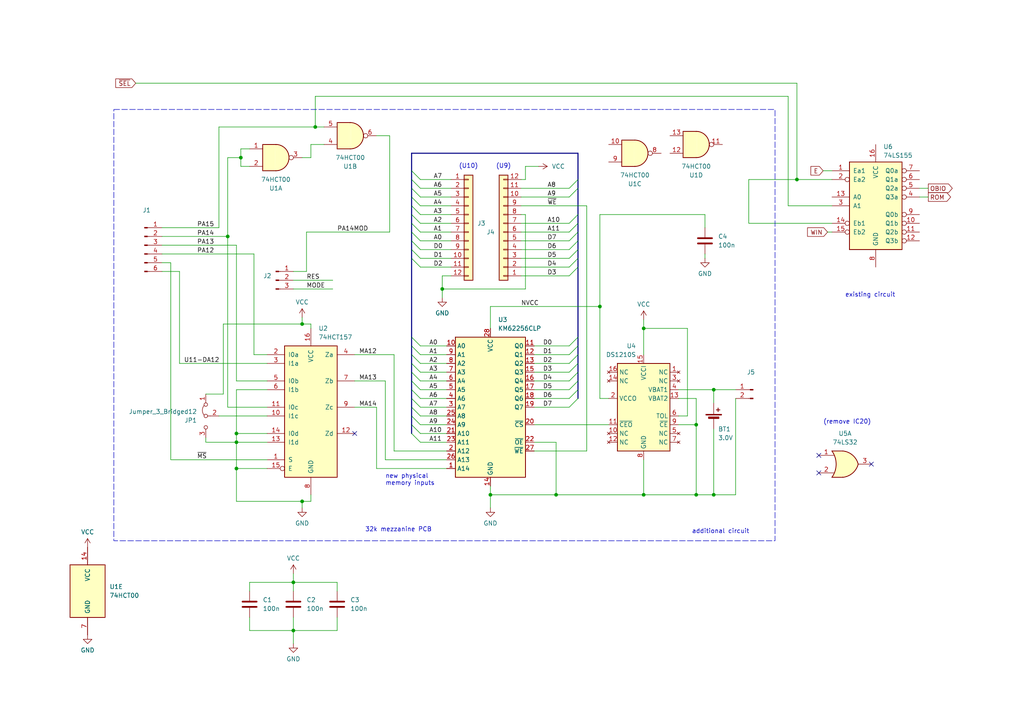
<source format=kicad_sch>
(kicad_sch
	(version 20231120)
	(generator "eeschema")
	(generator_version "8.0")
	(uuid "f9d34f0a-27b2-4644-8615-eadc96e479a8")
	(paper "A4")
	(lib_symbols
		(symbol "74xx:74HCT00"
			(pin_names
				(offset 1.016)
			)
			(exclude_from_sim no)
			(in_bom yes)
			(on_board yes)
			(property "Reference" "U"
				(at 0 1.27 0)
				(effects
					(font
						(size 1.27 1.27)
					)
				)
			)
			(property "Value" "74HCT00"
				(at 0 -1.27 0)
				(effects
					(font
						(size 1.27 1.27)
					)
				)
			)
			(property "Footprint" ""
				(at 0 0 0)
				(effects
					(font
						(size 1.27 1.27)
					)
					(hide yes)
				)
			)
			(property "Datasheet" "http://www.ti.com/lit/gpn/sn74hct00"
				(at 0 0 0)
				(effects
					(font
						(size 1.27 1.27)
					)
					(hide yes)
				)
			)
			(property "Description" "quad 2-input NAND gate"
				(at 0 0 0)
				(effects
					(font
						(size 1.27 1.27)
					)
					(hide yes)
				)
			)
			(property "ki_locked" ""
				(at 0 0 0)
				(effects
					(font
						(size 1.27 1.27)
					)
				)
			)
			(property "ki_keywords" "HCTMOS nand 2-input"
				(at 0 0 0)
				(effects
					(font
						(size 1.27 1.27)
					)
					(hide yes)
				)
			)
			(property "ki_fp_filters" "DIP*W7.62mm* SO14*"
				(at 0 0 0)
				(effects
					(font
						(size 1.27 1.27)
					)
					(hide yes)
				)
			)
			(symbol "74HCT00_1_1"
				(arc
					(start 0 -3.81)
					(mid 3.7934 0)
					(end 0 3.81)
					(stroke
						(width 0.254)
						(type default)
					)
					(fill
						(type background)
					)
				)
				(polyline
					(pts
						(xy 0 3.81) (xy -3.81 3.81) (xy -3.81 -3.81) (xy 0 -3.81)
					)
					(stroke
						(width 0.254)
						(type default)
					)
					(fill
						(type background)
					)
				)
				(pin input line
					(at -7.62 2.54 0)
					(length 3.81)
					(name "~"
						(effects
							(font
								(size 1.27 1.27)
							)
						)
					)
					(number "1"
						(effects
							(font
								(size 1.27 1.27)
							)
						)
					)
				)
				(pin input line
					(at -7.62 -2.54 0)
					(length 3.81)
					(name "~"
						(effects
							(font
								(size 1.27 1.27)
							)
						)
					)
					(number "2"
						(effects
							(font
								(size 1.27 1.27)
							)
						)
					)
				)
				(pin output inverted
					(at 7.62 0 180)
					(length 3.81)
					(name "~"
						(effects
							(font
								(size 1.27 1.27)
							)
						)
					)
					(number "3"
						(effects
							(font
								(size 1.27 1.27)
							)
						)
					)
				)
			)
			(symbol "74HCT00_1_2"
				(arc
					(start -3.81 -3.81)
					(mid -2.589 0)
					(end -3.81 3.81)
					(stroke
						(width 0.254)
						(type default)
					)
					(fill
						(type none)
					)
				)
				(arc
					(start -0.6096 -3.81)
					(mid 2.1842 -2.5851)
					(end 3.81 0)
					(stroke
						(width 0.254)
						(type default)
					)
					(fill
						(type background)
					)
				)
				(polyline
					(pts
						(xy -3.81 -3.81) (xy -0.635 -3.81)
					)
					(stroke
						(width 0.254)
						(type default)
					)
					(fill
						(type background)
					)
				)
				(polyline
					(pts
						(xy -3.81 3.81) (xy -0.635 3.81)
					)
					(stroke
						(width 0.254)
						(type default)
					)
					(fill
						(type background)
					)
				)
				(polyline
					(pts
						(xy -0.635 3.81) (xy -3.81 3.81) (xy -3.81 3.81) (xy -3.556 3.4036) (xy -3.0226 2.2606) (xy -2.6924 1.0414)
						(xy -2.6162 -0.254) (xy -2.7686 -1.4986) (xy -3.175 -2.7178) (xy -3.81 -3.81) (xy -3.81 -3.81)
						(xy -0.635 -3.81)
					)
					(stroke
						(width -25.4)
						(type default)
					)
					(fill
						(type background)
					)
				)
				(arc
					(start 3.81 0)
					(mid 2.1915 2.5936)
					(end -0.6096 3.81)
					(stroke
						(width 0.254)
						(type default)
					)
					(fill
						(type background)
					)
				)
				(pin input inverted
					(at -7.62 2.54 0)
					(length 4.318)
					(name "~"
						(effects
							(font
								(size 1.27 1.27)
							)
						)
					)
					(number "1"
						(effects
							(font
								(size 1.27 1.27)
							)
						)
					)
				)
				(pin input inverted
					(at -7.62 -2.54 0)
					(length 4.318)
					(name "~"
						(effects
							(font
								(size 1.27 1.27)
							)
						)
					)
					(number "2"
						(effects
							(font
								(size 1.27 1.27)
							)
						)
					)
				)
				(pin output line
					(at 7.62 0 180)
					(length 3.81)
					(name "~"
						(effects
							(font
								(size 1.27 1.27)
							)
						)
					)
					(number "3"
						(effects
							(font
								(size 1.27 1.27)
							)
						)
					)
				)
			)
			(symbol "74HCT00_2_1"
				(arc
					(start 0 -3.81)
					(mid 3.7934 0)
					(end 0 3.81)
					(stroke
						(width 0.254)
						(type default)
					)
					(fill
						(type background)
					)
				)
				(polyline
					(pts
						(xy 0 3.81) (xy -3.81 3.81) (xy -3.81 -3.81) (xy 0 -3.81)
					)
					(stroke
						(width 0.254)
						(type default)
					)
					(fill
						(type background)
					)
				)
				(pin input line
					(at -7.62 2.54 0)
					(length 3.81)
					(name "~"
						(effects
							(font
								(size 1.27 1.27)
							)
						)
					)
					(number "4"
						(effects
							(font
								(size 1.27 1.27)
							)
						)
					)
				)
				(pin input line
					(at -7.62 -2.54 0)
					(length 3.81)
					(name "~"
						(effects
							(font
								(size 1.27 1.27)
							)
						)
					)
					(number "5"
						(effects
							(font
								(size 1.27 1.27)
							)
						)
					)
				)
				(pin output inverted
					(at 7.62 0 180)
					(length 3.81)
					(name "~"
						(effects
							(font
								(size 1.27 1.27)
							)
						)
					)
					(number "6"
						(effects
							(font
								(size 1.27 1.27)
							)
						)
					)
				)
			)
			(symbol "74HCT00_2_2"
				(arc
					(start -3.81 -3.81)
					(mid -2.589 0)
					(end -3.81 3.81)
					(stroke
						(width 0.254)
						(type default)
					)
					(fill
						(type none)
					)
				)
				(arc
					(start -0.6096 -3.81)
					(mid 2.1842 -2.5851)
					(end 3.81 0)
					(stroke
						(width 0.254)
						(type default)
					)
					(fill
						(type background)
					)
				)
				(polyline
					(pts
						(xy -3.81 -3.81) (xy -0.635 -3.81)
					)
					(stroke
						(width 0.254)
						(type default)
					)
					(fill
						(type background)
					)
				)
				(polyline
					(pts
						(xy -3.81 3.81) (xy -0.635 3.81)
					)
					(stroke
						(width 0.254)
						(type default)
					)
					(fill
						(type background)
					)
				)
				(polyline
					(pts
						(xy -0.635 3.81) (xy -3.81 3.81) (xy -3.81 3.81) (xy -3.556 3.4036) (xy -3.0226 2.2606) (xy -2.6924 1.0414)
						(xy -2.6162 -0.254) (xy -2.7686 -1.4986) (xy -3.175 -2.7178) (xy -3.81 -3.81) (xy -3.81 -3.81)
						(xy -0.635 -3.81)
					)
					(stroke
						(width -25.4)
						(type default)
					)
					(fill
						(type background)
					)
				)
				(arc
					(start 3.81 0)
					(mid 2.1915 2.5936)
					(end -0.6096 3.81)
					(stroke
						(width 0.254)
						(type default)
					)
					(fill
						(type background)
					)
				)
				(pin input inverted
					(at -7.62 2.54 0)
					(length 4.318)
					(name "~"
						(effects
							(font
								(size 1.27 1.27)
							)
						)
					)
					(number "4"
						(effects
							(font
								(size 1.27 1.27)
							)
						)
					)
				)
				(pin input inverted
					(at -7.62 -2.54 0)
					(length 4.318)
					(name "~"
						(effects
							(font
								(size 1.27 1.27)
							)
						)
					)
					(number "5"
						(effects
							(font
								(size 1.27 1.27)
							)
						)
					)
				)
				(pin output line
					(at 7.62 0 180)
					(length 3.81)
					(name "~"
						(effects
							(font
								(size 1.27 1.27)
							)
						)
					)
					(number "6"
						(effects
							(font
								(size 1.27 1.27)
							)
						)
					)
				)
			)
			(symbol "74HCT00_3_1"
				(arc
					(start 0 -3.81)
					(mid 3.7934 0)
					(end 0 3.81)
					(stroke
						(width 0.254)
						(type default)
					)
					(fill
						(type background)
					)
				)
				(polyline
					(pts
						(xy 0 3.81) (xy -3.81 3.81) (xy -3.81 -3.81) (xy 0 -3.81)
					)
					(stroke
						(width 0.254)
						(type default)
					)
					(fill
						(type background)
					)
				)
				(pin input line
					(at -7.62 -2.54 0)
					(length 3.81)
					(name "~"
						(effects
							(font
								(size 1.27 1.27)
							)
						)
					)
					(number "10"
						(effects
							(font
								(size 1.27 1.27)
							)
						)
					)
				)
				(pin output inverted
					(at 7.62 0 180)
					(length 3.81)
					(name "~"
						(effects
							(font
								(size 1.27 1.27)
							)
						)
					)
					(number "8"
						(effects
							(font
								(size 1.27 1.27)
							)
						)
					)
				)
				(pin input line
					(at -7.62 2.54 0)
					(length 3.81)
					(name "~"
						(effects
							(font
								(size 1.27 1.27)
							)
						)
					)
					(number "9"
						(effects
							(font
								(size 1.27 1.27)
							)
						)
					)
				)
			)
			(symbol "74HCT00_3_2"
				(arc
					(start -3.81 -3.81)
					(mid -2.589 0)
					(end -3.81 3.81)
					(stroke
						(width 0.254)
						(type default)
					)
					(fill
						(type none)
					)
				)
				(arc
					(start -0.6096 -3.81)
					(mid 2.1842 -2.5851)
					(end 3.81 0)
					(stroke
						(width 0.254)
						(type default)
					)
					(fill
						(type background)
					)
				)
				(polyline
					(pts
						(xy -3.81 -3.81) (xy -0.635 -3.81)
					)
					(stroke
						(width 0.254)
						(type default)
					)
					(fill
						(type background)
					)
				)
				(polyline
					(pts
						(xy -3.81 3.81) (xy -0.635 3.81)
					)
					(stroke
						(width 0.254)
						(type default)
					)
					(fill
						(type background)
					)
				)
				(polyline
					(pts
						(xy -0.635 3.81) (xy -3.81 3.81) (xy -3.81 3.81) (xy -3.556 3.4036) (xy -3.0226 2.2606) (xy -2.6924 1.0414)
						(xy -2.6162 -0.254) (xy -2.7686 -1.4986) (xy -3.175 -2.7178) (xy -3.81 -3.81) (xy -3.81 -3.81)
						(xy -0.635 -3.81)
					)
					(stroke
						(width -25.4)
						(type default)
					)
					(fill
						(type background)
					)
				)
				(arc
					(start 3.81 0)
					(mid 2.1915 2.5936)
					(end -0.6096 3.81)
					(stroke
						(width 0.254)
						(type default)
					)
					(fill
						(type background)
					)
				)
				(pin input inverted
					(at -7.62 -2.54 0)
					(length 4.318)
					(name "~"
						(effects
							(font
								(size 1.27 1.27)
							)
						)
					)
					(number "10"
						(effects
							(font
								(size 1.27 1.27)
							)
						)
					)
				)
				(pin output line
					(at 7.62 0 180)
					(length 3.81)
					(name "~"
						(effects
							(font
								(size 1.27 1.27)
							)
						)
					)
					(number "8"
						(effects
							(font
								(size 1.27 1.27)
							)
						)
					)
				)
				(pin input inverted
					(at -7.62 2.54 0)
					(length 4.318)
					(name "~"
						(effects
							(font
								(size 1.27 1.27)
							)
						)
					)
					(number "9"
						(effects
							(font
								(size 1.27 1.27)
							)
						)
					)
				)
			)
			(symbol "74HCT00_4_1"
				(arc
					(start 0 -3.81)
					(mid 3.7934 0)
					(end 0 3.81)
					(stroke
						(width 0.254)
						(type default)
					)
					(fill
						(type background)
					)
				)
				(polyline
					(pts
						(xy 0 3.81) (xy -3.81 3.81) (xy -3.81 -3.81) (xy 0 -3.81)
					)
					(stroke
						(width 0.254)
						(type default)
					)
					(fill
						(type background)
					)
				)
				(pin output inverted
					(at 7.62 0 180)
					(length 3.81)
					(name "~"
						(effects
							(font
								(size 1.27 1.27)
							)
						)
					)
					(number "11"
						(effects
							(font
								(size 1.27 1.27)
							)
						)
					)
				)
				(pin input line
					(at -7.62 2.54 0)
					(length 3.81)
					(name "~"
						(effects
							(font
								(size 1.27 1.27)
							)
						)
					)
					(number "12"
						(effects
							(font
								(size 1.27 1.27)
							)
						)
					)
				)
				(pin input line
					(at -7.62 -2.54 0)
					(length 3.81)
					(name "~"
						(effects
							(font
								(size 1.27 1.27)
							)
						)
					)
					(number "13"
						(effects
							(font
								(size 1.27 1.27)
							)
						)
					)
				)
			)
			(symbol "74HCT00_4_2"
				(arc
					(start -3.81 -3.81)
					(mid -2.589 0)
					(end -3.81 3.81)
					(stroke
						(width 0.254)
						(type default)
					)
					(fill
						(type none)
					)
				)
				(arc
					(start -0.6096 -3.81)
					(mid 2.1842 -2.5851)
					(end 3.81 0)
					(stroke
						(width 0.254)
						(type default)
					)
					(fill
						(type background)
					)
				)
				(polyline
					(pts
						(xy -3.81 -3.81) (xy -0.635 -3.81)
					)
					(stroke
						(width 0.254)
						(type default)
					)
					(fill
						(type background)
					)
				)
				(polyline
					(pts
						(xy -3.81 3.81) (xy -0.635 3.81)
					)
					(stroke
						(width 0.254)
						(type default)
					)
					(fill
						(type background)
					)
				)
				(polyline
					(pts
						(xy -0.635 3.81) (xy -3.81 3.81) (xy -3.81 3.81) (xy -3.556 3.4036) (xy -3.0226 2.2606) (xy -2.6924 1.0414)
						(xy -2.6162 -0.254) (xy -2.7686 -1.4986) (xy -3.175 -2.7178) (xy -3.81 -3.81) (xy -3.81 -3.81)
						(xy -0.635 -3.81)
					)
					(stroke
						(width -25.4)
						(type default)
					)
					(fill
						(type background)
					)
				)
				(arc
					(start 3.81 0)
					(mid 2.1915 2.5936)
					(end -0.6096 3.81)
					(stroke
						(width 0.254)
						(type default)
					)
					(fill
						(type background)
					)
				)
				(pin output line
					(at 7.62 0 180)
					(length 3.81)
					(name "~"
						(effects
							(font
								(size 1.27 1.27)
							)
						)
					)
					(number "11"
						(effects
							(font
								(size 1.27 1.27)
							)
						)
					)
				)
				(pin input inverted
					(at -7.62 2.54 0)
					(length 4.318)
					(name "~"
						(effects
							(font
								(size 1.27 1.27)
							)
						)
					)
					(number "12"
						(effects
							(font
								(size 1.27 1.27)
							)
						)
					)
				)
				(pin input inverted
					(at -7.62 -2.54 0)
					(length 4.318)
					(name "~"
						(effects
							(font
								(size 1.27 1.27)
							)
						)
					)
					(number "13"
						(effects
							(font
								(size 1.27 1.27)
							)
						)
					)
				)
			)
			(symbol "74HCT00_5_0"
				(pin power_in line
					(at 0 12.7 270)
					(length 5.08)
					(name "VCC"
						(effects
							(font
								(size 1.27 1.27)
							)
						)
					)
					(number "14"
						(effects
							(font
								(size 1.27 1.27)
							)
						)
					)
				)
				(pin power_in line
					(at 0 -12.7 90)
					(length 5.08)
					(name "GND"
						(effects
							(font
								(size 1.27 1.27)
							)
						)
					)
					(number "7"
						(effects
							(font
								(size 1.27 1.27)
							)
						)
					)
				)
			)
			(symbol "74HCT00_5_1"
				(rectangle
					(start -5.08 7.62)
					(end 5.08 -7.62)
					(stroke
						(width 0.254)
						(type default)
					)
					(fill
						(type background)
					)
				)
			)
		)
		(symbol "74xx:74LS155"
			(pin_names
				(offset 1.016)
			)
			(exclude_from_sim no)
			(in_bom yes)
			(on_board yes)
			(property "Reference" "U"
				(at -7.62 13.97 0)
				(effects
					(font
						(size 1.27 1.27)
					)
				)
			)
			(property "Value" "74LS155"
				(at -7.62 -13.97 0)
				(effects
					(font
						(size 1.27 1.27)
					)
				)
			)
			(property "Footprint" ""
				(at 0 0 0)
				(effects
					(font
						(size 1.27 1.27)
					)
					(hide yes)
				)
			)
			(property "Datasheet" "http://www.ti.com/lit/gpn/sn74LS155"
				(at 0 0 0)
				(effects
					(font
						(size 1.27 1.27)
					)
					(hide yes)
				)
			)
			(property "Description" "Dual 2 to 4 lines Decoder/Demultiplexer"
				(at 0 0 0)
				(effects
					(font
						(size 1.27 1.27)
					)
					(hide yes)
				)
			)
			(property "ki_locked" ""
				(at 0 0 0)
				(effects
					(font
						(size 1.27 1.27)
					)
				)
			)
			(property "ki_keywords" "TTL DECOD8 DECOD4 DEMUX4 DEMUX8 DEMUX DECOD"
				(at 0 0 0)
				(effects
					(font
						(size 1.27 1.27)
					)
					(hide yes)
				)
			)
			(property "ki_fp_filters" "DIP?16*"
				(at 0 0 0)
				(effects
					(font
						(size 1.27 1.27)
					)
					(hide yes)
				)
			)
			(symbol "74LS155_1_0"
				(pin input line
					(at -12.7 10.16 0)
					(length 5.08)
					(name "Ea1"
						(effects
							(font
								(size 1.27 1.27)
							)
						)
					)
					(number "1"
						(effects
							(font
								(size 1.27 1.27)
							)
						)
					)
				)
				(pin output inverted
					(at 12.7 -5.08 180)
					(length 5.08)
					(name "Q1b"
						(effects
							(font
								(size 1.27 1.27)
							)
						)
					)
					(number "10"
						(effects
							(font
								(size 1.27 1.27)
							)
						)
					)
				)
				(pin output inverted
					(at 12.7 -7.62 180)
					(length 5.08)
					(name "Q2b"
						(effects
							(font
								(size 1.27 1.27)
							)
						)
					)
					(number "11"
						(effects
							(font
								(size 1.27 1.27)
							)
						)
					)
				)
				(pin output inverted
					(at 12.7 -10.16 180)
					(length 5.08)
					(name "Q3b"
						(effects
							(font
								(size 1.27 1.27)
							)
						)
					)
					(number "12"
						(effects
							(font
								(size 1.27 1.27)
							)
						)
					)
				)
				(pin input line
					(at -12.7 2.54 0)
					(length 5.08)
					(name "A0"
						(effects
							(font
								(size 1.27 1.27)
							)
						)
					)
					(number "13"
						(effects
							(font
								(size 1.27 1.27)
							)
						)
					)
				)
				(pin input inverted
					(at -12.7 -5.08 0)
					(length 5.08)
					(name "Eb1"
						(effects
							(font
								(size 1.27 1.27)
							)
						)
					)
					(number "14"
						(effects
							(font
								(size 1.27 1.27)
							)
						)
					)
				)
				(pin input inverted
					(at -12.7 -7.62 0)
					(length 5.08)
					(name "Eb2"
						(effects
							(font
								(size 1.27 1.27)
							)
						)
					)
					(number "15"
						(effects
							(font
								(size 1.27 1.27)
							)
						)
					)
				)
				(pin power_in line
					(at 0 17.78 270)
					(length 5.08)
					(name "VCC"
						(effects
							(font
								(size 1.27 1.27)
							)
						)
					)
					(number "16"
						(effects
							(font
								(size 1.27 1.27)
							)
						)
					)
				)
				(pin input inverted
					(at -12.7 7.62 0)
					(length 5.08)
					(name "Ea2"
						(effects
							(font
								(size 1.27 1.27)
							)
						)
					)
					(number "2"
						(effects
							(font
								(size 1.27 1.27)
							)
						)
					)
				)
				(pin input line
					(at -12.7 0 0)
					(length 5.08)
					(name "A1"
						(effects
							(font
								(size 1.27 1.27)
							)
						)
					)
					(number "3"
						(effects
							(font
								(size 1.27 1.27)
							)
						)
					)
				)
				(pin output inverted
					(at 12.7 2.54 180)
					(length 5.08)
					(name "Q3a"
						(effects
							(font
								(size 1.27 1.27)
							)
						)
					)
					(number "4"
						(effects
							(font
								(size 1.27 1.27)
							)
						)
					)
				)
				(pin output inverted
					(at 12.7 5.08 180)
					(length 5.08)
					(name "Q2a"
						(effects
							(font
								(size 1.27 1.27)
							)
						)
					)
					(number "5"
						(effects
							(font
								(size 1.27 1.27)
							)
						)
					)
				)
				(pin output inverted
					(at 12.7 7.62 180)
					(length 5.08)
					(name "Q1a"
						(effects
							(font
								(size 1.27 1.27)
							)
						)
					)
					(number "6"
						(effects
							(font
								(size 1.27 1.27)
							)
						)
					)
				)
				(pin output inverted
					(at 12.7 10.16 180)
					(length 5.08)
					(name "Q0a"
						(effects
							(font
								(size 1.27 1.27)
							)
						)
					)
					(number "7"
						(effects
							(font
								(size 1.27 1.27)
							)
						)
					)
				)
				(pin power_in line
					(at 0 -17.78 90)
					(length 5.08)
					(name "GND"
						(effects
							(font
								(size 1.27 1.27)
							)
						)
					)
					(number "8"
						(effects
							(font
								(size 1.27 1.27)
							)
						)
					)
				)
				(pin output inverted
					(at 12.7 -2.54 180)
					(length 5.08)
					(name "Q0b"
						(effects
							(font
								(size 1.27 1.27)
							)
						)
					)
					(number "9"
						(effects
							(font
								(size 1.27 1.27)
							)
						)
					)
				)
			)
			(symbol "74LS155_1_1"
				(rectangle
					(start -7.62 12.7)
					(end 7.62 -12.7)
					(stroke
						(width 0.254)
						(type default)
					)
					(fill
						(type background)
					)
				)
			)
		)
		(symbol "74xx:74LS157"
			(pin_names
				(offset 1.016)
			)
			(exclude_from_sim no)
			(in_bom yes)
			(on_board yes)
			(property "Reference" "U"
				(at -7.62 19.05 0)
				(effects
					(font
						(size 1.27 1.27)
					)
				)
			)
			(property "Value" "74LS157"
				(at -7.62 -21.59 0)
				(effects
					(font
						(size 1.27 1.27)
					)
				)
			)
			(property "Footprint" ""
				(at 0 0 0)
				(effects
					(font
						(size 1.27 1.27)
					)
					(hide yes)
				)
			)
			(property "Datasheet" "http://www.ti.com/lit/gpn/sn74LS157"
				(at 0 0 0)
				(effects
					(font
						(size 1.27 1.27)
					)
					(hide yes)
				)
			)
			(property "Description" "Quad 2 to 1 line Multiplexer"
				(at 0 0 0)
				(effects
					(font
						(size 1.27 1.27)
					)
					(hide yes)
				)
			)
			(property "ki_locked" ""
				(at 0 0 0)
				(effects
					(font
						(size 1.27 1.27)
					)
				)
			)
			(property "ki_keywords" "TTL MUX MUX2"
				(at 0 0 0)
				(effects
					(font
						(size 1.27 1.27)
					)
					(hide yes)
				)
			)
			(property "ki_fp_filters" "DIP?16*"
				(at 0 0 0)
				(effects
					(font
						(size 1.27 1.27)
					)
					(hide yes)
				)
			)
			(symbol "74LS157_1_0"
				(pin input line
					(at -12.7 -15.24 0)
					(length 5.08)
					(name "S"
						(effects
							(font
								(size 1.27 1.27)
							)
						)
					)
					(number "1"
						(effects
							(font
								(size 1.27 1.27)
							)
						)
					)
				)
				(pin input line
					(at -12.7 -2.54 0)
					(length 5.08)
					(name "I1c"
						(effects
							(font
								(size 1.27 1.27)
							)
						)
					)
					(number "10"
						(effects
							(font
								(size 1.27 1.27)
							)
						)
					)
				)
				(pin input line
					(at -12.7 0 0)
					(length 5.08)
					(name "I0c"
						(effects
							(font
								(size 1.27 1.27)
							)
						)
					)
					(number "11"
						(effects
							(font
								(size 1.27 1.27)
							)
						)
					)
				)
				(pin output line
					(at 12.7 -7.62 180)
					(length 5.08)
					(name "Zd"
						(effects
							(font
								(size 1.27 1.27)
							)
						)
					)
					(number "12"
						(effects
							(font
								(size 1.27 1.27)
							)
						)
					)
				)
				(pin input line
					(at -12.7 -10.16 0)
					(length 5.08)
					(name "I1d"
						(effects
							(font
								(size 1.27 1.27)
							)
						)
					)
					(number "13"
						(effects
							(font
								(size 1.27 1.27)
							)
						)
					)
				)
				(pin input line
					(at -12.7 -7.62 0)
					(length 5.08)
					(name "I0d"
						(effects
							(font
								(size 1.27 1.27)
							)
						)
					)
					(number "14"
						(effects
							(font
								(size 1.27 1.27)
							)
						)
					)
				)
				(pin input inverted
					(at -12.7 -17.78 0)
					(length 5.08)
					(name "E"
						(effects
							(font
								(size 1.27 1.27)
							)
						)
					)
					(number "15"
						(effects
							(font
								(size 1.27 1.27)
							)
						)
					)
				)
				(pin power_in line
					(at 0 22.86 270)
					(length 5.08)
					(name "VCC"
						(effects
							(font
								(size 1.27 1.27)
							)
						)
					)
					(number "16"
						(effects
							(font
								(size 1.27 1.27)
							)
						)
					)
				)
				(pin input line
					(at -12.7 15.24 0)
					(length 5.08)
					(name "I0a"
						(effects
							(font
								(size 1.27 1.27)
							)
						)
					)
					(number "2"
						(effects
							(font
								(size 1.27 1.27)
							)
						)
					)
				)
				(pin input line
					(at -12.7 12.7 0)
					(length 5.08)
					(name "I1a"
						(effects
							(font
								(size 1.27 1.27)
							)
						)
					)
					(number "3"
						(effects
							(font
								(size 1.27 1.27)
							)
						)
					)
				)
				(pin output line
					(at 12.7 15.24 180)
					(length 5.08)
					(name "Za"
						(effects
							(font
								(size 1.27 1.27)
							)
						)
					)
					(number "4"
						(effects
							(font
								(size 1.27 1.27)
							)
						)
					)
				)
				(pin input line
					(at -12.7 7.62 0)
					(length 5.08)
					(name "I0b"
						(effects
							(font
								(size 1.27 1.27)
							)
						)
					)
					(number "5"
						(effects
							(font
								(size 1.27 1.27)
							)
						)
					)
				)
				(pin input line
					(at -12.7 5.08 0)
					(length 5.08)
					(name "I1b"
						(effects
							(font
								(size 1.27 1.27)
							)
						)
					)
					(number "6"
						(effects
							(font
								(size 1.27 1.27)
							)
						)
					)
				)
				(pin output line
					(at 12.7 7.62 180)
					(length 5.08)
					(name "Zb"
						(effects
							(font
								(size 1.27 1.27)
							)
						)
					)
					(number "7"
						(effects
							(font
								(size 1.27 1.27)
							)
						)
					)
				)
				(pin power_in line
					(at 0 -25.4 90)
					(length 5.08)
					(name "GND"
						(effects
							(font
								(size 1.27 1.27)
							)
						)
					)
					(number "8"
						(effects
							(font
								(size 1.27 1.27)
							)
						)
					)
				)
				(pin output line
					(at 12.7 0 180)
					(length 5.08)
					(name "Zc"
						(effects
							(font
								(size 1.27 1.27)
							)
						)
					)
					(number "9"
						(effects
							(font
								(size 1.27 1.27)
							)
						)
					)
				)
			)
			(symbol "74LS157_1_1"
				(rectangle
					(start -7.62 17.78)
					(end 7.62 -20.32)
					(stroke
						(width 0.254)
						(type default)
					)
					(fill
						(type background)
					)
				)
			)
		)
		(symbol "74xx:74LS32"
			(pin_names
				(offset 1.016)
			)
			(exclude_from_sim no)
			(in_bom yes)
			(on_board yes)
			(property "Reference" "U"
				(at 0 1.27 0)
				(effects
					(font
						(size 1.27 1.27)
					)
				)
			)
			(property "Value" "74LS32"
				(at 0 -1.27 0)
				(effects
					(font
						(size 1.27 1.27)
					)
				)
			)
			(property "Footprint" ""
				(at 0 0 0)
				(effects
					(font
						(size 1.27 1.27)
					)
					(hide yes)
				)
			)
			(property "Datasheet" "http://www.ti.com/lit/gpn/sn74LS32"
				(at 0 0 0)
				(effects
					(font
						(size 1.27 1.27)
					)
					(hide yes)
				)
			)
			(property "Description" "Quad 2-input OR"
				(at 0 0 0)
				(effects
					(font
						(size 1.27 1.27)
					)
					(hide yes)
				)
			)
			(property "ki_locked" ""
				(at 0 0 0)
				(effects
					(font
						(size 1.27 1.27)
					)
				)
			)
			(property "ki_keywords" "TTL Or2"
				(at 0 0 0)
				(effects
					(font
						(size 1.27 1.27)
					)
					(hide yes)
				)
			)
			(property "ki_fp_filters" "DIP?14*"
				(at 0 0 0)
				(effects
					(font
						(size 1.27 1.27)
					)
					(hide yes)
				)
			)
			(symbol "74LS32_1_1"
				(arc
					(start -3.81 -3.81)
					(mid -2.589 0)
					(end -3.81 3.81)
					(stroke
						(width 0.254)
						(type default)
					)
					(fill
						(type none)
					)
				)
				(arc
					(start -0.6096 -3.81)
					(mid 2.1842 -2.5851)
					(end 3.81 0)
					(stroke
						(width 0.254)
						(type default)
					)
					(fill
						(type background)
					)
				)
				(polyline
					(pts
						(xy -3.81 -3.81) (xy -0.635 -3.81)
					)
					(stroke
						(width 0.254)
						(type default)
					)
					(fill
						(type background)
					)
				)
				(polyline
					(pts
						(xy -3.81 3.81) (xy -0.635 3.81)
					)
					(stroke
						(width 0.254)
						(type default)
					)
					(fill
						(type background)
					)
				)
				(polyline
					(pts
						(xy -0.635 3.81) (xy -3.81 3.81) (xy -3.81 3.81) (xy -3.556 3.4036) (xy -3.0226 2.2606) (xy -2.6924 1.0414)
						(xy -2.6162 -0.254) (xy -2.7686 -1.4986) (xy -3.175 -2.7178) (xy -3.81 -3.81) (xy -3.81 -3.81)
						(xy -0.635 -3.81)
					)
					(stroke
						(width -25.4)
						(type default)
					)
					(fill
						(type background)
					)
				)
				(arc
					(start 3.81 0)
					(mid 2.1915 2.5936)
					(end -0.6096 3.81)
					(stroke
						(width 0.254)
						(type default)
					)
					(fill
						(type background)
					)
				)
				(pin input line
					(at -7.62 2.54 0)
					(length 4.318)
					(name "~"
						(effects
							(font
								(size 1.27 1.27)
							)
						)
					)
					(number "1"
						(effects
							(font
								(size 1.27 1.27)
							)
						)
					)
				)
				(pin input line
					(at -7.62 -2.54 0)
					(length 4.318)
					(name "~"
						(effects
							(font
								(size 1.27 1.27)
							)
						)
					)
					(number "2"
						(effects
							(font
								(size 1.27 1.27)
							)
						)
					)
				)
				(pin output line
					(at 7.62 0 180)
					(length 3.81)
					(name "~"
						(effects
							(font
								(size 1.27 1.27)
							)
						)
					)
					(number "3"
						(effects
							(font
								(size 1.27 1.27)
							)
						)
					)
				)
			)
			(symbol "74LS32_1_2"
				(arc
					(start 0 -3.81)
					(mid 3.7934 0)
					(end 0 3.81)
					(stroke
						(width 0.254)
						(type default)
					)
					(fill
						(type background)
					)
				)
				(polyline
					(pts
						(xy 0 3.81) (xy -3.81 3.81) (xy -3.81 -3.81) (xy 0 -3.81)
					)
					(stroke
						(width 0.254)
						(type default)
					)
					(fill
						(type background)
					)
				)
				(pin input inverted
					(at -7.62 2.54 0)
					(length 3.81)
					(name "~"
						(effects
							(font
								(size 1.27 1.27)
							)
						)
					)
					(number "1"
						(effects
							(font
								(size 1.27 1.27)
							)
						)
					)
				)
				(pin input inverted
					(at -7.62 -2.54 0)
					(length 3.81)
					(name "~"
						(effects
							(font
								(size 1.27 1.27)
							)
						)
					)
					(number "2"
						(effects
							(font
								(size 1.27 1.27)
							)
						)
					)
				)
				(pin output inverted
					(at 7.62 0 180)
					(length 3.81)
					(name "~"
						(effects
							(font
								(size 1.27 1.27)
							)
						)
					)
					(number "3"
						(effects
							(font
								(size 1.27 1.27)
							)
						)
					)
				)
			)
			(symbol "74LS32_2_1"
				(arc
					(start -3.81 -3.81)
					(mid -2.589 0)
					(end -3.81 3.81)
					(stroke
						(width 0.254)
						(type default)
					)
					(fill
						(type none)
					)
				)
				(arc
					(start -0.6096 -3.81)
					(mid 2.1842 -2.5851)
					(end 3.81 0)
					(stroke
						(width 0.254)
						(type default)
					)
					(fill
						(type background)
					)
				)
				(polyline
					(pts
						(xy -3.81 -3.81) (xy -0.635 -3.81)
					)
					(stroke
						(width 0.254)
						(type default)
					)
					(fill
						(type background)
					)
				)
				(polyline
					(pts
						(xy -3.81 3.81) (xy -0.635 3.81)
					)
					(stroke
						(width 0.254)
						(type default)
					)
					(fill
						(type background)
					)
				)
				(polyline
					(pts
						(xy -0.635 3.81) (xy -3.81 3.81) (xy -3.81 3.81) (xy -3.556 3.4036) (xy -3.0226 2.2606) (xy -2.6924 1.0414)
						(xy -2.6162 -0.254) (xy -2.7686 -1.4986) (xy -3.175 -2.7178) (xy -3.81 -3.81) (xy -3.81 -3.81)
						(xy -0.635 -3.81)
					)
					(stroke
						(width -25.4)
						(type default)
					)
					(fill
						(type background)
					)
				)
				(arc
					(start 3.81 0)
					(mid 2.1915 2.5936)
					(end -0.6096 3.81)
					(stroke
						(width 0.254)
						(type default)
					)
					(fill
						(type background)
					)
				)
				(pin input line
					(at -7.62 2.54 0)
					(length 4.318)
					(name "~"
						(effects
							(font
								(size 1.27 1.27)
							)
						)
					)
					(number "4"
						(effects
							(font
								(size 1.27 1.27)
							)
						)
					)
				)
				(pin input line
					(at -7.62 -2.54 0)
					(length 4.318)
					(name "~"
						(effects
							(font
								(size 1.27 1.27)
							)
						)
					)
					(number "5"
						(effects
							(font
								(size 1.27 1.27)
							)
						)
					)
				)
				(pin output line
					(at 7.62 0 180)
					(length 3.81)
					(name "~"
						(effects
							(font
								(size 1.27 1.27)
							)
						)
					)
					(number "6"
						(effects
							(font
								(size 1.27 1.27)
							)
						)
					)
				)
			)
			(symbol "74LS32_2_2"
				(arc
					(start 0 -3.81)
					(mid 3.7934 0)
					(end 0 3.81)
					(stroke
						(width 0.254)
						(type default)
					)
					(fill
						(type background)
					)
				)
				(polyline
					(pts
						(xy 0 3.81) (xy -3.81 3.81) (xy -3.81 -3.81) (xy 0 -3.81)
					)
					(stroke
						(width 0.254)
						(type default)
					)
					(fill
						(type background)
					)
				)
				(pin input inverted
					(at -7.62 2.54 0)
					(length 3.81)
					(name "~"
						(effects
							(font
								(size 1.27 1.27)
							)
						)
					)
					(number "4"
						(effects
							(font
								(size 1.27 1.27)
							)
						)
					)
				)
				(pin input inverted
					(at -7.62 -2.54 0)
					(length 3.81)
					(name "~"
						(effects
							(font
								(size 1.27 1.27)
							)
						)
					)
					(number "5"
						(effects
							(font
								(size 1.27 1.27)
							)
						)
					)
				)
				(pin output inverted
					(at 7.62 0 180)
					(length 3.81)
					(name "~"
						(effects
							(font
								(size 1.27 1.27)
							)
						)
					)
					(number "6"
						(effects
							(font
								(size 1.27 1.27)
							)
						)
					)
				)
			)
			(symbol "74LS32_3_1"
				(arc
					(start -3.81 -3.81)
					(mid -2.589 0)
					(end -3.81 3.81)
					(stroke
						(width 0.254)
						(type default)
					)
					(fill
						(type none)
					)
				)
				(arc
					(start -0.6096 -3.81)
					(mid 2.1842 -2.5851)
					(end 3.81 0)
					(stroke
						(width 0.254)
						(type default)
					)
					(fill
						(type background)
					)
				)
				(polyline
					(pts
						(xy -3.81 -3.81) (xy -0.635 -3.81)
					)
					(stroke
						(width 0.254)
						(type default)
					)
					(fill
						(type background)
					)
				)
				(polyline
					(pts
						(xy -3.81 3.81) (xy -0.635 3.81)
					)
					(stroke
						(width 0.254)
						(type default)
					)
					(fill
						(type background)
					)
				)
				(polyline
					(pts
						(xy -0.635 3.81) (xy -3.81 3.81) (xy -3.81 3.81) (xy -3.556 3.4036) (xy -3.0226 2.2606) (xy -2.6924 1.0414)
						(xy -2.6162 -0.254) (xy -2.7686 -1.4986) (xy -3.175 -2.7178) (xy -3.81 -3.81) (xy -3.81 -3.81)
						(xy -0.635 -3.81)
					)
					(stroke
						(width -25.4)
						(type default)
					)
					(fill
						(type background)
					)
				)
				(arc
					(start 3.81 0)
					(mid 2.1915 2.5936)
					(end -0.6096 3.81)
					(stroke
						(width 0.254)
						(type default)
					)
					(fill
						(type background)
					)
				)
				(pin input line
					(at -7.62 -2.54 0)
					(length 4.318)
					(name "~"
						(effects
							(font
								(size 1.27 1.27)
							)
						)
					)
					(number "10"
						(effects
							(font
								(size 1.27 1.27)
							)
						)
					)
				)
				(pin output line
					(at 7.62 0 180)
					(length 3.81)
					(name "~"
						(effects
							(font
								(size 1.27 1.27)
							)
						)
					)
					(number "8"
						(effects
							(font
								(size 1.27 1.27)
							)
						)
					)
				)
				(pin input line
					(at -7.62 2.54 0)
					(length 4.318)
					(name "~"
						(effects
							(font
								(size 1.27 1.27)
							)
						)
					)
					(number "9"
						(effects
							(font
								(size 1.27 1.27)
							)
						)
					)
				)
			)
			(symbol "74LS32_3_2"
				(arc
					(start 0 -3.81)
					(mid 3.7934 0)
					(end 0 3.81)
					(stroke
						(width 0.254)
						(type default)
					)
					(fill
						(type background)
					)
				)
				(polyline
					(pts
						(xy 0 3.81) (xy -3.81 3.81) (xy -3.81 -3.81) (xy 0 -3.81)
					)
					(stroke
						(width 0.254)
						(type default)
					)
					(fill
						(type background)
					)
				)
				(pin input inverted
					(at -7.62 -2.54 0)
					(length 3.81)
					(name "~"
						(effects
							(font
								(size 1.27 1.27)
							)
						)
					)
					(number "10"
						(effects
							(font
								(size 1.27 1.27)
							)
						)
					)
				)
				(pin output inverted
					(at 7.62 0 180)
					(length 3.81)
					(name "~"
						(effects
							(font
								(size 1.27 1.27)
							)
						)
					)
					(number "8"
						(effects
							(font
								(size 1.27 1.27)
							)
						)
					)
				)
				(pin input inverted
					(at -7.62 2.54 0)
					(length 3.81)
					(name "~"
						(effects
							(font
								(size 1.27 1.27)
							)
						)
					)
					(number "9"
						(effects
							(font
								(size 1.27 1.27)
							)
						)
					)
				)
			)
			(symbol "74LS32_4_1"
				(arc
					(start -3.81 -3.81)
					(mid -2.589 0)
					(end -3.81 3.81)
					(stroke
						(width 0.254)
						(type default)
					)
					(fill
						(type none)
					)
				)
				(arc
					(start -0.6096 -3.81)
					(mid 2.1842 -2.5851)
					(end 3.81 0)
					(stroke
						(width 0.254)
						(type default)
					)
					(fill
						(type background)
					)
				)
				(polyline
					(pts
						(xy -3.81 -3.81) (xy -0.635 -3.81)
					)
					(stroke
						(width 0.254)
						(type default)
					)
					(fill
						(type background)
					)
				)
				(polyline
					(pts
						(xy -3.81 3.81) (xy -0.635 3.81)
					)
					(stroke
						(width 0.254)
						(type default)
					)
					(fill
						(type background)
					)
				)
				(polyline
					(pts
						(xy -0.635 3.81) (xy -3.81 3.81) (xy -3.81 3.81) (xy -3.556 3.4036) (xy -3.0226 2.2606) (xy -2.6924 1.0414)
						(xy -2.6162 -0.254) (xy -2.7686 -1.4986) (xy -3.175 -2.7178) (xy -3.81 -3.81) (xy -3.81 -3.81)
						(xy -0.635 -3.81)
					)
					(stroke
						(width -25.4)
						(type default)
					)
					(fill
						(type background)
					)
				)
				(arc
					(start 3.81 0)
					(mid 2.1915 2.5936)
					(end -0.6096 3.81)
					(stroke
						(width 0.254)
						(type default)
					)
					(fill
						(type background)
					)
				)
				(pin output line
					(at 7.62 0 180)
					(length 3.81)
					(name "~"
						(effects
							(font
								(size 1.27 1.27)
							)
						)
					)
					(number "11"
						(effects
							(font
								(size 1.27 1.27)
							)
						)
					)
				)
				(pin input line
					(at -7.62 2.54 0)
					(length 4.318)
					(name "~"
						(effects
							(font
								(size 1.27 1.27)
							)
						)
					)
					(number "12"
						(effects
							(font
								(size 1.27 1.27)
							)
						)
					)
				)
				(pin input line
					(at -7.62 -2.54 0)
					(length 4.318)
					(name "~"
						(effects
							(font
								(size 1.27 1.27)
							)
						)
					)
					(number "13"
						(effects
							(font
								(size 1.27 1.27)
							)
						)
					)
				)
			)
			(symbol "74LS32_4_2"
				(arc
					(start 0 -3.81)
					(mid 3.7934 0)
					(end 0 3.81)
					(stroke
						(width 0.254)
						(type default)
					)
					(fill
						(type background)
					)
				)
				(polyline
					(pts
						(xy 0 3.81) (xy -3.81 3.81) (xy -3.81 -3.81) (xy 0 -3.81)
					)
					(stroke
						(width 0.254)
						(type default)
					)
					(fill
						(type background)
					)
				)
				(pin output inverted
					(at 7.62 0 180)
					(length 3.81)
					(name "~"
						(effects
							(font
								(size 1.27 1.27)
							)
						)
					)
					(number "11"
						(effects
							(font
								(size 1.27 1.27)
							)
						)
					)
				)
				(pin input inverted
					(at -7.62 2.54 0)
					(length 3.81)
					(name "~"
						(effects
							(font
								(size 1.27 1.27)
							)
						)
					)
					(number "12"
						(effects
							(font
								(size 1.27 1.27)
							)
						)
					)
				)
				(pin input inverted
					(at -7.62 -2.54 0)
					(length 3.81)
					(name "~"
						(effects
							(font
								(size 1.27 1.27)
							)
						)
					)
					(number "13"
						(effects
							(font
								(size 1.27 1.27)
							)
						)
					)
				)
			)
			(symbol "74LS32_5_0"
				(pin power_in line
					(at 0 12.7 270)
					(length 5.08)
					(name "VCC"
						(effects
							(font
								(size 1.27 1.27)
							)
						)
					)
					(number "14"
						(effects
							(font
								(size 1.27 1.27)
							)
						)
					)
				)
				(pin power_in line
					(at 0 -12.7 90)
					(length 5.08)
					(name "GND"
						(effects
							(font
								(size 1.27 1.27)
							)
						)
					)
					(number "7"
						(effects
							(font
								(size 1.27 1.27)
							)
						)
					)
				)
			)
			(symbol "74LS32_5_1"
				(rectangle
					(start -5.08 7.62)
					(end 5.08 -7.62)
					(stroke
						(width 0.254)
						(type default)
					)
					(fill
						(type background)
					)
				)
			)
		)
		(symbol "Connector:Conn_01x02_Pin"
			(pin_names
				(offset 1.016) hide)
			(exclude_from_sim no)
			(in_bom yes)
			(on_board yes)
			(property "Reference" "J"
				(at 0 2.54 0)
				(effects
					(font
						(size 1.27 1.27)
					)
				)
			)
			(property "Value" "Conn_01x02_Pin"
				(at 0 -5.08 0)
				(effects
					(font
						(size 1.27 1.27)
					)
				)
			)
			(property "Footprint" ""
				(at 0 0 0)
				(effects
					(font
						(size 1.27 1.27)
					)
					(hide yes)
				)
			)
			(property "Datasheet" "~"
				(at 0 0 0)
				(effects
					(font
						(size 1.27 1.27)
					)
					(hide yes)
				)
			)
			(property "Description" "Generic connector, single row, 01x02, script generated"
				(at 0 0 0)
				(effects
					(font
						(size 1.27 1.27)
					)
					(hide yes)
				)
			)
			(property "ki_locked" ""
				(at 0 0 0)
				(effects
					(font
						(size 1.27 1.27)
					)
				)
			)
			(property "ki_keywords" "connector"
				(at 0 0 0)
				(effects
					(font
						(size 1.27 1.27)
					)
					(hide yes)
				)
			)
			(property "ki_fp_filters" "Connector*:*_1x??_*"
				(at 0 0 0)
				(effects
					(font
						(size 1.27 1.27)
					)
					(hide yes)
				)
			)
			(symbol "Conn_01x02_Pin_1_1"
				(polyline
					(pts
						(xy 1.27 -2.54) (xy 0.8636 -2.54)
					)
					(stroke
						(width 0.1524)
						(type default)
					)
					(fill
						(type none)
					)
				)
				(polyline
					(pts
						(xy 1.27 0) (xy 0.8636 0)
					)
					(stroke
						(width 0.1524)
						(type default)
					)
					(fill
						(type none)
					)
				)
				(rectangle
					(start 0.8636 -2.413)
					(end 0 -2.667)
					(stroke
						(width 0.1524)
						(type default)
					)
					(fill
						(type outline)
					)
				)
				(rectangle
					(start 0.8636 0.127)
					(end 0 -0.127)
					(stroke
						(width 0.1524)
						(type default)
					)
					(fill
						(type outline)
					)
				)
				(pin passive line
					(at 5.08 0 180)
					(length 3.81)
					(name "Pin_1"
						(effects
							(font
								(size 1.27 1.27)
							)
						)
					)
					(number "1"
						(effects
							(font
								(size 1.27 1.27)
							)
						)
					)
				)
				(pin passive line
					(at 5.08 -2.54 180)
					(length 3.81)
					(name "Pin_2"
						(effects
							(font
								(size 1.27 1.27)
							)
						)
					)
					(number "2"
						(effects
							(font
								(size 1.27 1.27)
							)
						)
					)
				)
			)
		)
		(symbol "Connector:Conn_01x03_Pin"
			(pin_names
				(offset 1.016) hide)
			(exclude_from_sim no)
			(in_bom yes)
			(on_board yes)
			(property "Reference" "J"
				(at 0 5.08 0)
				(effects
					(font
						(size 1.27 1.27)
					)
				)
			)
			(property "Value" "Conn_01x03_Pin"
				(at 0 -5.08 0)
				(effects
					(font
						(size 1.27 1.27)
					)
				)
			)
			(property "Footprint" ""
				(at 0 0 0)
				(effects
					(font
						(size 1.27 1.27)
					)
					(hide yes)
				)
			)
			(property "Datasheet" "~"
				(at 0 0 0)
				(effects
					(font
						(size 1.27 1.27)
					)
					(hide yes)
				)
			)
			(property "Description" "Generic connector, single row, 01x03, script generated"
				(at 0 0 0)
				(effects
					(font
						(size 1.27 1.27)
					)
					(hide yes)
				)
			)
			(property "ki_locked" ""
				(at 0 0 0)
				(effects
					(font
						(size 1.27 1.27)
					)
				)
			)
			(property "ki_keywords" "connector"
				(at 0 0 0)
				(effects
					(font
						(size 1.27 1.27)
					)
					(hide yes)
				)
			)
			(property "ki_fp_filters" "Connector*:*_1x??_*"
				(at 0 0 0)
				(effects
					(font
						(size 1.27 1.27)
					)
					(hide yes)
				)
			)
			(symbol "Conn_01x03_Pin_1_1"
				(polyline
					(pts
						(xy 1.27 -2.54) (xy 0.8636 -2.54)
					)
					(stroke
						(width 0.1524)
						(type default)
					)
					(fill
						(type none)
					)
				)
				(polyline
					(pts
						(xy 1.27 0) (xy 0.8636 0)
					)
					(stroke
						(width 0.1524)
						(type default)
					)
					(fill
						(type none)
					)
				)
				(polyline
					(pts
						(xy 1.27 2.54) (xy 0.8636 2.54)
					)
					(stroke
						(width 0.1524)
						(type default)
					)
					(fill
						(type none)
					)
				)
				(rectangle
					(start 0.8636 -2.413)
					(end 0 -2.667)
					(stroke
						(width 0.1524)
						(type default)
					)
					(fill
						(type outline)
					)
				)
				(rectangle
					(start 0.8636 0.127)
					(end 0 -0.127)
					(stroke
						(width 0.1524)
						(type default)
					)
					(fill
						(type outline)
					)
				)
				(rectangle
					(start 0.8636 2.667)
					(end 0 2.413)
					(stroke
						(width 0.1524)
						(type default)
					)
					(fill
						(type outline)
					)
				)
				(pin passive line
					(at 5.08 2.54 180)
					(length 3.81)
					(name "Pin_1"
						(effects
							(font
								(size 1.27 1.27)
							)
						)
					)
					(number "1"
						(effects
							(font
								(size 1.27 1.27)
							)
						)
					)
				)
				(pin passive line
					(at 5.08 0 180)
					(length 3.81)
					(name "Pin_2"
						(effects
							(font
								(size 1.27 1.27)
							)
						)
					)
					(number "2"
						(effects
							(font
								(size 1.27 1.27)
							)
						)
					)
				)
				(pin passive line
					(at 5.08 -2.54 180)
					(length 3.81)
					(name "Pin_3"
						(effects
							(font
								(size 1.27 1.27)
							)
						)
					)
					(number "3"
						(effects
							(font
								(size 1.27 1.27)
							)
						)
					)
				)
			)
		)
		(symbol "Connector:Conn_01x06_Pin"
			(pin_names
				(offset 1.016) hide)
			(exclude_from_sim no)
			(in_bom yes)
			(on_board yes)
			(property "Reference" "J"
				(at 0 7.62 0)
				(effects
					(font
						(size 1.27 1.27)
					)
				)
			)
			(property "Value" "Conn_01x06_Pin"
				(at 0 -10.16 0)
				(effects
					(font
						(size 1.27 1.27)
					)
				)
			)
			(property "Footprint" ""
				(at 0 0 0)
				(effects
					(font
						(size 1.27 1.27)
					)
					(hide yes)
				)
			)
			(property "Datasheet" "~"
				(at 0 0 0)
				(effects
					(font
						(size 1.27 1.27)
					)
					(hide yes)
				)
			)
			(property "Description" "Generic connector, single row, 01x06, script generated"
				(at 0 0 0)
				(effects
					(font
						(size 1.27 1.27)
					)
					(hide yes)
				)
			)
			(property "ki_locked" ""
				(at 0 0 0)
				(effects
					(font
						(size 1.27 1.27)
					)
				)
			)
			(property "ki_keywords" "connector"
				(at 0 0 0)
				(effects
					(font
						(size 1.27 1.27)
					)
					(hide yes)
				)
			)
			(property "ki_fp_filters" "Connector*:*_1x??_*"
				(at 0 0 0)
				(effects
					(font
						(size 1.27 1.27)
					)
					(hide yes)
				)
			)
			(symbol "Conn_01x06_Pin_1_1"
				(polyline
					(pts
						(xy 1.27 -7.62) (xy 0.8636 -7.62)
					)
					(stroke
						(width 0.1524)
						(type default)
					)
					(fill
						(type none)
					)
				)
				(polyline
					(pts
						(xy 1.27 -5.08) (xy 0.8636 -5.08)
					)
					(stroke
						(width 0.1524)
						(type default)
					)
					(fill
						(type none)
					)
				)
				(polyline
					(pts
						(xy 1.27 -2.54) (xy 0.8636 -2.54)
					)
					(stroke
						(width 0.1524)
						(type default)
					)
					(fill
						(type none)
					)
				)
				(polyline
					(pts
						(xy 1.27 0) (xy 0.8636 0)
					)
					(stroke
						(width 0.1524)
						(type default)
					)
					(fill
						(type none)
					)
				)
				(polyline
					(pts
						(xy 1.27 2.54) (xy 0.8636 2.54)
					)
					(stroke
						(width 0.1524)
						(type default)
					)
					(fill
						(type none)
					)
				)
				(polyline
					(pts
						(xy 1.27 5.08) (xy 0.8636 5.08)
					)
					(stroke
						(width 0.1524)
						(type default)
					)
					(fill
						(type none)
					)
				)
				(rectangle
					(start 0.8636 -7.493)
					(end 0 -7.747)
					(stroke
						(width 0.1524)
						(type default)
					)
					(fill
						(type outline)
					)
				)
				(rectangle
					(start 0.8636 -4.953)
					(end 0 -5.207)
					(stroke
						(width 0.1524)
						(type default)
					)
					(fill
						(type outline)
					)
				)
				(rectangle
					(start 0.8636 -2.413)
					(end 0 -2.667)
					(stroke
						(width 0.1524)
						(type default)
					)
					(fill
						(type outline)
					)
				)
				(rectangle
					(start 0.8636 0.127)
					(end 0 -0.127)
					(stroke
						(width 0.1524)
						(type default)
					)
					(fill
						(type outline)
					)
				)
				(rectangle
					(start 0.8636 2.667)
					(end 0 2.413)
					(stroke
						(width 0.1524)
						(type default)
					)
					(fill
						(type outline)
					)
				)
				(rectangle
					(start 0.8636 5.207)
					(end 0 4.953)
					(stroke
						(width 0.1524)
						(type default)
					)
					(fill
						(type outline)
					)
				)
				(pin passive line
					(at 5.08 5.08 180)
					(length 3.81)
					(name "Pin_1"
						(effects
							(font
								(size 1.27 1.27)
							)
						)
					)
					(number "1"
						(effects
							(font
								(size 1.27 1.27)
							)
						)
					)
				)
				(pin passive line
					(at 5.08 2.54 180)
					(length 3.81)
					(name "Pin_2"
						(effects
							(font
								(size 1.27 1.27)
							)
						)
					)
					(number "2"
						(effects
							(font
								(size 1.27 1.27)
							)
						)
					)
				)
				(pin passive line
					(at 5.08 0 180)
					(length 3.81)
					(name "Pin_3"
						(effects
							(font
								(size 1.27 1.27)
							)
						)
					)
					(number "3"
						(effects
							(font
								(size 1.27 1.27)
							)
						)
					)
				)
				(pin passive line
					(at 5.08 -2.54 180)
					(length 3.81)
					(name "Pin_4"
						(effects
							(font
								(size 1.27 1.27)
							)
						)
					)
					(number "4"
						(effects
							(font
								(size 1.27 1.27)
							)
						)
					)
				)
				(pin passive line
					(at 5.08 -5.08 180)
					(length 3.81)
					(name "Pin_5"
						(effects
							(font
								(size 1.27 1.27)
							)
						)
					)
					(number "5"
						(effects
							(font
								(size 1.27 1.27)
							)
						)
					)
				)
				(pin passive line
					(at 5.08 -7.62 180)
					(length 3.81)
					(name "Pin_6"
						(effects
							(font
								(size 1.27 1.27)
							)
						)
					)
					(number "6"
						(effects
							(font
								(size 1.27 1.27)
							)
						)
					)
				)
			)
		)
		(symbol "Connector_Generic:Conn_01x12"
			(pin_names
				(offset 1.016) hide)
			(exclude_from_sim no)
			(in_bom yes)
			(on_board yes)
			(property "Reference" "J"
				(at 0 15.24 0)
				(effects
					(font
						(size 1.27 1.27)
					)
				)
			)
			(property "Value" "Conn_01x12"
				(at 0 -17.78 0)
				(effects
					(font
						(size 1.27 1.27)
					)
				)
			)
			(property "Footprint" ""
				(at 0 0 0)
				(effects
					(font
						(size 1.27 1.27)
					)
					(hide yes)
				)
			)
			(property "Datasheet" "~"
				(at 0 0 0)
				(effects
					(font
						(size 1.27 1.27)
					)
					(hide yes)
				)
			)
			(property "Description" "Generic connector, single row, 01x12, script generated (kicad-library-utils/schlib/autogen/connector/)"
				(at 0 0 0)
				(effects
					(font
						(size 1.27 1.27)
					)
					(hide yes)
				)
			)
			(property "ki_keywords" "connector"
				(at 0 0 0)
				(effects
					(font
						(size 1.27 1.27)
					)
					(hide yes)
				)
			)
			(property "ki_fp_filters" "Connector*:*_1x??_*"
				(at 0 0 0)
				(effects
					(font
						(size 1.27 1.27)
					)
					(hide yes)
				)
			)
			(symbol "Conn_01x12_1_1"
				(rectangle
					(start -1.27 -15.113)
					(end 0 -15.367)
					(stroke
						(width 0.1524)
						(type default)
					)
					(fill
						(type none)
					)
				)
				(rectangle
					(start -1.27 -12.573)
					(end 0 -12.827)
					(stroke
						(width 0.1524)
						(type default)
					)
					(fill
						(type none)
					)
				)
				(rectangle
					(start -1.27 -10.033)
					(end 0 -10.287)
					(stroke
						(width 0.1524)
						(type default)
					)
					(fill
						(type none)
					)
				)
				(rectangle
					(start -1.27 -7.493)
					(end 0 -7.747)
					(stroke
						(width 0.1524)
						(type default)
					)
					(fill
						(type none)
					)
				)
				(rectangle
					(start -1.27 -4.953)
					(end 0 -5.207)
					(stroke
						(width 0.1524)
						(type default)
					)
					(fill
						(type none)
					)
				)
				(rectangle
					(start -1.27 -2.413)
					(end 0 -2.667)
					(stroke
						(width 0.1524)
						(type default)
					)
					(fill
						(type none)
					)
				)
				(rectangle
					(start -1.27 0.127)
					(end 0 -0.127)
					(stroke
						(width 0.1524)
						(type default)
					)
					(fill
						(type none)
					)
				)
				(rectangle
					(start -1.27 2.667)
					(end 0 2.413)
					(stroke
						(width 0.1524)
						(type default)
					)
					(fill
						(type none)
					)
				)
				(rectangle
					(start -1.27 5.207)
					(end 0 4.953)
					(stroke
						(width 0.1524)
						(type default)
					)
					(fill
						(type none)
					)
				)
				(rectangle
					(start -1.27 7.747)
					(end 0 7.493)
					(stroke
						(width 0.1524)
						(type default)
					)
					(fill
						(type none)
					)
				)
				(rectangle
					(start -1.27 10.287)
					(end 0 10.033)
					(stroke
						(width 0.1524)
						(type default)
					)
					(fill
						(type none)
					)
				)
				(rectangle
					(start -1.27 12.827)
					(end 0 12.573)
					(stroke
						(width 0.1524)
						(type default)
					)
					(fill
						(type none)
					)
				)
				(rectangle
					(start -1.27 13.97)
					(end 1.27 -16.51)
					(stroke
						(width 0.254)
						(type default)
					)
					(fill
						(type background)
					)
				)
				(pin passive line
					(at -5.08 12.7 0)
					(length 3.81)
					(name "Pin_1"
						(effects
							(font
								(size 1.27 1.27)
							)
						)
					)
					(number "1"
						(effects
							(font
								(size 1.27 1.27)
							)
						)
					)
				)
				(pin passive line
					(at -5.08 -10.16 0)
					(length 3.81)
					(name "Pin_10"
						(effects
							(font
								(size 1.27 1.27)
							)
						)
					)
					(number "10"
						(effects
							(font
								(size 1.27 1.27)
							)
						)
					)
				)
				(pin passive line
					(at -5.08 -12.7 0)
					(length 3.81)
					(name "Pin_11"
						(effects
							(font
								(size 1.27 1.27)
							)
						)
					)
					(number "11"
						(effects
							(font
								(size 1.27 1.27)
							)
						)
					)
				)
				(pin passive line
					(at -5.08 -15.24 0)
					(length 3.81)
					(name "Pin_12"
						(effects
							(font
								(size 1.27 1.27)
							)
						)
					)
					(number "12"
						(effects
							(font
								(size 1.27 1.27)
							)
						)
					)
				)
				(pin passive line
					(at -5.08 10.16 0)
					(length 3.81)
					(name "Pin_2"
						(effects
							(font
								(size 1.27 1.27)
							)
						)
					)
					(number "2"
						(effects
							(font
								(size 1.27 1.27)
							)
						)
					)
				)
				(pin passive line
					(at -5.08 7.62 0)
					(length 3.81)
					(name "Pin_3"
						(effects
							(font
								(size 1.27 1.27)
							)
						)
					)
					(number "3"
						(effects
							(font
								(size 1.27 1.27)
							)
						)
					)
				)
				(pin passive line
					(at -5.08 5.08 0)
					(length 3.81)
					(name "Pin_4"
						(effects
							(font
								(size 1.27 1.27)
							)
						)
					)
					(number "4"
						(effects
							(font
								(size 1.27 1.27)
							)
						)
					)
				)
				(pin passive line
					(at -5.08 2.54 0)
					(length 3.81)
					(name "Pin_5"
						(effects
							(font
								(size 1.27 1.27)
							)
						)
					)
					(number "5"
						(effects
							(font
								(size 1.27 1.27)
							)
						)
					)
				)
				(pin passive line
					(at -5.08 0 0)
					(length 3.81)
					(name "Pin_6"
						(effects
							(font
								(size 1.27 1.27)
							)
						)
					)
					(number "6"
						(effects
							(font
								(size 1.27 1.27)
							)
						)
					)
				)
				(pin passive line
					(at -5.08 -2.54 0)
					(length 3.81)
					(name "Pin_7"
						(effects
							(font
								(size 1.27 1.27)
							)
						)
					)
					(number "7"
						(effects
							(font
								(size 1.27 1.27)
							)
						)
					)
				)
				(pin passive line
					(at -5.08 -5.08 0)
					(length 3.81)
					(name "Pin_8"
						(effects
							(font
								(size 1.27 1.27)
							)
						)
					)
					(number "8"
						(effects
							(font
								(size 1.27 1.27)
							)
						)
					)
				)
				(pin passive line
					(at -5.08 -7.62 0)
					(length 3.81)
					(name "Pin_9"
						(effects
							(font
								(size 1.27 1.27)
							)
						)
					)
					(number "9"
						(effects
							(font
								(size 1.27 1.27)
							)
						)
					)
				)
			)
		)
		(symbol "Device:Battery_Cell"
			(pin_numbers hide)
			(pin_names
				(offset 0) hide)
			(exclude_from_sim no)
			(in_bom yes)
			(on_board yes)
			(property "Reference" "BT"
				(at 2.54 2.54 0)
				(effects
					(font
						(size 1.27 1.27)
					)
					(justify left)
				)
			)
			(property "Value" "Battery_Cell"
				(at 2.54 0 0)
				(effects
					(font
						(size 1.27 1.27)
					)
					(justify left)
				)
			)
			(property "Footprint" ""
				(at 0 1.524 90)
				(effects
					(font
						(size 1.27 1.27)
					)
					(hide yes)
				)
			)
			(property "Datasheet" "~"
				(at 0 1.524 90)
				(effects
					(font
						(size 1.27 1.27)
					)
					(hide yes)
				)
			)
			(property "Description" "Single-cell battery"
				(at 0 0 0)
				(effects
					(font
						(size 1.27 1.27)
					)
					(hide yes)
				)
			)
			(property "ki_keywords" "battery cell"
				(at 0 0 0)
				(effects
					(font
						(size 1.27 1.27)
					)
					(hide yes)
				)
			)
			(symbol "Battery_Cell_0_1"
				(rectangle
					(start -2.286 1.778)
					(end 2.286 1.524)
					(stroke
						(width 0)
						(type default)
					)
					(fill
						(type outline)
					)
				)
				(rectangle
					(start -1.524 1.016)
					(end 1.524 0.508)
					(stroke
						(width 0)
						(type default)
					)
					(fill
						(type outline)
					)
				)
				(polyline
					(pts
						(xy 0 0.762) (xy 0 0)
					)
					(stroke
						(width 0)
						(type default)
					)
					(fill
						(type none)
					)
				)
				(polyline
					(pts
						(xy 0 1.778) (xy 0 2.54)
					)
					(stroke
						(width 0)
						(type default)
					)
					(fill
						(type none)
					)
				)
				(polyline
					(pts
						(xy 0.762 3.048) (xy 1.778 3.048)
					)
					(stroke
						(width 0.254)
						(type default)
					)
					(fill
						(type none)
					)
				)
				(polyline
					(pts
						(xy 1.27 3.556) (xy 1.27 2.54)
					)
					(stroke
						(width 0.254)
						(type default)
					)
					(fill
						(type none)
					)
				)
			)
			(symbol "Battery_Cell_1_1"
				(pin passive line
					(at 0 5.08 270)
					(length 2.54)
					(name "+"
						(effects
							(font
								(size 1.27 1.27)
							)
						)
					)
					(number "1"
						(effects
							(font
								(size 1.27 1.27)
							)
						)
					)
				)
				(pin passive line
					(at 0 -2.54 90)
					(length 2.54)
					(name "-"
						(effects
							(font
								(size 1.27 1.27)
							)
						)
					)
					(number "2"
						(effects
							(font
								(size 1.27 1.27)
							)
						)
					)
				)
			)
		)
		(symbol "Device:C"
			(pin_numbers hide)
			(pin_names
				(offset 0.254)
			)
			(exclude_from_sim no)
			(in_bom yes)
			(on_board yes)
			(property "Reference" "C"
				(at 0.635 2.54 0)
				(effects
					(font
						(size 1.27 1.27)
					)
					(justify left)
				)
			)
			(property "Value" "C"
				(at 0.635 -2.54 0)
				(effects
					(font
						(size 1.27 1.27)
					)
					(justify left)
				)
			)
			(property "Footprint" ""
				(at 0.9652 -3.81 0)
				(effects
					(font
						(size 1.27 1.27)
					)
					(hide yes)
				)
			)
			(property "Datasheet" "~"
				(at 0 0 0)
				(effects
					(font
						(size 1.27 1.27)
					)
					(hide yes)
				)
			)
			(property "Description" "Unpolarized capacitor"
				(at 0 0 0)
				(effects
					(font
						(size 1.27 1.27)
					)
					(hide yes)
				)
			)
			(property "ki_keywords" "cap capacitor"
				(at 0 0 0)
				(effects
					(font
						(size 1.27 1.27)
					)
					(hide yes)
				)
			)
			(property "ki_fp_filters" "C_*"
				(at 0 0 0)
				(effects
					(font
						(size 1.27 1.27)
					)
					(hide yes)
				)
			)
			(symbol "C_0_1"
				(polyline
					(pts
						(xy -2.032 -0.762) (xy 2.032 -0.762)
					)
					(stroke
						(width 0.508)
						(type default)
					)
					(fill
						(type none)
					)
				)
				(polyline
					(pts
						(xy -2.032 0.762) (xy 2.032 0.762)
					)
					(stroke
						(width 0.508)
						(type default)
					)
					(fill
						(type none)
					)
				)
			)
			(symbol "C_1_1"
				(pin passive line
					(at 0 3.81 270)
					(length 2.794)
					(name "~"
						(effects
							(font
								(size 1.27 1.27)
							)
						)
					)
					(number "1"
						(effects
							(font
								(size 1.27 1.27)
							)
						)
					)
				)
				(pin passive line
					(at 0 -3.81 90)
					(length 2.794)
					(name "~"
						(effects
							(font
								(size 1.27 1.27)
							)
						)
					)
					(number "2"
						(effects
							(font
								(size 1.27 1.27)
							)
						)
					)
				)
			)
		)
		(symbol "Jumper:Jumper_3_Bridged12"
			(pin_names
				(offset 0) hide)
			(exclude_from_sim yes)
			(in_bom no)
			(on_board yes)
			(property "Reference" "JP"
				(at -2.54 -2.54 0)
				(effects
					(font
						(size 1.27 1.27)
					)
				)
			)
			(property "Value" "Jumper_3_Bridged12"
				(at 0 2.794 0)
				(effects
					(font
						(size 1.27 1.27)
					)
				)
			)
			(property "Footprint" ""
				(at 0 0 0)
				(effects
					(font
						(size 1.27 1.27)
					)
					(hide yes)
				)
			)
			(property "Datasheet" "~"
				(at 0 0 0)
				(effects
					(font
						(size 1.27 1.27)
					)
					(hide yes)
				)
			)
			(property "Description" "Jumper, 3-pole, pins 1+2 closed/bridged"
				(at 0 0 0)
				(effects
					(font
						(size 1.27 1.27)
					)
					(hide yes)
				)
			)
			(property "ki_keywords" "Jumper SPDT"
				(at 0 0 0)
				(effects
					(font
						(size 1.27 1.27)
					)
					(hide yes)
				)
			)
			(property "ki_fp_filters" "Jumper* TestPoint*3Pads* TestPoint*Bridge*"
				(at 0 0 0)
				(effects
					(font
						(size 1.27 1.27)
					)
					(hide yes)
				)
			)
			(symbol "Jumper_3_Bridged12_0_0"
				(circle
					(center -3.302 0)
					(radius 0.508)
					(stroke
						(width 0)
						(type default)
					)
					(fill
						(type none)
					)
				)
				(circle
					(center 0 0)
					(radius 0.508)
					(stroke
						(width 0)
						(type default)
					)
					(fill
						(type none)
					)
				)
				(circle
					(center 3.302 0)
					(radius 0.508)
					(stroke
						(width 0)
						(type default)
					)
					(fill
						(type none)
					)
				)
			)
			(symbol "Jumper_3_Bridged12_0_1"
				(arc
					(start -0.254 0.508)
					(mid -1.651 0.9912)
					(end -3.048 0.508)
					(stroke
						(width 0)
						(type default)
					)
					(fill
						(type none)
					)
				)
				(polyline
					(pts
						(xy 0 -1.27) (xy 0 -0.508)
					)
					(stroke
						(width 0)
						(type default)
					)
					(fill
						(type none)
					)
				)
			)
			(symbol "Jumper_3_Bridged12_1_1"
				(pin passive line
					(at -6.35 0 0)
					(length 2.54)
					(name "A"
						(effects
							(font
								(size 1.27 1.27)
							)
						)
					)
					(number "1"
						(effects
							(font
								(size 1.27 1.27)
							)
						)
					)
				)
				(pin passive line
					(at 0 -3.81 90)
					(length 2.54)
					(name "C"
						(effects
							(font
								(size 1.27 1.27)
							)
						)
					)
					(number "2"
						(effects
							(font
								(size 1.27 1.27)
							)
						)
					)
				)
				(pin passive line
					(at 6.35 0 180)
					(length 2.54)
					(name "B"
						(effects
							(font
								(size 1.27 1.27)
							)
						)
					)
					(number "3"
						(effects
							(font
								(size 1.27 1.27)
							)
						)
					)
				)
			)
		)
		(symbol "Memory_RAM:KM62256CLP"
			(exclude_from_sim no)
			(in_bom yes)
			(on_board yes)
			(property "Reference" "U"
				(at -10.16 20.955 0)
				(effects
					(font
						(size 1.27 1.27)
					)
					(justify left bottom)
				)
			)
			(property "Value" "KM62256CLP"
				(at 2.54 20.955 0)
				(effects
					(font
						(size 1.27 1.27)
					)
					(justify left bottom)
				)
			)
			(property "Footprint" "Package_DIP:DIP-28_W15.24mm"
				(at 0 -2.54 0)
				(effects
					(font
						(size 1.27 1.27)
					)
					(hide yes)
				)
			)
			(property "Datasheet" "https://www.futurlec.com/Datasheet/Memory/62256.pdf"
				(at 0 -2.54 0)
				(effects
					(font
						(size 1.27 1.27)
					)
					(hide yes)
				)
			)
			(property "Description" "32Kx8 bit Low Power CMOS Static RAM, 55/70ns, DIP-28"
				(at 0 0 0)
				(effects
					(font
						(size 1.27 1.27)
					)
					(hide yes)
				)
			)
			(property "ki_keywords" "RAM SRAM CMOS MEMORY"
				(at 0 0 0)
				(effects
					(font
						(size 1.27 1.27)
					)
					(hide yes)
				)
			)
			(property "ki_fp_filters" "DIP*W15.24mm*"
				(at 0 0 0)
				(effects
					(font
						(size 1.27 1.27)
					)
					(hide yes)
				)
			)
			(symbol "KM62256CLP_0_0"
				(pin power_in line
					(at 0 -22.86 90)
					(length 2.54)
					(name "GND"
						(effects
							(font
								(size 1.27 1.27)
							)
						)
					)
					(number "14"
						(effects
							(font
								(size 1.27 1.27)
							)
						)
					)
				)
				(pin power_in line
					(at 0 22.86 270)
					(length 2.54)
					(name "VCC"
						(effects
							(font
								(size 1.27 1.27)
							)
						)
					)
					(number "28"
						(effects
							(font
								(size 1.27 1.27)
							)
						)
					)
				)
			)
			(symbol "KM62256CLP_0_1"
				(rectangle
					(start -10.16 20.32)
					(end 10.16 -20.32)
					(stroke
						(width 0.254)
						(type default)
					)
					(fill
						(type background)
					)
				)
			)
			(symbol "KM62256CLP_1_1"
				(pin input line
					(at -12.7 -17.78 0)
					(length 2.54)
					(name "A14"
						(effects
							(font
								(size 1.27 1.27)
							)
						)
					)
					(number "1"
						(effects
							(font
								(size 1.27 1.27)
							)
						)
					)
				)
				(pin input line
					(at -12.7 17.78 0)
					(length 2.54)
					(name "A0"
						(effects
							(font
								(size 1.27 1.27)
							)
						)
					)
					(number "10"
						(effects
							(font
								(size 1.27 1.27)
							)
						)
					)
				)
				(pin tri_state line
					(at 12.7 17.78 180)
					(length 2.54)
					(name "Q0"
						(effects
							(font
								(size 1.27 1.27)
							)
						)
					)
					(number "11"
						(effects
							(font
								(size 1.27 1.27)
							)
						)
					)
				)
				(pin tri_state line
					(at 12.7 15.24 180)
					(length 2.54)
					(name "Q1"
						(effects
							(font
								(size 1.27 1.27)
							)
						)
					)
					(number "12"
						(effects
							(font
								(size 1.27 1.27)
							)
						)
					)
				)
				(pin tri_state line
					(at 12.7 12.7 180)
					(length 2.54)
					(name "Q2"
						(effects
							(font
								(size 1.27 1.27)
							)
						)
					)
					(number "13"
						(effects
							(font
								(size 1.27 1.27)
							)
						)
					)
				)
				(pin tri_state line
					(at 12.7 10.16 180)
					(length 2.54)
					(name "Q3"
						(effects
							(font
								(size 1.27 1.27)
							)
						)
					)
					(number "15"
						(effects
							(font
								(size 1.27 1.27)
							)
						)
					)
				)
				(pin tri_state line
					(at 12.7 7.62 180)
					(length 2.54)
					(name "Q4"
						(effects
							(font
								(size 1.27 1.27)
							)
						)
					)
					(number "16"
						(effects
							(font
								(size 1.27 1.27)
							)
						)
					)
				)
				(pin tri_state line
					(at 12.7 5.08 180)
					(length 2.54)
					(name "Q5"
						(effects
							(font
								(size 1.27 1.27)
							)
						)
					)
					(number "17"
						(effects
							(font
								(size 1.27 1.27)
							)
						)
					)
				)
				(pin tri_state line
					(at 12.7 2.54 180)
					(length 2.54)
					(name "Q6"
						(effects
							(font
								(size 1.27 1.27)
							)
						)
					)
					(number "18"
						(effects
							(font
								(size 1.27 1.27)
							)
						)
					)
				)
				(pin tri_state line
					(at 12.7 0 180)
					(length 2.54)
					(name "Q7"
						(effects
							(font
								(size 1.27 1.27)
							)
						)
					)
					(number "19"
						(effects
							(font
								(size 1.27 1.27)
							)
						)
					)
				)
				(pin input line
					(at -12.7 -12.7 0)
					(length 2.54)
					(name "A12"
						(effects
							(font
								(size 1.27 1.27)
							)
						)
					)
					(number "2"
						(effects
							(font
								(size 1.27 1.27)
							)
						)
					)
				)
				(pin input line
					(at 12.7 -5.08 180)
					(length 2.54)
					(name "~{CS}"
						(effects
							(font
								(size 1.27 1.27)
							)
						)
					)
					(number "20"
						(effects
							(font
								(size 1.27 1.27)
							)
						)
					)
				)
				(pin input line
					(at -12.7 -7.62 0)
					(length 2.54)
					(name "A10"
						(effects
							(font
								(size 1.27 1.27)
							)
						)
					)
					(number "21"
						(effects
							(font
								(size 1.27 1.27)
							)
						)
					)
				)
				(pin input line
					(at 12.7 -10.16 180)
					(length 2.54)
					(name "~{OE}"
						(effects
							(font
								(size 1.27 1.27)
							)
						)
					)
					(number "22"
						(effects
							(font
								(size 1.27 1.27)
							)
						)
					)
				)
				(pin input line
					(at -12.7 -10.16 0)
					(length 2.54)
					(name "A11"
						(effects
							(font
								(size 1.27 1.27)
							)
						)
					)
					(number "23"
						(effects
							(font
								(size 1.27 1.27)
							)
						)
					)
				)
				(pin input line
					(at -12.7 -5.08 0)
					(length 2.54)
					(name "A9"
						(effects
							(font
								(size 1.27 1.27)
							)
						)
					)
					(number "24"
						(effects
							(font
								(size 1.27 1.27)
							)
						)
					)
				)
				(pin input line
					(at -12.7 -2.54 0)
					(length 2.54)
					(name "A8"
						(effects
							(font
								(size 1.27 1.27)
							)
						)
					)
					(number "25"
						(effects
							(font
								(size 1.27 1.27)
							)
						)
					)
				)
				(pin input line
					(at -12.7 -15.24 0)
					(length 2.54)
					(name "A13"
						(effects
							(font
								(size 1.27 1.27)
							)
						)
					)
					(number "26"
						(effects
							(font
								(size 1.27 1.27)
							)
						)
					)
				)
				(pin input line
					(at 12.7 -12.7 180)
					(length 2.54)
					(name "~{WE}"
						(effects
							(font
								(size 1.27 1.27)
							)
						)
					)
					(number "27"
						(effects
							(font
								(size 1.27 1.27)
							)
						)
					)
				)
				(pin input line
					(at -12.7 0 0)
					(length 2.54)
					(name "A7"
						(effects
							(font
								(size 1.27 1.27)
							)
						)
					)
					(number "3"
						(effects
							(font
								(size 1.27 1.27)
							)
						)
					)
				)
				(pin input line
					(at -12.7 2.54 0)
					(length 2.54)
					(name "A6"
						(effects
							(font
								(size 1.27 1.27)
							)
						)
					)
					(number "4"
						(effects
							(font
								(size 1.27 1.27)
							)
						)
					)
				)
				(pin input line
					(at -12.7 5.08 0)
					(length 2.54)
					(name "A5"
						(effects
							(font
								(size 1.27 1.27)
							)
						)
					)
					(number "5"
						(effects
							(font
								(size 1.27 1.27)
							)
						)
					)
				)
				(pin input line
					(at -12.7 7.62 0)
					(length 2.54)
					(name "A4"
						(effects
							(font
								(size 1.27 1.27)
							)
						)
					)
					(number "6"
						(effects
							(font
								(size 1.27 1.27)
							)
						)
					)
				)
				(pin input line
					(at -12.7 10.16 0)
					(length 2.54)
					(name "A3"
						(effects
							(font
								(size 1.27 1.27)
							)
						)
					)
					(number "7"
						(effects
							(font
								(size 1.27 1.27)
							)
						)
					)
				)
				(pin input line
					(at -12.7 12.7 0)
					(length 2.54)
					(name "A2"
						(effects
							(font
								(size 1.27 1.27)
							)
						)
					)
					(number "8"
						(effects
							(font
								(size 1.27 1.27)
							)
						)
					)
				)
				(pin input line
					(at -12.7 15.24 0)
					(length 2.54)
					(name "A1"
						(effects
							(font
								(size 1.27 1.27)
							)
						)
					)
					(number "9"
						(effects
							(font
								(size 1.27 1.27)
							)
						)
					)
				)
			)
		)
		(symbol "New_Library:DS1210S"
			(exclude_from_sim no)
			(in_bom yes)
			(on_board yes)
			(property "Reference" "U9"
				(at 2.1941 17.78 0)
				(effects
					(font
						(size 1.27 1.27)
					)
					(justify left)
				)
			)
			(property "Value" "DS1210S"
				(at 2.1941 15.24 0)
				(effects
					(font
						(size 1.27 1.27)
					)
					(justify left)
				)
			)
			(property "Footprint" "Package_SO:SOIC-16W_7.5x10.3mm_P1.27mm"
				(at 0 -20.32 0)
				(effects
					(font
						(size 1.27 1.27)
					)
					(hide yes)
				)
			)
			(property "Datasheet" "https://datasheets.maximintegrated.com/en/ds/DS1210.pdf"
				(at -2.54 -2.54 0)
				(effects
					(font
						(size 1.27 1.27)
					)
					(hide yes)
				)
			)
			(property "Description" "Nonvolatile Controller, SOP-16"
				(at 0 0 0)
				(effects
					(font
						(size 1.27 1.27)
					)
					(hide yes)
				)
			)
			(property "ki_keywords" "Nonvolatile, RAM, Controller, Battery, Power"
				(at 0 0 0)
				(effects
					(font
						(size 1.27 1.27)
					)
					(hide yes)
				)
			)
			(property "ki_fp_filters" "DIP*W7.62mm*"
				(at 0 0 0)
				(effects
					(font
						(size 1.27 1.27)
					)
					(hide yes)
				)
			)
			(symbol "DS1210S_0_1"
				(rectangle
					(start -7.62 12.7)
					(end 7.62 -12.7)
					(stroke
						(width 0.254)
						(type default)
					)
					(fill
						(type background)
					)
				)
			)
			(symbol "DS1210S_1_1"
				(pin no_connect line
					(at -10.16 10.16 0)
					(length 2.54)
					(name "NC"
						(effects
							(font
								(size 1.27 1.27)
							)
						)
					)
					(number "1"
						(effects
							(font
								(size 1.27 1.27)
							)
						)
					)
				)
				(pin no_connect line
					(at 10.16 -7.62 180)
					(length 2.54)
					(name "NC"
						(effects
							(font
								(size 1.27 1.27)
							)
						)
					)
					(number "10"
						(effects
							(font
								(size 1.27 1.27)
							)
						)
					)
				)
				(pin output line
					(at 10.16 -5.08 180)
					(length 2.54)
					(name "~{CEO}"
						(effects
							(font
								(size 1.27 1.27)
							)
						)
					)
					(number "11"
						(effects
							(font
								(size 1.27 1.27)
							)
						)
					)
				)
				(pin no_connect line
					(at 10.16 -10.16 180)
					(length 2.54)
					(name "NC"
						(effects
							(font
								(size 1.27 1.27)
							)
						)
					)
					(number "12"
						(effects
							(font
								(size 1.27 1.27)
							)
						)
					)
				)
				(pin power_in line
					(at -10.16 2.54 0)
					(length 2.54)
					(name "VBAT2"
						(effects
							(font
								(size 1.27 1.27)
							)
						)
					)
					(number "13"
						(effects
							(font
								(size 1.27 1.27)
							)
						)
					)
				)
				(pin no_connect line
					(at 10.16 7.62 180)
					(length 2.54)
					(name "NC"
						(effects
							(font
								(size 1.27 1.27)
							)
						)
					)
					(number "14"
						(effects
							(font
								(size 1.27 1.27)
							)
						)
					)
				)
				(pin power_in line
					(at 0 15.24 270)
					(length 2.54)
					(name "VCCI"
						(effects
							(font
								(size 1.27 1.27)
							)
						)
					)
					(number "15"
						(effects
							(font
								(size 1.27 1.27)
							)
						)
					)
				)
				(pin no_connect line
					(at 10.16 10.16 180)
					(length 2.54)
					(name "NC"
						(effects
							(font
								(size 1.27 1.27)
							)
						)
					)
					(number "16"
						(effects
							(font
								(size 1.27 1.27)
							)
						)
					)
				)
				(pin power_out line
					(at 10.16 2.54 180)
					(length 2.54)
					(name "VCCO"
						(effects
							(font
								(size 1.27 1.27)
							)
						)
					)
					(number "2"
						(effects
							(font
								(size 1.27 1.27)
							)
						)
					)
				)
				(pin no_connect line
					(at -10.16 7.62 0)
					(length 2.54)
					(name "NC"
						(effects
							(font
								(size 1.27 1.27)
							)
						)
					)
					(number "3"
						(effects
							(font
								(size 1.27 1.27)
							)
						)
					)
				)
				(pin power_in line
					(at -10.16 5.08 0)
					(length 2.54)
					(name "VBAT1"
						(effects
							(font
								(size 1.27 1.27)
							)
						)
					)
					(number "4"
						(effects
							(font
								(size 1.27 1.27)
							)
						)
					)
				)
				(pin no_connect line
					(at -10.16 -7.62 0)
					(length 2.54)
					(name "NC"
						(effects
							(font
								(size 1.27 1.27)
							)
						)
					)
					(number "5"
						(effects
							(font
								(size 1.27 1.27)
							)
						)
					)
				)
				(pin input line
					(at -10.16 -2.54 0)
					(length 2.54)
					(name "TOL"
						(effects
							(font
								(size 1.27 1.27)
							)
						)
					)
					(number "6"
						(effects
							(font
								(size 1.27 1.27)
							)
						)
					)
				)
				(pin no_connect line
					(at -10.16 -10.16 0)
					(length 2.54)
					(name "NC"
						(effects
							(font
								(size 1.27 1.27)
							)
						)
					)
					(number "7"
						(effects
							(font
								(size 1.27 1.27)
							)
						)
					)
				)
				(pin power_in line
					(at 0 -15.24 90)
					(length 2.54)
					(name "GND"
						(effects
							(font
								(size 1.27 1.27)
							)
						)
					)
					(number "8"
						(effects
							(font
								(size 1.27 1.27)
							)
						)
					)
				)
				(pin input line
					(at -10.16 -5.08 0)
					(length 2.54)
					(name "~{CE}"
						(effects
							(font
								(size 1.27 1.27)
							)
						)
					)
					(number "9"
						(effects
							(font
								(size 1.27 1.27)
							)
						)
					)
				)
			)
		)
		(symbol "power:GND"
			(power)
			(pin_names
				(offset 0)
			)
			(exclude_from_sim no)
			(in_bom yes)
			(on_board yes)
			(property "Reference" "#PWR"
				(at 0 -6.35 0)
				(effects
					(font
						(size 1.27 1.27)
					)
					(hide yes)
				)
			)
			(property "Value" "GND"
				(at 0 -3.81 0)
				(effects
					(font
						(size 1.27 1.27)
					)
				)
			)
			(property "Footprint" ""
				(at 0 0 0)
				(effects
					(font
						(size 1.27 1.27)
					)
					(hide yes)
				)
			)
			(property "Datasheet" ""
				(at 0 0 0)
				(effects
					(font
						(size 1.27 1.27)
					)
					(hide yes)
				)
			)
			(property "Description" "Power symbol creates a global label with name \"GND\" , ground"
				(at 0 0 0)
				(effects
					(font
						(size 1.27 1.27)
					)
					(hide yes)
				)
			)
			(property "ki_keywords" "global power"
				(at 0 0 0)
				(effects
					(font
						(size 1.27 1.27)
					)
					(hide yes)
				)
			)
			(symbol "GND_0_1"
				(polyline
					(pts
						(xy 0 0) (xy 0 -1.27) (xy 1.27 -1.27) (xy 0 -2.54) (xy -1.27 -1.27) (xy 0 -1.27)
					)
					(stroke
						(width 0)
						(type default)
					)
					(fill
						(type none)
					)
				)
			)
			(symbol "GND_1_1"
				(pin power_in line
					(at 0 0 270)
					(length 0) hide
					(name "GND"
						(effects
							(font
								(size 1.27 1.27)
							)
						)
					)
					(number "1"
						(effects
							(font
								(size 1.27 1.27)
							)
						)
					)
				)
			)
		)
		(symbol "power:VCC"
			(power)
			(pin_names
				(offset 0)
			)
			(exclude_from_sim no)
			(in_bom yes)
			(on_board yes)
			(property "Reference" "#PWR"
				(at 0 -3.81 0)
				(effects
					(font
						(size 1.27 1.27)
					)
					(hide yes)
				)
			)
			(property "Value" "VCC"
				(at 0 3.81 0)
				(effects
					(font
						(size 1.27 1.27)
					)
				)
			)
			(property "Footprint" ""
				(at 0 0 0)
				(effects
					(font
						(size 1.27 1.27)
					)
					(hide yes)
				)
			)
			(property "Datasheet" ""
				(at 0 0 0)
				(effects
					(font
						(size 1.27 1.27)
					)
					(hide yes)
				)
			)
			(property "Description" "Power symbol creates a global label with name \"VCC\""
				(at 0 0 0)
				(effects
					(font
						(size 1.27 1.27)
					)
					(hide yes)
				)
			)
			(property "ki_keywords" "global power"
				(at 0 0 0)
				(effects
					(font
						(size 1.27 1.27)
					)
					(hide yes)
				)
			)
			(symbol "VCC_0_1"
				(polyline
					(pts
						(xy -0.762 1.27) (xy 0 2.54)
					)
					(stroke
						(width 0)
						(type default)
					)
					(fill
						(type none)
					)
				)
				(polyline
					(pts
						(xy 0 0) (xy 0 2.54)
					)
					(stroke
						(width 0)
						(type default)
					)
					(fill
						(type none)
					)
				)
				(polyline
					(pts
						(xy 0 2.54) (xy 0.762 1.27)
					)
					(stroke
						(width 0)
						(type default)
					)
					(fill
						(type none)
					)
				)
			)
			(symbol "VCC_1_1"
				(pin power_in line
					(at 0 0 90)
					(length 0) hide
					(name "VCC"
						(effects
							(font
								(size 1.27 1.27)
							)
						)
					)
					(number "1"
						(effects
							(font
								(size 1.27 1.27)
							)
						)
					)
				)
			)
		)
	)
	(junction
		(at 186.69 143.51)
		(diameter 0)
		(color 0 0 0 0)
		(uuid "0a8693a0-f194-4936-879a-d57673afe35e")
	)
	(junction
		(at 142.24 143.51)
		(diameter 0)
		(color 0 0 0 0)
		(uuid "17750d9f-e6f5-4e4d-bcb8-8ac7c68e755a")
	)
	(junction
		(at 68.58 128.27)
		(diameter 0)
		(color 0 0 0 0)
		(uuid "188f4584-e901-4fe1-a51b-da142341e578")
	)
	(junction
		(at 91.44 36.83)
		(diameter 0)
		(color 0 0 0 0)
		(uuid "1d0163c6-186e-4705-b23f-fc9c753982c9")
	)
	(junction
		(at 128.27 83.82)
		(diameter 0)
		(color 0 0 0 0)
		(uuid "2ae91bfc-7634-41d1-aefb-47dda26a76de")
	)
	(junction
		(at 68.58 135.89)
		(diameter 0)
		(color 0 0 0 0)
		(uuid "32b05ab5-0e34-4a82-b0cb-5eba2c73d064")
	)
	(junction
		(at 231.14 52.07)
		(diameter 0)
		(color 0 0 0 0)
		(uuid "48f7828d-8299-4e94-959d-066a82a26e60")
	)
	(junction
		(at 87.63 93.98)
		(diameter 0)
		(color 0 0 0 0)
		(uuid "4df80124-3449-4f5a-b0a3-15971f3ccb62")
	)
	(junction
		(at 85.09 168.91)
		(diameter 0)
		(color 0 0 0 0)
		(uuid "541d3aa5-b372-4dab-bf92-858b420d5032")
	)
	(junction
		(at 201.93 123.19)
		(diameter 0)
		(color 0 0 0 0)
		(uuid "5489d3f9-a535-4fb8-80bf-e2b7ecaa2fa2")
	)
	(junction
		(at 87.63 145.415)
		(diameter 0)
		(color 0 0 0 0)
		(uuid "5dcb2ae5-14e6-4f11-b9c4-8eedde306c59")
	)
	(junction
		(at 69.85 45.72)
		(diameter 0)
		(color 0 0 0 0)
		(uuid "615d9882-bd20-48b0-be6a-4e5208e6ab79")
	)
	(junction
		(at 68.58 125.73)
		(diameter 0)
		(color 0 0 0 0)
		(uuid "7d401bc4-3029-4c4f-92dc-7f320923bb6b")
	)
	(junction
		(at 201.93 143.51)
		(diameter 0)
		(color 0 0 0 0)
		(uuid "7eacb5f3-2002-4545-bdcf-e38054e11e7c")
	)
	(junction
		(at 66.04 68.58)
		(diameter 0)
		(color 0 0 0 0)
		(uuid "7f5fbbac-be5a-4147-b5fe-5650afe24dfa")
	)
	(junction
		(at 173.99 88.9)
		(diameter 0)
		(color 0 0 0 0)
		(uuid "896ad0ba-6125-42a2-a81a-5ac67b803722")
	)
	(junction
		(at 85.09 182.88)
		(diameter 0)
		(color 0 0 0 0)
		(uuid "b391c973-f5c4-4df9-ad5d-031322c56f4d")
	)
	(junction
		(at 161.29 143.51)
		(diameter 0)
		(color 0 0 0 0)
		(uuid "c4412aff-f8b4-4b33-9742-c3283b9c4560")
	)
	(junction
		(at 207.01 143.51)
		(diameter 0)
		(color 0 0 0 0)
		(uuid "edd69273-806f-4b20-884a-f17003151313")
	)
	(junction
		(at 207.01 113.03)
		(diameter 0)
		(color 0 0 0 0)
		(uuid "f79f1e16-e18c-4e8f-8e50-0953953195d9")
	)
	(junction
		(at 186.69 95.25)
		(diameter 0)
		(color 0 0 0 0)
		(uuid "fcdcf32d-edf5-44d5-87b5-b3c6b7bf3b2a")
	)
	(no_connect
		(at 252.73 134.62)
		(uuid "7e5f3212-006b-4691-b695-1c4ad9372fee")
	)
	(no_connect
		(at 237.49 132.08)
		(uuid "9b75797d-44e2-4934-8714-543943357464")
	)
	(no_connect
		(at 237.49 137.16)
		(uuid "b0c80a13-465e-4a7e-9c50-b1cb01146c75")
	)
	(no_connect
		(at 102.87 125.73)
		(uuid "dd3479fe-8c54-4ef5-a5c7-5c80fee1efee")
	)
	(bus_entry
		(at 167.64 102.87)
		(size -2.54 2.54)
		(stroke
			(width 0)
			(type default)
		)
		(uuid "05702000-b61c-4307-9ec8-4c3c21245664")
	)
	(bus_entry
		(at 167.64 77.47)
		(size -2.54 2.54)
		(stroke
			(width 0)
			(type default)
		)
		(uuid "094c0007-a608-4462-bf75-6550d743f2c8")
	)
	(bus_entry
		(at 119.38 118.11)
		(size 2.54 2.54)
		(stroke
			(width 0)
			(type default)
		)
		(uuid "18dca446-e25c-46fe-87c0-84fbf78e130c")
	)
	(bus_entry
		(at 167.64 52.07)
		(size -2.54 2.54)
		(stroke
			(width 0)
			(type default)
		)
		(uuid "207ce224-5c54-4a27-8293-e348da94ff2f")
	)
	(bus_entry
		(at 119.38 107.95)
		(size 2.54 2.54)
		(stroke
			(width 0)
			(type default)
		)
		(uuid "20d49457-5279-4fd1-9e1b-affb437dd735")
	)
	(bus_entry
		(at 119.38 59.69)
		(size 2.54 2.54)
		(stroke
			(width 0)
			(type default)
		)
		(uuid "246ab09a-f7d9-41f0-a057-aeccbc7bcdf7")
	)
	(bus_entry
		(at 119.38 113.03)
		(size 2.54 2.54)
		(stroke
			(width 0)
			(type default)
		)
		(uuid "24eb3872-334c-4f3b-add7-b53313ce3800")
	)
	(bus_entry
		(at 119.38 49.53)
		(size 2.54 2.54)
		(stroke
			(width 0)
			(type default)
		)
		(uuid "27851954-fdd9-4cce-8bf0-a92e80608832")
	)
	(bus_entry
		(at 167.64 64.77)
		(size -2.54 2.54)
		(stroke
			(width 0)
			(type default)
		)
		(uuid "295f6333-e7d2-4fee-b37b-f0589a275c07")
	)
	(bus_entry
		(at 119.38 110.49)
		(size 2.54 2.54)
		(stroke
			(width 0)
			(type default)
		)
		(uuid "349f0475-c100-488f-a070-dfed3c092a5b")
	)
	(bus_entry
		(at 167.64 97.79)
		(size -2.54 2.54)
		(stroke
			(width 0)
			(type default)
		)
		(uuid "488507af-ed79-474d-8d77-46a61b2139bd")
	)
	(bus_entry
		(at 119.38 72.39)
		(size 2.54 2.54)
		(stroke
			(width 0)
			(type default)
		)
		(uuid "490104f2-8981-40b3-9fc2-d9ac14f79305")
	)
	(bus_entry
		(at 119.38 54.61)
		(size 2.54 2.54)
		(stroke
			(width 0)
			(type default)
		)
		(uuid "4a506466-bd83-457a-8d70-2581f3302712")
	)
	(bus_entry
		(at 119.38 64.77)
		(size 2.54 2.54)
		(stroke
			(width 0)
			(type default)
		)
		(uuid "58e4e083-9868-4071-a70b-37774bf6c2f4")
	)
	(bus_entry
		(at 119.38 123.19)
		(size 2.54 2.54)
		(stroke
			(width 0)
			(type default)
		)
		(uuid "67c56a10-6990-485b-9876-77a4609a0062")
	)
	(bus_entry
		(at 167.64 69.85)
		(size -2.54 2.54)
		(stroke
			(width 0)
			(type default)
		)
		(uuid "74ca9a16-529d-4567-9ab7-d51b66202d7b")
	)
	(bus_entry
		(at 167.64 110.49)
		(size -2.54 2.54)
		(stroke
			(width 0)
			(type default)
		)
		(uuid "74ef3312-2e9a-4a85-9533-71eefb6459ea")
	)
	(bus_entry
		(at 119.38 62.23)
		(size 2.54 2.54)
		(stroke
			(width 0)
			(type default)
		)
		(uuid "829804a5-2627-46e7-9248-bb31ae7014f2")
	)
	(bus_entry
		(at 119.38 97.79)
		(size 2.54 2.54)
		(stroke
			(width 0)
			(type default)
		)
		(uuid "896fae8f-b04f-42ca-a19b-e3872614a279")
	)
	(bus_entry
		(at 119.38 115.57)
		(size 2.54 2.54)
		(stroke
			(width 0)
			(type default)
		)
		(uuid "8c04690f-3f7f-4980-8554-7d087a43b276")
	)
	(bus_entry
		(at 167.64 107.95)
		(size -2.54 2.54)
		(stroke
			(width 0)
			(type default)
		)
		(uuid "8ed3d53e-8a33-43a5-aab4-b3c14dd51e54")
	)
	(bus_entry
		(at 167.64 54.61)
		(size -2.54 2.54)
		(stroke
			(width 0)
			(type default)
		)
		(uuid "91931401-ab4c-4bee-a4bb-03cf6f272311")
	)
	(bus_entry
		(at 167.64 100.33)
		(size -2.54 2.54)
		(stroke
			(width 0)
			(type default)
		)
		(uuid "933154c1-9c1f-40b5-bbc5-15566a0df8d5")
	)
	(bus_entry
		(at 119.38 100.33)
		(size 2.54 2.54)
		(stroke
			(width 0)
			(type default)
		)
		(uuid "980184aa-4698-49fc-873d-84daf7dfaae4")
	)
	(bus_entry
		(at 119.38 105.41)
		(size 2.54 2.54)
		(stroke
			(width 0)
			(type default)
		)
		(uuid "9ac6466b-c1d8-45b5-ac6b-88dffe2c026f")
	)
	(bus_entry
		(at 167.64 105.41)
		(size -2.54 2.54)
		(stroke
			(width 0)
			(type default)
		)
		(uuid "a1327ae1-96c7-4b82-a301-e59f07873386")
	)
	(bus_entry
		(at 119.38 120.65)
		(size 2.54 2.54)
		(stroke
			(width 0)
			(type default)
		)
		(uuid "a49e9c50-18c5-4017-ae13-310a36021a4f")
	)
	(bus_entry
		(at 119.38 52.07)
		(size 2.54 2.54)
		(stroke
			(width 0)
			(type default)
		)
		(uuid "a6fcf802-ca7e-4f92-9081-763d3ba0e6fb")
	)
	(bus_entry
		(at 119.38 69.85)
		(size 2.54 2.54)
		(stroke
			(width 0)
			(type default)
		)
		(uuid "a92e20ae-c7f3-4d7b-8ebc-7c8848bee013")
	)
	(bus_entry
		(at 167.64 67.31)
		(size -2.54 2.54)
		(stroke
			(width 0)
			(type default)
		)
		(uuid "b2b7cf69-9a6f-4773-8746-51c351b12efc")
	)
	(bus_entry
		(at 167.64 74.93)
		(size -2.54 2.54)
		(stroke
			(width 0)
			(type default)
		)
		(uuid "b584ad5b-7c28-496e-9010-cd455d6b4f4d")
	)
	(bus_entry
		(at 119.38 125.73)
		(size 2.54 2.54)
		(stroke
			(width 0)
			(type default)
		)
		(uuid "bbcc0bd7-64d2-4f58-9483-1017a0db1466")
	)
	(bus_entry
		(at 167.64 62.23)
		(size -2.54 2.54)
		(stroke
			(width 0)
			(type default)
		)
		(uuid "c77330b9-5603-4244-8e27-62d4940fc839")
	)
	(bus_entry
		(at 119.38 67.31)
		(size 2.54 2.54)
		(stroke
			(width 0)
			(type default)
		)
		(uuid "cebbbeac-351f-464c-bb43-460da0b8d8b0")
	)
	(bus_entry
		(at 167.64 115.57)
		(size -2.54 2.54)
		(stroke
			(width 0)
			(type default)
		)
		(uuid "d186872b-b5d0-4b5d-ac69-59762252fafa")
	)
	(bus_entry
		(at 167.64 113.03)
		(size -2.54 2.54)
		(stroke
			(width 0)
			(type default)
		)
		(uuid "d1bdba4a-d8be-4c24-be8a-aa66372933f2")
	)
	(bus_entry
		(at 119.38 102.87)
		(size 2.54 2.54)
		(stroke
			(width 0)
			(type default)
		)
		(uuid "d8e9b19c-a347-43ad-b422-3b6c5d53e498")
	)
	(bus_entry
		(at 119.38 57.15)
		(size 2.54 2.54)
		(stroke
			(width 0)
			(type default)
		)
		(uuid "e0095600-4f06-43ca-aa6a-54a79bbd2920")
	)
	(bus_entry
		(at 119.38 74.93)
		(size 2.54 2.54)
		(stroke
			(width 0)
			(type default)
		)
		(uuid "e2e615f0-fdc7-486d-b2f4-0c00efe0b7ab")
	)
	(bus_entry
		(at 167.64 72.39)
		(size -2.54 2.54)
		(stroke
			(width 0)
			(type default)
		)
		(uuid "f4ff7f8d-5a76-4122-a3e8-9f9a41ee9947")
	)
	(wire
		(pts
			(xy 121.92 72.39) (xy 130.81 72.39)
		)
		(stroke
			(width 0)
			(type default)
		)
		(uuid "026915a4-2e59-4c33-8f75-de3202c85c3c")
	)
	(wire
		(pts
			(xy 129.54 130.81) (xy 114.3 130.81)
		)
		(stroke
			(width 0)
			(type default)
		)
		(uuid "06d2f853-bba6-4ff9-8631-f762a72f507a")
	)
	(wire
		(pts
			(xy 151.13 59.69) (xy 170.18 59.69)
		)
		(stroke
			(width 0)
			(type default)
		)
		(uuid "07d9e4be-6d91-416c-9aff-2473648e6d5b")
	)
	(wire
		(pts
			(xy 196.85 123.19) (xy 201.93 123.19)
		)
		(stroke
			(width 0)
			(type default)
		)
		(uuid "08ef122d-ea50-40f7-b5b3-9cbcf4918540")
	)
	(wire
		(pts
			(xy 207.01 124.46) (xy 207.01 143.51)
		)
		(stroke
			(width 0)
			(type default)
		)
		(uuid "0a58ffb4-d654-40d0-8b74-b2e25a2e4443")
	)
	(bus
		(pts
			(xy 119.38 110.49) (xy 119.38 107.95)
		)
		(stroke
			(width 0)
			(type default)
		)
		(uuid "0b214789-cb2c-4aca-9033-1e06006fb3c4")
	)
	(wire
		(pts
			(xy 102.87 118.11) (xy 109.22 118.11)
		)
		(stroke
			(width 0)
			(type default)
		)
		(uuid "0c3b18d4-8b67-4e70-8a41-b6d33eaa7992")
	)
	(wire
		(pts
			(xy 88.9 78.74) (xy 85.09 78.74)
		)
		(stroke
			(width 0)
			(type default)
		)
		(uuid "0ee45ea1-4bae-4b40-a4f9-7a31f9f36812")
	)
	(wire
		(pts
			(xy 199.39 120.65) (xy 199.39 95.25)
		)
		(stroke
			(width 0)
			(type default)
		)
		(uuid "0faaf725-9fb4-4652-ba64-1bb766c5e618")
	)
	(wire
		(pts
			(xy 85.09 186.69) (xy 85.09 182.88)
		)
		(stroke
			(width 0)
			(type default)
		)
		(uuid "102ee3c1-6f2b-4924-8cfb-1550efeae9d5")
	)
	(bus
		(pts
			(xy 167.64 44.45) (xy 167.64 52.07)
		)
		(stroke
			(width 0)
			(type default)
		)
		(uuid "12b3a000-56cc-4eeb-9340-68d8500f60c3")
	)
	(wire
		(pts
			(xy 151.13 54.61) (xy 165.1 54.61)
		)
		(stroke
			(width 0)
			(type default)
		)
		(uuid "13cd90e8-d750-4a2d-9fe0-b9ac372acd22")
	)
	(wire
		(pts
			(xy 176.53 115.57) (xy 173.99 115.57)
		)
		(stroke
			(width 0)
			(type default)
		)
		(uuid "15a51067-1c4d-4bf8-9016-3992328001bf")
	)
	(bus
		(pts
			(xy 167.64 113.03) (xy 167.64 115.57)
		)
		(stroke
			(width 0)
			(type default)
		)
		(uuid "16243c8b-72e3-42e8-8c98-f89ab1dd183a")
	)
	(wire
		(pts
			(xy 151.13 67.31) (xy 165.1 67.31)
		)
		(stroke
			(width 0)
			(type default)
		)
		(uuid "1f04ddc9-cf83-4ce9-8e5f-6be2dc224eb0")
	)
	(wire
		(pts
			(xy 207.01 113.03) (xy 213.36 113.03)
		)
		(stroke
			(width 0)
			(type default)
		)
		(uuid "20f6cf1b-ccf9-4ee6-ac97-b2f648b4cec8")
	)
	(wire
		(pts
			(xy 68.58 135.89) (xy 68.58 145.415)
		)
		(stroke
			(width 0)
			(type default)
		)
		(uuid "2169201a-31c9-4f0d-ab20-a9bc6c51ebbc")
	)
	(wire
		(pts
			(xy 87.63 92.075) (xy 87.63 93.98)
		)
		(stroke
			(width 0)
			(type default)
		)
		(uuid "226859ee-204c-4ed8-842e-7b17f8ca67bb")
	)
	(wire
		(pts
			(xy 201.93 123.19) (xy 201.93 143.51)
		)
		(stroke
			(width 0)
			(type default)
		)
		(uuid "230754e2-b913-412a-8366-64642978d4bd")
	)
	(wire
		(pts
			(xy 121.92 110.49) (xy 129.54 110.49)
		)
		(stroke
			(width 0)
			(type default)
		)
		(uuid "24a0d293-284e-403e-87ad-6b104aaaffd2")
	)
	(wire
		(pts
			(xy 111.76 110.49) (xy 111.76 133.35)
		)
		(stroke
			(width 0)
			(type default)
		)
		(uuid "24f2a8d1-f6e0-4c65-a78f-c5d0f5f413fd")
	)
	(wire
		(pts
			(xy 68.58 110.49) (xy 68.58 71.12)
		)
		(stroke
			(width 0)
			(type default)
		)
		(uuid "26f59c27-fab4-4d60-b3f1-f627a2f9aec3")
	)
	(wire
		(pts
			(xy 128.27 83.82) (xy 152.4 83.82)
		)
		(stroke
			(width 0)
			(type default)
		)
		(uuid "27e2726f-e11f-4cf1-ab09-f4b104047c6b")
	)
	(wire
		(pts
			(xy 102.87 102.87) (xy 114.3 102.87)
		)
		(stroke
			(width 0)
			(type default)
		)
		(uuid "2806241e-4152-48d6-acc0-86dd0d070a70")
	)
	(bus
		(pts
			(xy 119.38 64.77) (xy 119.38 62.23)
		)
		(stroke
			(width 0)
			(type default)
		)
		(uuid "2ae26cca-9567-4e6d-b4f9-18abad410b11")
	)
	(wire
		(pts
			(xy 151.13 77.47) (xy 165.1 77.47)
		)
		(stroke
			(width 0)
			(type default)
		)
		(uuid "2af7f1d4-2d6e-4309-a6b8-c77c60084d23")
	)
	(wire
		(pts
			(xy 49.53 76.2) (xy 46.99 76.2)
		)
		(stroke
			(width 0)
			(type default)
		)
		(uuid "2b143af9-0a54-47b5-bcc0-41f8220fe65f")
	)
	(bus
		(pts
			(xy 119.38 54.61) (xy 119.38 52.07)
		)
		(stroke
			(width 0)
			(type default)
		)
		(uuid "2b1d6ed0-4700-4137-b36b-723c20ec04ae")
	)
	(wire
		(pts
			(xy 68.58 113.03) (xy 68.58 125.73)
		)
		(stroke
			(width 0)
			(type default)
		)
		(uuid "2cc4b348-c91b-4dcd-8917-3da8dc1aa39b")
	)
	(wire
		(pts
			(xy 85.09 81.28) (xy 96.52 81.28)
		)
		(stroke
			(width 0)
			(type default)
		)
		(uuid "2ccea7ce-39ad-4bbd-8046-49fa506c9bc5")
	)
	(wire
		(pts
			(xy 156.21 48.26) (xy 152.4 48.26)
		)
		(stroke
			(width 0)
			(type default)
		)
		(uuid "2d19c288-14ec-4029-afe5-d9aaf96cf9ed")
	)
	(wire
		(pts
			(xy 66.04 68.58) (xy 66.04 118.11)
		)
		(stroke
			(width 0)
			(type default)
		)
		(uuid "2e369c41-e269-4da1-924d-eb40f89c3750")
	)
	(wire
		(pts
			(xy 121.92 105.41) (xy 129.54 105.41)
		)
		(stroke
			(width 0)
			(type default)
		)
		(uuid "301ce5ea-a79c-469f-b131-06a5a5a4a095")
	)
	(bus
		(pts
			(xy 119.38 69.85) (xy 119.38 67.31)
		)
		(stroke
			(width 0)
			(type default)
		)
		(uuid "31e563a7-f7d2-445a-95b8-69653606ba98")
	)
	(wire
		(pts
			(xy 207.01 113.03) (xy 207.01 116.84)
		)
		(stroke
			(width 0)
			(type default)
		)
		(uuid "32445b71-3aab-480c-86d5-718480bc6db6")
	)
	(wire
		(pts
			(xy 152.4 62.23) (xy 151.13 62.23)
		)
		(stroke
			(width 0)
			(type default)
		)
		(uuid "32a896a8-aed6-4221-9aac-f3d4dda18f78")
	)
	(wire
		(pts
			(xy 77.47 110.49) (xy 68.58 110.49)
		)
		(stroke
			(width 0)
			(type default)
		)
		(uuid "32cb5e01-01b3-4bc9-a78e-185f67746815")
	)
	(wire
		(pts
			(xy 90.17 45.72) (xy 90.17 41.91)
		)
		(stroke
			(width 0)
			(type default)
		)
		(uuid "3364c4ab-3c88-4ca6-a969-149b8fd32f1a")
	)
	(wire
		(pts
			(xy 204.47 74.93) (xy 204.47 73.66)
		)
		(stroke
			(width 0)
			(type default)
		)
		(uuid "35af23a6-09ab-47fb-83a6-49055cfe0f3b")
	)
	(wire
		(pts
			(xy 90.17 143.51) (xy 90.17 145.415)
		)
		(stroke
			(width 0)
			(type default)
		)
		(uuid "35d24336-da01-4c9e-be58-c470e8a0a625")
	)
	(wire
		(pts
			(xy 91.44 36.83) (xy 93.98 36.83)
		)
		(stroke
			(width 0)
			(type default)
		)
		(uuid "35d84cd2-45f8-4968-8fbb-521037bb9679")
	)
	(wire
		(pts
			(xy 121.92 107.95) (xy 129.54 107.95)
		)
		(stroke
			(width 0)
			(type default)
		)
		(uuid "3638fc7c-022d-48f1-a3bb-009f888ff1f4")
	)
	(wire
		(pts
			(xy 154.94 128.27) (xy 161.29 128.27)
		)
		(stroke
			(width 0)
			(type default)
		)
		(uuid "39eb1547-9394-4eef-b764-65b3587fe7e9")
	)
	(wire
		(pts
			(xy 85.09 182.88) (xy 85.09 179.07)
		)
		(stroke
			(width 0)
			(type default)
		)
		(uuid "3a705593-07f7-4d60-b903-e30db8386db1")
	)
	(wire
		(pts
			(xy 154.94 110.49) (xy 165.1 110.49)
		)
		(stroke
			(width 0)
			(type default)
		)
		(uuid "3bc3feca-16b8-4c37-9e2c-123f56974465")
	)
	(wire
		(pts
			(xy 102.87 110.49) (xy 111.76 110.49)
		)
		(stroke
			(width 0)
			(type default)
		)
		(uuid "3c000f04-55a9-41a7-a176-27534a0cdbc9")
	)
	(bus
		(pts
			(xy 167.64 64.77) (xy 167.64 67.31)
		)
		(stroke
			(width 0)
			(type default)
		)
		(uuid "3dd3e17d-e2c2-46e7-8d53-df43b4cedd24")
	)
	(wire
		(pts
			(xy 46.99 68.58) (xy 66.04 68.58)
		)
		(stroke
			(width 0)
			(type default)
		)
		(uuid "3f9ba6fe-b548-4235-9198-dd903330db2a")
	)
	(wire
		(pts
			(xy 87.63 145.415) (xy 87.63 147.32)
		)
		(stroke
			(width 0)
			(type default)
		)
		(uuid "4044df5f-9843-4f96-b985-7627d1a38a64")
	)
	(wire
		(pts
			(xy 154.94 123.19) (xy 176.53 123.19)
		)
		(stroke
			(width 0)
			(type default)
		)
		(uuid "404cf373-7d6e-480c-97a6-7449b07844e6")
	)
	(wire
		(pts
			(xy 217.17 52.07) (xy 217.17 64.77)
		)
		(stroke
			(width 0)
			(type default)
		)
		(uuid "41322a25-53cf-497c-bad0-7bac41f083a9")
	)
	(bus
		(pts
			(xy 119.38 123.19) (xy 119.38 120.65)
		)
		(stroke
			(width 0)
			(type default)
		)
		(uuid "44242344-829d-45f9-9468-ffad6ddf61ac")
	)
	(bus
		(pts
			(xy 119.38 107.95) (xy 119.38 105.41)
		)
		(stroke
			(width 0)
			(type default)
		)
		(uuid "45d4d088-c733-4ea0-a7b7-1c6f92d9ad20")
	)
	(wire
		(pts
			(xy 85.09 168.91) (xy 85.09 171.45)
		)
		(stroke
			(width 0)
			(type default)
		)
		(uuid "4674d2f7-2931-4c86-913a-8238bda09892")
	)
	(wire
		(pts
			(xy 114.3 130.81) (xy 114.3 102.87)
		)
		(stroke
			(width 0)
			(type default)
		)
		(uuid "46c36157-be1a-4ac5-ba2c-a15a6a35cf5a")
	)
	(wire
		(pts
			(xy 97.79 182.88) (xy 97.79 179.07)
		)
		(stroke
			(width 0)
			(type default)
		)
		(uuid "488fc0af-4fd1-48a6-888b-4657631e8d2d")
	)
	(wire
		(pts
			(xy 121.92 74.93) (xy 130.81 74.93)
		)
		(stroke
			(width 0)
			(type default)
		)
		(uuid "4971e8d8-a18b-4117-a73a-51b0b255c34a")
	)
	(wire
		(pts
			(xy 72.39 168.91) (xy 72.39 171.45)
		)
		(stroke
			(width 0)
			(type default)
		)
		(uuid "4b73f0d6-1253-4e77-8c6d-b7d46abda9a8")
	)
	(wire
		(pts
			(xy 72.39 182.88) (xy 72.39 179.07)
		)
		(stroke
			(width 0)
			(type default)
		)
		(uuid "4c83e53c-3eba-4483-8cc2-fb588dc6e934")
	)
	(wire
		(pts
			(xy 151.13 72.39) (xy 165.1 72.39)
		)
		(stroke
			(width 0)
			(type default)
		)
		(uuid "4ea0b100-c489-4e6f-8632-5fd4bb787f3e")
	)
	(wire
		(pts
			(xy 154.94 107.95) (xy 165.1 107.95)
		)
		(stroke
			(width 0)
			(type default)
		)
		(uuid "4f947fa6-96c1-4172-930d-223ea0d2b76d")
	)
	(wire
		(pts
			(xy 46.99 66.04) (xy 63.5 66.04)
		)
		(stroke
			(width 0)
			(type default)
		)
		(uuid "50043374-591b-4526-aada-3341a84a5641")
	)
	(wire
		(pts
			(xy 152.4 48.26) (xy 152.4 52.07)
		)
		(stroke
			(width 0)
			(type default)
		)
		(uuid "515025df-18b1-466a-9ebe-e62cf5f08d15")
	)
	(bus
		(pts
			(xy 119.38 57.15) (xy 119.38 54.61)
		)
		(stroke
			(width 0)
			(type default)
		)
		(uuid "51d84eea-8e26-48d7-b6e7-8bab87ed6b9e")
	)
	(bus
		(pts
			(xy 167.64 110.49) (xy 167.64 113.03)
		)
		(stroke
			(width 0)
			(type default)
		)
		(uuid "56c12274-4645-4026-ae0b-ea194891cdb6")
	)
	(bus
		(pts
			(xy 119.38 102.87) (xy 119.38 100.33)
		)
		(stroke
			(width 0)
			(type default)
		)
		(uuid "56c9574d-740e-410b-b643-b8e822a87198")
	)
	(bus
		(pts
			(xy 119.38 52.07) (xy 119.38 49.53)
		)
		(stroke
			(width 0)
			(type default)
		)
		(uuid "57cdd816-6208-4d71-bbbc-3a8d3474a334")
	)
	(wire
		(pts
			(xy 154.94 113.03) (xy 165.1 113.03)
		)
		(stroke
			(width 0)
			(type default)
		)
		(uuid "57ddc13b-24ec-46cb-9609-8b3c91ba56c0")
	)
	(wire
		(pts
			(xy 49.53 76.2) (xy 49.53 133.35)
		)
		(stroke
			(width 0)
			(type default)
		)
		(uuid "5845ee10-1b51-4681-bdb7-6cd4f44bc082")
	)
	(wire
		(pts
			(xy 121.92 54.61) (xy 130.81 54.61)
		)
		(stroke
			(width 0)
			(type default)
		)
		(uuid "596712a9-57e1-440c-919e-a02b801aab81")
	)
	(wire
		(pts
			(xy 207.01 143.51) (xy 201.93 143.51)
		)
		(stroke
			(width 0)
			(type default)
		)
		(uuid "599a7755-cab5-45cd-af4d-6812ac6fe36e")
	)
	(wire
		(pts
			(xy 228.6 59.69) (xy 241.3 59.69)
		)
		(stroke
			(width 0)
			(type default)
		)
		(uuid "5b616e0d-f6e4-430d-8fe9-190822bab4ad")
	)
	(wire
		(pts
			(xy 68.58 135.89) (xy 77.47 135.89)
		)
		(stroke
			(width 0)
			(type default)
		)
		(uuid "5c70cf01-743a-431d-a56b-cef475c4d20a")
	)
	(bus
		(pts
			(xy 119.38 120.65) (xy 119.38 118.11)
		)
		(stroke
			(width 0)
			(type default)
		)
		(uuid "5d4cac96-9a9e-484c-be35-5645d95f9ed5")
	)
	(wire
		(pts
			(xy 128.27 80.01) (xy 128.27 83.82)
		)
		(stroke
			(width 0)
			(type default)
		)
		(uuid "603c0e95-44e6-4b4b-8893-c73646b5b56c")
	)
	(wire
		(pts
			(xy 154.94 102.87) (xy 165.1 102.87)
		)
		(stroke
			(width 0)
			(type default)
		)
		(uuid "608e2216-1ad4-4279-8ed5-52f43146a187")
	)
	(wire
		(pts
			(xy 173.99 62.23) (xy 204.47 62.23)
		)
		(stroke
			(width 0)
			(type default)
		)
		(uuid "62d23b1a-73db-4f8b-b55d-ebfc1d1a61f3")
	)
	(wire
		(pts
			(xy 121.92 120.65) (xy 129.54 120.65)
		)
		(stroke
			(width 0)
			(type default)
		)
		(uuid "63c18a8b-a974-4b7d-8b29-1e105ce0b643")
	)
	(wire
		(pts
			(xy 142.24 143.51) (xy 142.24 140.97)
		)
		(stroke
			(width 0)
			(type default)
		)
		(uuid "65eaaf9c-bc0d-4d6c-9fa4-13e1b2b02c6f")
	)
	(wire
		(pts
			(xy 228.6 27.94) (xy 228.6 59.69)
		)
		(stroke
			(width 0)
			(type default)
		)
		(uuid "668583ff-d4ba-4348-9d5e-1cccd7d26d7c")
	)
	(wire
		(pts
			(xy 121.92 67.31) (xy 130.81 67.31)
		)
		(stroke
			(width 0)
			(type default)
		)
		(uuid "688e97b4-7910-46d7-889c-7ea789ef675b")
	)
	(wire
		(pts
			(xy 72.39 182.88) (xy 85.09 182.88)
		)
		(stroke
			(width 0)
			(type default)
		)
		(uuid "6cc7729c-fb74-4921-9763-8effd6204ca3")
	)
	(wire
		(pts
			(xy 152.4 83.82) (xy 152.4 62.23)
		)
		(stroke
			(width 0)
			(type default)
		)
		(uuid "6d71eb5d-fd54-4fd5-b7f6-5aaa0605cdf4")
	)
	(wire
		(pts
			(xy 90.17 93.98) (xy 87.63 93.98)
		)
		(stroke
			(width 0)
			(type default)
		)
		(uuid "6d7384a5-66a1-4352-be2a-fa3c8fd9f298")
	)
	(wire
		(pts
			(xy 161.29 143.51) (xy 142.24 143.51)
		)
		(stroke
			(width 0)
			(type default)
		)
		(uuid "6ed53039-a19e-4c06-9296-c6f222a3abbd")
	)
	(wire
		(pts
			(xy 196.85 115.57) (xy 201.93 115.57)
		)
		(stroke
			(width 0)
			(type default)
		)
		(uuid "6f3ec1a8-b859-4e61-8856-d5e834b9103b")
	)
	(wire
		(pts
			(xy 91.44 27.94) (xy 91.44 36.83)
		)
		(stroke
			(width 0)
			(type default)
		)
		(uuid "70dc33a5-3583-4229-926f-463a5a9c9b46")
	)
	(wire
		(pts
			(xy 196.85 113.03) (xy 207.01 113.03)
		)
		(stroke
			(width 0)
			(type default)
		)
		(uuid "717be392-2d8d-4f91-8ddc-316e5d46e637")
	)
	(wire
		(pts
			(xy 173.99 62.23) (xy 173.99 88.9)
		)
		(stroke
			(width 0)
			(type default)
		)
		(uuid "73aa55fa-b875-407d-913c-0a94707cc166")
	)
	(wire
		(pts
			(xy 199.39 95.25) (xy 186.69 95.25)
		)
		(stroke
			(width 0)
			(type default)
		)
		(uuid "73cf5361-0737-4b6c-9426-f50dc8f9d8c8")
	)
	(wire
		(pts
			(xy 186.69 133.35) (xy 186.69 143.51)
		)
		(stroke
			(width 0)
			(type default)
		)
		(uuid "74d09878-64f1-48bc-bf4e-9e87ae7bd082")
	)
	(wire
		(pts
			(xy 46.99 73.66) (xy 73.66 73.66)
		)
		(stroke
			(width 0)
			(type default)
		)
		(uuid "756a7adb-5e7a-42a4-843e-81281e4ecc30")
	)
	(wire
		(pts
			(xy 266.7 57.15) (xy 269.24 57.15)
		)
		(stroke
			(width 0)
			(type default)
		)
		(uuid "7599bf56-91d6-4607-891e-a92898644dbe")
	)
	(wire
		(pts
			(xy 59.69 114.3) (xy 64.77 114.3)
		)
		(stroke
			(width 0)
			(type default)
		)
		(uuid "75f7e194-bb0b-42b2-b02b-e100d17c1b8c")
	)
	(wire
		(pts
			(xy 87.63 45.72) (xy 90.17 45.72)
		)
		(stroke
			(width 0)
			(type default)
		)
		(uuid "77bf4c4d-f9ab-45bc-bf7d-8231b844aaf0")
	)
	(wire
		(pts
			(xy 73.66 73.66) (xy 73.66 102.87)
		)
		(stroke
			(width 0)
			(type default)
		)
		(uuid "78484b60-91e5-4aa6-aa9b-f89545fc0dbd")
	)
	(wire
		(pts
			(xy 121.92 57.15) (xy 130.81 57.15)
		)
		(stroke
			(width 0)
			(type default)
		)
		(uuid "79175505-2f4f-496f-9c50-7fb85cca2a89")
	)
	(wire
		(pts
			(xy 68.58 145.415) (xy 87.63 145.415)
		)
		(stroke
			(width 0)
			(type default)
		)
		(uuid "79d87df6-471a-45f0-9c0d-9aa2d94d5a1e")
	)
	(wire
		(pts
			(xy 52.07 78.74) (xy 52.07 105.41)
		)
		(stroke
			(width 0)
			(type default)
		)
		(uuid "7a7e4a72-7a5a-4722-8d5a-7253c94d7848")
	)
	(wire
		(pts
			(xy 113.03 67.31) (xy 88.9 67.31)
		)
		(stroke
			(width 0)
			(type default)
		)
		(uuid "7c238d43-a588-4ab6-b8ca-533e8bfb9a9c")
	)
	(wire
		(pts
			(xy 154.94 118.11) (xy 165.1 118.11)
		)
		(stroke
			(width 0)
			(type default)
		)
		(uuid "80238a56-7168-4ead-88e4-2e5acecd8173")
	)
	(bus
		(pts
			(xy 119.38 105.41) (xy 119.38 102.87)
		)
		(stroke
			(width 0)
			(type default)
		)
		(uuid "8072b548-9a81-44be-9f90-c26454e586ca")
	)
	(wire
		(pts
			(xy 72.39 43.18) (xy 69.85 43.18)
		)
		(stroke
			(width 0)
			(type default)
		)
		(uuid "80a214a1-619a-480f-b8bd-16ef6499d44c")
	)
	(wire
		(pts
			(xy 186.69 143.51) (xy 201.93 143.51)
		)
		(stroke
			(width 0)
			(type default)
		)
		(uuid "8134c026-b76f-4404-8949-7567b7d8f614")
	)
	(wire
		(pts
			(xy 63.5 36.83) (xy 91.44 36.83)
		)
		(stroke
			(width 0)
			(type default)
		)
		(uuid "81893d3b-fbf3-4844-b507-70af753a9e22")
	)
	(wire
		(pts
			(xy 68.58 128.27) (xy 77.47 128.27)
		)
		(stroke
			(width 0)
			(type default)
		)
		(uuid "81dcee81-8e88-4e7a-9317-9bb2d9c786a8")
	)
	(wire
		(pts
			(xy 72.39 168.91) (xy 85.09 168.91)
		)
		(stroke
			(width 0)
			(type default)
		)
		(uuid "82af4af8-5459-4d4d-a434-b63c2e15566c")
	)
	(wire
		(pts
			(xy 173.99 88.9) (xy 142.24 88.9)
		)
		(stroke
			(width 0)
			(type default)
		)
		(uuid "83e7076e-db00-49fc-9b2c-d2a2ab79aca4")
	)
	(wire
		(pts
			(xy 170.18 130.81) (xy 154.94 130.81)
		)
		(stroke
			(width 0)
			(type default)
		)
		(uuid "83f61890-6ecf-4690-be70-ed9d167e2f32")
	)
	(wire
		(pts
			(xy 46.99 71.12) (xy 68.58 71.12)
		)
		(stroke
			(width 0)
			(type default)
		)
		(uuid "8573c651-db16-4db4-9f42-dbff7e0706f6")
	)
	(wire
		(pts
			(xy 90.17 41.91) (xy 93.98 41.91)
		)
		(stroke
			(width 0)
			(type default)
		)
		(uuid "861c120f-127a-47b0-a6d1-c395b41a9d16")
	)
	(bus
		(pts
			(xy 119.38 67.31) (xy 119.38 64.77)
		)
		(stroke
			(width 0)
			(type default)
		)
		(uuid "86c81cba-f612-4a74-8994-1a7287497c04")
	)
	(wire
		(pts
			(xy 154.94 100.33) (xy 165.1 100.33)
		)
		(stroke
			(width 0)
			(type default)
		)
		(uuid "87b3be8a-4857-4579-9222-77e878ea489f")
	)
	(bus
		(pts
			(xy 167.64 54.61) (xy 167.64 62.23)
		)
		(stroke
			(width 0)
			(type default)
		)
		(uuid "89061c79-59fa-4397-903b-2c99f32a235d")
	)
	(bus
		(pts
			(xy 167.64 107.95) (xy 167.64 110.49)
		)
		(stroke
			(width 0)
			(type default)
		)
		(uuid "8adb6f58-6353-45f7-87b4-35c80de40e57")
	)
	(bus
		(pts
			(xy 167.64 100.33) (xy 167.64 102.87)
		)
		(stroke
			(width 0)
			(type default)
		)
		(uuid "8b7fcf1a-180b-4dbb-ab26-95c4f163b23c")
	)
	(wire
		(pts
			(xy 240.03 67.31) (xy 241.3 67.31)
		)
		(stroke
			(width 0)
			(type default)
		)
		(uuid "8c49722c-8b7a-4966-82a0-d32aa216d2ae")
	)
	(bus
		(pts
			(xy 167.64 97.79) (xy 167.64 100.33)
		)
		(stroke
			(width 0)
			(type default)
		)
		(uuid "8d347a48-d381-42b0-93dc-636e09003aaa")
	)
	(bus
		(pts
			(xy 119.38 62.23) (xy 119.38 59.69)
		)
		(stroke
			(width 0)
			(type default)
		)
		(uuid "8dbdcf99-5f53-471d-82f4-662efbbd1bc0")
	)
	(wire
		(pts
			(xy 69.85 48.26) (xy 72.39 48.26)
		)
		(stroke
			(width 0)
			(type default)
		)
		(uuid "8e16a853-8213-410d-a806-a0494eaecc97")
	)
	(wire
		(pts
			(xy 63.5 120.65) (xy 77.47 120.65)
		)
		(stroke
			(width 0)
			(type default)
		)
		(uuid "8e5b3643-22aa-4a15-aefb-965d76351731")
	)
	(wire
		(pts
			(xy 161.29 128.27) (xy 161.29 143.51)
		)
		(stroke
			(width 0)
			(type default)
		)
		(uuid "8fbbf13a-36fe-42f4-bbbb-50cca6a15426")
	)
	(bus
		(pts
			(xy 167.64 62.23) (xy 167.64 64.77)
		)
		(stroke
			(width 0)
			(type default)
		)
		(uuid "908d8ec3-9745-46d6-a08f-4c4e77f91aac")
	)
	(bus
		(pts
			(xy 167.64 69.85) (xy 167.64 72.39)
		)
		(stroke
			(width 0)
			(type default)
		)
		(uuid "913af103-9bc7-4057-90cb-03c3812d5c6b")
	)
	(wire
		(pts
			(xy 213.36 143.51) (xy 213.36 115.57)
		)
		(stroke
			(width 0)
			(type default)
		)
		(uuid "91befb45-4207-4cf7-aa11-1c9ab3137e51")
	)
	(bus
		(pts
			(xy 119.38 115.57) (xy 119.38 113.03)
		)
		(stroke
			(width 0)
			(type default)
		)
		(uuid "91fbff55-32a3-49bd-8426-a832ebae255d")
	)
	(wire
		(pts
			(xy 151.13 64.77) (xy 165.1 64.77)
		)
		(stroke
			(width 0)
			(type default)
		)
		(uuid "92f3e97e-fe06-4059-83a9-f271914ba899")
	)
	(wire
		(pts
			(xy 68.58 135.89) (xy 68.58 128.27)
		)
		(stroke
			(width 0)
			(type default)
		)
		(uuid "939ec285-7e82-4b43-a518-a05d50e57e14")
	)
	(wire
		(pts
			(xy 217.17 52.07) (xy 231.14 52.07)
		)
		(stroke
			(width 0)
			(type default)
		)
		(uuid "93b778e5-2905-4b79-af49-151e58775d9e")
	)
	(bus
		(pts
			(xy 167.64 67.31) (xy 167.64 69.85)
		)
		(stroke
			(width 0)
			(type default)
		)
		(uuid "9479bb67-78cb-4e14-a225-796da20ec735")
	)
	(bus
		(pts
			(xy 119.38 123.19) (xy 119.38 125.73)
		)
		(stroke
			(width 0)
			(type default)
		)
		(uuid "982c6f49-488a-4a1d-bc33-f569ebd50321")
	)
	(wire
		(pts
			(xy 121.92 102.87) (xy 129.54 102.87)
		)
		(stroke
			(width 0)
			(type default)
		)
		(uuid "99649a65-6619-474c-bde8-9719313960dc")
	)
	(wire
		(pts
			(xy 151.13 80.01) (xy 165.1 80.01)
		)
		(stroke
			(width 0)
			(type default)
		)
		(uuid "9a71b4e1-c58b-4a63-8b48-58b529ab4b6d")
	)
	(wire
		(pts
			(xy 63.5 36.83) (xy 63.5 66.04)
		)
		(stroke
			(width 0)
			(type default)
		)
		(uuid "9a9b1a67-db2b-418a-abf0-60c92e9e0b18")
	)
	(bus
		(pts
			(xy 119.38 74.93) (xy 119.38 72.39)
		)
		(stroke
			(width 0)
			(type default)
		)
		(uuid "9a9dcb28-381c-4563-be42-bafce26b3f82")
	)
	(wire
		(pts
			(xy 90.17 145.415) (xy 87.63 145.415)
		)
		(stroke
			(width 0)
			(type default)
		)
		(uuid "9ba54090-e902-42cc-a058-ec98bcc6ecab")
	)
	(wire
		(pts
			(xy 231.14 52.07) (xy 241.3 52.07)
		)
		(stroke
			(width 0)
			(type default)
		)
		(uuid "9c76949f-12b8-4fda-a257-d1f484073c8d")
	)
	(wire
		(pts
			(xy 121.92 113.03) (xy 129.54 113.03)
		)
		(stroke
			(width 0)
			(type default)
		)
		(uuid "9cf696b8-1fea-4420-9c80-639d6cbe6aba")
	)
	(wire
		(pts
			(xy 121.92 59.69) (xy 130.81 59.69)
		)
		(stroke
			(width 0)
			(type default)
		)
		(uuid "9d583fa2-0048-475b-be65-dfe2cc0a18c5")
	)
	(wire
		(pts
			(xy 91.44 27.94) (xy 228.6 27.94)
		)
		(stroke
			(width 0)
			(type default)
		)
		(uuid "9e484453-bf30-4a61-807c-2b07f9829ba3")
	)
	(wire
		(pts
			(xy 109.22 135.89) (xy 129.54 135.89)
		)
		(stroke
			(width 0)
			(type default)
		)
		(uuid "9eb51175-37b9-436a-b3e3-d6e3a504cf58")
	)
	(wire
		(pts
			(xy 196.85 120.65) (xy 199.39 120.65)
		)
		(stroke
			(width 0)
			(type default)
		)
		(uuid "a14d534e-a5d2-4fa0-9091-7956139e4f5f")
	)
	(bus
		(pts
			(xy 167.64 102.87) (xy 167.64 105.41)
		)
		(stroke
			(width 0)
			(type default)
		)
		(uuid "a3319779-0558-424e-b52c-9640f7bc3961")
	)
	(wire
		(pts
			(xy 201.93 115.57) (xy 201.93 123.19)
		)
		(stroke
			(width 0)
			(type default)
		)
		(uuid "a5a827e3-e1a0-4860-9197-206f3b0b2d56")
	)
	(bus
		(pts
			(xy 119.38 113.03) (xy 119.38 110.49)
		)
		(stroke
			(width 0)
			(type default)
		)
		(uuid "a88507d0-3933-4e4e-a5b2-e3ab64d9a7ec")
	)
	(wire
		(pts
			(xy 109.22 118.11) (xy 109.22 135.89)
		)
		(stroke
			(width 0)
			(type default)
		)
		(uuid "aaabe49d-90b5-4691-a598-7235dd915eb1")
	)
	(bus
		(pts
			(xy 119.38 44.45) (xy 167.64 44.45)
		)
		(stroke
			(width 0)
			(type default)
		)
		(uuid "aac4c68b-c9e3-4c3a-8029-6689a44cd147")
	)
	(wire
		(pts
			(xy 269.24 54.61) (xy 266.7 54.61)
		)
		(stroke
			(width 0)
			(type default)
		)
		(uuid "ade7a677-7461-4d6f-8916-b1a6b744e920")
	)
	(wire
		(pts
			(xy 186.69 92.71) (xy 186.69 95.25)
		)
		(stroke
			(width 0)
			(type default)
		)
		(uuid "b0597c1f-eefc-420f-bce8-ce7c1765c12e")
	)
	(bus
		(pts
			(xy 119.38 49.53) (xy 119.38 44.45)
		)
		(stroke
			(width 0)
			(type default)
		)
		(uuid "b320ab82-5db7-443f-89ae-7e215366e15a")
	)
	(bus
		(pts
			(xy 167.64 72.39) (xy 167.64 74.93)
		)
		(stroke
			(width 0)
			(type default)
		)
		(uuid "b3b7ef72-422f-475d-876b-b18a9620cd93")
	)
	(wire
		(pts
			(xy 59.69 128.27) (xy 68.58 128.27)
		)
		(stroke
			(width 0)
			(type default)
		)
		(uuid "b53988eb-40fd-4296-af2c-6ea82adb09ce")
	)
	(wire
		(pts
			(xy 66.04 45.72) (xy 66.04 68.58)
		)
		(stroke
			(width 0)
			(type default)
		)
		(uuid "b5f32b45-c5ef-47d7-af8b-0d07e5a6cfb6")
	)
	(wire
		(pts
			(xy 121.92 69.85) (xy 130.81 69.85)
		)
		(stroke
			(width 0)
			(type default)
		)
		(uuid "b625bd8f-59ff-4122-ad08-299f3260fc28")
	)
	(wire
		(pts
			(xy 128.27 80.01) (xy 130.81 80.01)
		)
		(stroke
			(width 0)
			(type default)
		)
		(uuid "b6f91a4e-7696-4731-84eb-5eb34c51c5e7")
	)
	(wire
		(pts
			(xy 77.47 118.11) (xy 66.04 118.11)
		)
		(stroke
			(width 0)
			(type default)
		)
		(uuid "b80c0c1e-aca9-4d44-bfc3-ebf02558bee8")
	)
	(wire
		(pts
			(xy 231.14 24.13) (xy 39.37 24.13)
		)
		(stroke
			(width 0)
			(type default)
		)
		(uuid "b8444342-593a-4bb1-8bbf-5283d352ecd5")
	)
	(bus
		(pts
			(xy 167.64 77.47) (xy 167.64 97.79)
		)
		(stroke
			(width 0)
			(type default)
		)
		(uuid "b92a837a-a2fb-4930-bd3a-13bbd89df808")
	)
	(wire
		(pts
			(xy 85.09 182.88) (xy 97.79 182.88)
		)
		(stroke
			(width 0)
			(type default)
		)
		(uuid "b98307e5-1f4b-4542-bd41-89a88906c09a")
	)
	(wire
		(pts
			(xy 151.13 69.85) (xy 165.1 69.85)
		)
		(stroke
			(width 0)
			(type default)
		)
		(uuid "ba625756-c612-4b41-b455-74f03d18947c")
	)
	(wire
		(pts
			(xy 142.24 143.51) (xy 142.24 147.32)
		)
		(stroke
			(width 0)
			(type default)
		)
		(uuid "baaf7213-fd14-4cfb-a373-d0193f25440a")
	)
	(wire
		(pts
			(xy 121.92 64.77) (xy 130.81 64.77)
		)
		(stroke
			(width 0)
			(type default)
		)
		(uuid "bb26f38e-b1d7-4817-a53c-a73da87320c3")
	)
	(wire
		(pts
			(xy 128.27 86.36) (xy 128.27 83.82)
		)
		(stroke
			(width 0)
			(type default)
		)
		(uuid "bb2a3a5d-8d66-433f-867d-1c189085c12c")
	)
	(wire
		(pts
			(xy 186.69 95.25) (xy 186.69 102.87)
		)
		(stroke
			(width 0)
			(type default)
		)
		(uuid "bef4e96a-010d-4a3f-b1d6-834058f55713")
	)
	(wire
		(pts
			(xy 46.99 78.74) (xy 52.07 78.74)
		)
		(stroke
			(width 0)
			(type default)
		)
		(uuid "c400f53e-4d63-45be-8a19-545ae61bea21")
	)
	(wire
		(pts
			(xy 154.94 105.41) (xy 165.1 105.41)
		)
		(stroke
			(width 0)
			(type default)
		)
		(uuid "c81bcd16-eb9f-4eb1-ae7e-b9f45976c471")
	)
	(wire
		(pts
			(xy 97.79 168.91) (xy 97.79 171.45)
		)
		(stroke
			(width 0)
			(type default)
		)
		(uuid "ca71dad1-4183-40cc-805f-e8b0908a9667")
	)
	(wire
		(pts
			(xy 154.94 115.57) (xy 165.1 115.57)
		)
		(stroke
			(width 0)
			(type default)
		)
		(uuid "ca720403-b714-4f58-8966-689aa5c76dab")
	)
	(wire
		(pts
			(xy 173.99 115.57) (xy 173.99 88.9)
		)
		(stroke
			(width 0)
			(type default)
		)
		(uuid "cd0d873c-428f-4ee3-b15f-6d9e80d32cdc")
	)
	(wire
		(pts
			(xy 204.47 62.23) (xy 204.47 66.04)
		)
		(stroke
			(width 0)
			(type default)
		)
		(uuid "cd1534aa-1fc8-4e6c-90a2-9ab4af8a2a5d")
	)
	(wire
		(pts
			(xy 68.58 128.27) (xy 68.58 125.73)
		)
		(stroke
			(width 0)
			(type default)
		)
		(uuid "cdee13e3-ffa6-454d-a1fb-706f68b678df")
	)
	(wire
		(pts
			(xy 121.92 62.23) (xy 130.81 62.23)
		)
		(stroke
			(width 0)
			(type default)
		)
		(uuid "ce5de584-ac53-4065-a62e-bbadf717ac01")
	)
	(wire
		(pts
			(xy 121.92 128.27) (xy 129.54 128.27)
		)
		(stroke
			(width 0)
			(type default)
		)
		(uuid "ced4d90e-90f7-41b3-b8bb-da4ec4a278ec")
	)
	(bus
		(pts
			(xy 167.64 105.41) (xy 167.64 107.95)
		)
		(stroke
			(width 0)
			(type default)
		)
		(uuid "d1047331-3d99-4da9-99ba-d0e61cfc9a5b")
	)
	(wire
		(pts
			(xy 207.01 143.51) (xy 213.36 143.51)
		)
		(stroke
			(width 0)
			(type default)
		)
		(uuid "d12e07b5-f358-403e-ba6f-9ce4f2c47098")
	)
	(wire
		(pts
			(xy 161.29 143.51) (xy 186.69 143.51)
		)
		(stroke
			(width 0)
			(type default)
		)
		(uuid "d1756ed1-df63-46b7-bf8f-4716d121aa48")
	)
	(wire
		(pts
			(xy 121.92 125.73) (xy 129.54 125.73)
		)
		(stroke
			(width 0)
			(type default)
		)
		(uuid "d2b24b06-94e3-4369-a09e-b65368dc8bdc")
	)
	(wire
		(pts
			(xy 88.9 67.31) (xy 88.9 78.74)
		)
		(stroke
			(width 0)
			(type default)
		)
		(uuid "d435c2f9-9187-4d24-9f29-e2a2ff725fab")
	)
	(bus
		(pts
			(xy 119.38 118.11) (xy 119.38 115.57)
		)
		(stroke
			(width 0)
			(type default)
		)
		(uuid "d465fc6f-890e-476f-a4d3-7f9c6ca36026")
	)
	(wire
		(pts
			(xy 85.09 166.37) (xy 85.09 168.91)
		)
		(stroke
			(width 0)
			(type default)
		)
		(uuid "d69b38aa-198e-4da4-ae88-c1d33c28de5a")
	)
	(bus
		(pts
			(xy 119.38 72.39) (xy 119.38 69.85)
		)
		(stroke
			(width 0)
			(type default)
		)
		(uuid "d7c51c2c-5e01-466b-823c-b4b8819ead15")
	)
	(wire
		(pts
			(xy 109.22 39.37) (xy 113.03 39.37)
		)
		(stroke
			(width 0)
			(type default)
		)
		(uuid "d95c2c6e-4980-4f06-adb4-8ae9dcdbf75c")
	)
	(wire
		(pts
			(xy 111.76 133.35) (xy 129.54 133.35)
		)
		(stroke
			(width 0)
			(type default)
		)
		(uuid "daed6616-a582-4f9c-950b-f98a3d73f3b1")
	)
	(wire
		(pts
			(xy 121.92 123.19) (xy 129.54 123.19)
		)
		(stroke
			(width 0)
			(type default)
		)
		(uuid "daff0ae9-5785-4910-96a3-75f0fb96e37a")
	)
	(wire
		(pts
			(xy 231.14 24.13) (xy 231.14 52.07)
		)
		(stroke
			(width 0)
			(type default)
		)
		(uuid "db22e225-78f7-40ea-9beb-12e43e44e5c4")
	)
	(wire
		(pts
			(xy 49.53 133.35) (xy 77.47 133.35)
		)
		(stroke
			(width 0)
			(type default)
		)
		(uuid "db6dae28-a785-4cf8-93cf-93ae0c89042d")
	)
	(wire
		(pts
			(xy 59.69 127) (xy 59.69 128.27)
		)
		(stroke
			(width 0)
			(type default)
		)
		(uuid "dd91aa10-20b9-4b77-94b3-b88bfb31f244")
	)
	(bus
		(pts
			(xy 119.38 74.93) (xy 119.38 97.79)
		)
		(stroke
			(width 0)
			(type default)
		)
		(uuid "ddc47cba-1330-429b-a53a-25df04b05473")
	)
	(wire
		(pts
			(xy 238.76 49.53) (xy 241.3 49.53)
		)
		(stroke
			(width 0)
			(type default)
		)
		(uuid "de8db4f9-375c-408f-999a-3d331f78505f")
	)
	(wire
		(pts
			(xy 73.66 102.87) (xy 77.47 102.87)
		)
		(stroke
			(width 0)
			(type default)
		)
		(uuid "df63fdf6-b59d-42f9-87b4-df7e1c1bcc3d")
	)
	(wire
		(pts
			(xy 151.13 74.93) (xy 165.1 74.93)
		)
		(stroke
			(width 0)
			(type default)
		)
		(uuid "e1286e91-fa30-4906-bde9-a3ff5ed6b55b")
	)
	(wire
		(pts
			(xy 85.09 168.91) (xy 97.79 168.91)
		)
		(stroke
			(width 0)
			(type default)
		)
		(uuid "e3471431-531e-4fc1-a1ff-586a772fed4c")
	)
	(wire
		(pts
			(xy 121.92 52.07) (xy 130.81 52.07)
		)
		(stroke
			(width 0)
			(type default)
		)
		(uuid "e390bd93-82c4-40f6-8842-89c1a8bce3d4")
	)
	(wire
		(pts
			(xy 68.58 125.73) (xy 77.47 125.73)
		)
		(stroke
			(width 0)
			(type default)
		)
		(uuid "e441c5ef-e8cf-4e70-9605-5f5576655b75")
	)
	(wire
		(pts
			(xy 90.17 93.98) (xy 90.17 95.25)
		)
		(stroke
			(width 0)
			(type default)
		)
		(uuid "e566e488-f37f-4dc7-ba39-3fa59f7868cb")
	)
	(wire
		(pts
			(xy 68.58 113.03) (xy 77.47 113.03)
		)
		(stroke
			(width 0)
			(type default)
		)
		(uuid "e74b9167-a704-499d-b85b-b04b2afef50e")
	)
	(wire
		(pts
			(xy 151.13 57.15) (xy 165.1 57.15)
		)
		(stroke
			(width 0)
			(type default)
		)
		(uuid "e972c468-8929-421b-b2a4-7f93859db03c")
	)
	(bus
		(pts
			(xy 167.64 52.07) (xy 167.64 54.61)
		)
		(stroke
			(width 0)
			(type default)
		)
		(uuid "ec085b13-f103-4f22-8130-a1074f8c1f92")
	)
	(wire
		(pts
			(xy 69.85 45.72) (xy 69.85 48.26)
		)
		(stroke
			(width 0)
			(type default)
		)
		(uuid "ed1ce4fd-008b-4bc8-b058-2b3c5ffcd0c5")
	)
	(wire
		(pts
			(xy 152.4 52.07) (xy 151.13 52.07)
		)
		(stroke
			(width 0)
			(type default)
		)
		(uuid "ed9915c6-3ba4-4acc-aed8-70c56939554e")
	)
	(wire
		(pts
			(xy 52.07 105.41) (xy 77.47 105.41)
		)
		(stroke
			(width 0)
			(type default)
		)
		(uuid "edd1fd84-b62a-4c7c-949e-a5ba39510e3a")
	)
	(wire
		(pts
			(xy 85.09 83.82) (xy 96.52 83.82)
		)
		(stroke
			(width 0)
			(type default)
		)
		(uuid "eddb14e5-6cf5-402d-8456-cba9a9d8bec0")
	)
	(bus
		(pts
			(xy 119.38 59.69) (xy 119.38 57.15)
		)
		(stroke
			(width 0)
			(type default)
		)
		(uuid "eeb9513a-245b-4b64-bc71-2c34ac96735c")
	)
	(bus
		(pts
			(xy 167.64 74.93) (xy 167.64 77.47)
		)
		(stroke
			(width 0)
			(type default)
		)
		(uuid "eecb854d-53f9-44dd-b933-d36dfd15c10a")
	)
	(wire
		(pts
			(xy 121.92 115.57) (xy 129.54 115.57)
		)
		(stroke
			(width 0)
			(type default)
		)
		(uuid "f010ef77-abcd-463e-bbe1-bc390a385d6d")
	)
	(wire
		(pts
			(xy 64.77 93.98) (xy 87.63 93.98)
		)
		(stroke
			(width 0)
			(type default)
		)
		(uuid "f4c4223c-68ed-4533-8cc4-e2bbb49b66cc")
	)
	(wire
		(pts
			(xy 217.17 64.77) (xy 241.3 64.77)
		)
		(stroke
			(width 0)
			(type default)
		)
		(uuid "f4e32fe5-f609-4248-8078-16573a592f91")
	)
	(wire
		(pts
			(xy 66.04 45.72) (xy 69.85 45.72)
		)
		(stroke
			(width 0)
			(type default)
		)
		(uuid "f519c92b-a93e-450d-8b8a-3fc62faa6b90")
	)
	(wire
		(pts
			(xy 121.92 118.11) (xy 129.54 118.11)
		)
		(stroke
			(width 0)
			(type default)
		)
		(uuid "f5a8bfa2-2577-40e0-b215-6cf5a6cb70f8")
	)
	(wire
		(pts
			(xy 69.85 43.18) (xy 69.85 45.72)
		)
		(stroke
			(width 0)
			(type default)
		)
		(uuid "fa131e9b-8fbf-434c-aa52-2e596238a7cd")
	)
	(wire
		(pts
			(xy 113.03 39.37) (xy 113.03 67.31)
		)
		(stroke
			(width 0)
			(type default)
		)
		(uuid "fb02984a-0b31-4194-9771-cd1fbac1757c")
	)
	(wire
		(pts
			(xy 142.24 88.9) (xy 142.24 95.25)
		)
		(stroke
			(width 0)
			(type default)
		)
		(uuid "fb2890f2-1bf2-4c35-ab93-ffcc80e01920")
	)
	(wire
		(pts
			(xy 64.77 114.3) (xy 64.77 93.98)
		)
		(stroke
			(width 0)
			(type default)
		)
		(uuid "fc998c35-536d-45fd-b954-78f6f5c327c3")
	)
	(bus
		(pts
			(xy 119.38 100.33) (xy 119.38 97.79)
		)
		(stroke
			(width 0)
			(type default)
		)
		(uuid "fccea901-12aa-4f5e-8dca-57d7e0c69e73")
	)
	(wire
		(pts
			(xy 170.18 59.69) (xy 170.18 130.81)
		)
		(stroke
			(width 0)
			(type default)
		)
		(uuid "fd17693f-f011-4243-ae4c-35a3515b359f")
	)
	(wire
		(pts
			(xy 121.92 77.47) (xy 130.81 77.47)
		)
		(stroke
			(width 0)
			(type default)
		)
		(uuid "ff474db7-916b-4534-81e8-ad5e07b4f544")
	)
	(wire
		(pts
			(xy 121.92 100.33) (xy 129.54 100.33)
		)
		(stroke
			(width 0)
			(type default)
		)
		(uuid "ffa1f20f-d738-4814-ae41-8e674a87c162")
	)
	(rectangle
		(start 33.02 31.75)
		(end 224.79 156.845)
		(stroke
			(width 0)
			(type dash)
		)
		(fill
			(type none)
		)
		(uuid 62894826-9df3-4590-a059-060f48f7d3cf)
	)
	(text "32k mezzanine PCB"
		(exclude_from_sim no)
		(at 115.57 153.67 0)
		(effects
			(font
				(size 1.27 1.27)
			)
		)
		(uuid "210e30f8-2ade-43f6-acd9-0e96c094ce93")
	)
	(text "(remove IC20)"
		(exclude_from_sim no)
		(at 238.76 123.19 0)
		(effects
			(font
				(size 1.27 1.27)
			)
			(justify left bottom)
		)
		(uuid "39007b99-2a58-4c39-b691-bd511c601e50")
	)
	(text "(U9)"
		(exclude_from_sim no)
		(at 146.05 48.26 0)
		(effects
			(font
				(size 1.27 1.27)
			)
		)
		(uuid "510c5b53-cc54-47d5-a4db-c94b310c1dc6")
	)
	(text "additional circuit"
		(exclude_from_sim no)
		(at 200.66 154.94 0)
		(effects
			(font
				(size 1.27 1.27)
			)
			(justify left bottom)
		)
		(uuid "622916ee-b9ef-4a10-b3ac-19273fa78325")
	)
	(text "(U10)"
		(exclude_from_sim no)
		(at 135.89 48.26 0)
		(effects
			(font
				(size 1.27 1.27)
			)
		)
		(uuid "c6067c43-8e10-44f4-9f29-fc01455d0a82")
	)
	(text "existing circuit"
		(exclude_from_sim no)
		(at 245.11 86.36 0)
		(effects
			(font
				(size 1.27 1.27)
			)
			(justify left bottom)
		)
		(uuid "d21901b8-cbc6-47b9-84a8-4d2143bb50d5")
	)
	(text "new physical\nmemory inputs"
		(exclude_from_sim no)
		(at 111.76 140.97 0)
		(effects
			(font
				(size 1.27 1.27)
			)
			(justify left bottom)
		)
		(uuid "f8d6a468-a346-42fe-af30-aada79e11bda")
	)
	(label "~{MS}"
		(at 57.15 133.35 0)
		(fields_autoplaced yes)
		(effects
			(font
				(size 1.27 1.27)
			)
			(justify left bottom)
		)
		(uuid "00aeac09-ef93-4ca1-a1f8-d037de94bdc6")
	)
	(label "MA12"
		(at 104.14 102.87 0)
		(fields_autoplaced yes)
		(effects
			(font
				(size 1.27 1.27)
			)
			(justify left bottom)
		)
		(uuid "02a14028-c96a-4f69-bdb2-8348c4fab7b6")
	)
	(label "A10"
		(at 124.46 125.73 0)
		(fields_autoplaced yes)
		(effects
			(font
				(size 1.27 1.27)
			)
			(justify left bottom)
		)
		(uuid "04d3ca4f-7b62-488a-b131-6a82c7b3cd8c")
	)
	(label "A8"
		(at 158.75 54.61 0)
		(fields_autoplaced yes)
		(effects
			(font
				(size 1.27 1.27)
			)
			(justify left bottom)
		)
		(uuid "0b2c724b-98c0-4865-abec-2162c90e10b3")
	)
	(label "D4"
		(at 157.48 110.49 0)
		(fields_autoplaced yes)
		(effects
			(font
				(size 1.27 1.27)
			)
			(justify left bottom)
		)
		(uuid "0c347eb2-d1ee-4e4e-a8a1-c965d8543ff2")
	)
	(label "A8"
		(at 124.46 120.65 0)
		(fields_autoplaced yes)
		(effects
			(font
				(size 1.27 1.27)
			)
			(justify left bottom)
		)
		(uuid "1228e3e9-26d7-4a5f-800c-4079e74ab6e6")
	)
	(label "MODE"
		(at 88.9 83.82 0)
		(fields_autoplaced yes)
		(effects
			(font
				(size 1.27 1.27)
			)
			(justify left bottom)
		)
		(uuid "15edb16d-fa4f-4e02-b82e-ce25bec8ae48")
	)
	(label "A1"
		(at 124.46 102.87 0)
		(fields_autoplaced yes)
		(effects
			(font
				(size 1.27 1.27)
			)
			(justify left bottom)
		)
		(uuid "16d490f3-3382-40b2-8161-2fb31f32bece")
	)
	(label "D5"
		(at 158.75 74.93 0)
		(fields_autoplaced yes)
		(effects
			(font
				(size 1.27 1.27)
			)
			(justify left bottom)
		)
		(uuid "211fb288-592c-49ed-9190-a808af146cc0")
	)
	(label "A3"
		(at 125.73 62.23 0)
		(fields_autoplaced yes)
		(effects
			(font
				(size 1.27 1.27)
			)
			(justify left bottom)
		)
		(uuid "22044f07-ef0b-4eac-95f3-2cf897e35ce3")
	)
	(label "A2"
		(at 124.46 105.41 0)
		(fields_autoplaced yes)
		(effects
			(font
				(size 1.27 1.27)
			)
			(justify left bottom)
		)
		(uuid "236d9c6b-d66a-47d3-a37b-1c2beec7dbd6")
	)
	(label "A3"
		(at 124.46 107.95 0)
		(fields_autoplaced yes)
		(effects
			(font
				(size 1.27 1.27)
			)
			(justify left bottom)
		)
		(uuid "2660cfff-f932-448a-8104-5873e4ff11ff")
	)
	(label "A1"
		(at 125.73 67.31 0)
		(fields_autoplaced yes)
		(effects
			(font
				(size 1.27 1.27)
			)
			(justify left bottom)
		)
		(uuid "2a6e6ea6-104a-43e5-8c60-e4323fbbe75c")
	)
	(label "A7"
		(at 125.73 52.07 0)
		(fields_autoplaced yes)
		(effects
			(font
				(size 1.27 1.27)
			)
			(justify left bottom)
		)
		(uuid "33ee9836-0647-47b8-b1bb-31cd998cb642")
	)
	(label "A2"
		(at 125.73 64.77 0)
		(fields_autoplaced yes)
		(effects
			(font
				(size 1.27 1.27)
			)
			(justify left bottom)
		)
		(uuid "37d3997b-bedb-47b2-9619-345d8f6f3ed9")
	)
	(label "A6"
		(at 124.46 115.57 0)
		(fields_autoplaced yes)
		(effects
			(font
				(size 1.27 1.27)
			)
			(justify left bottom)
		)
		(uuid "4bea101b-eeef-4d0a-8755-582cc4c1cc1e")
	)
	(label "A4"
		(at 124.46 110.49 0)
		(fields_autoplaced yes)
		(effects
			(font
				(size 1.27 1.27)
			)
			(justify left bottom)
		)
		(uuid "55f8fb9a-6868-4127-b577-dcbefc7cfc4e")
	)
	(label "D1"
		(at 157.48 102.87 0)
		(fields_autoplaced yes)
		(effects
			(font
				(size 1.27 1.27)
			)
			(justify left bottom)
		)
		(uuid "5f0e5fb2-4893-4338-9214-3d887d30c066")
	)
	(label "D3"
		(at 158.75 80.01 0)
		(fields_autoplaced yes)
		(effects
			(font
				(size 1.27 1.27)
			)
			(justify left bottom)
		)
		(uuid "5f789b14-f49e-4a3a-8b7e-f00ff84b2106")
	)
	(label "A11"
		(at 158.75 67.31 0)
		(fields_autoplaced yes)
		(effects
			(font
				(size 1.27 1.27)
			)
			(justify left bottom)
		)
		(uuid "6194a438-d74b-4180-ae0e-1db60e78f7bc")
	)
	(label "A9"
		(at 124.46 123.19 0)
		(fields_autoplaced yes)
		(effects
			(font
				(size 1.27 1.27)
			)
			(justify left bottom)
		)
		(uuid "63eea23c-3c4b-429a-ba30-11d75f4661db")
	)
	(label "D6"
		(at 157.48 115.57 0)
		(fields_autoplaced yes)
		(effects
			(font
				(size 1.27 1.27)
			)
			(justify left bottom)
		)
		(uuid "72b9b89f-6aa5-4aa6-8ca4-e100112817df")
	)
	(label "A5"
		(at 125.73 57.15 0)
		(fields_autoplaced yes)
		(effects
			(font
				(size 1.27 1.27)
			)
			(justify left bottom)
		)
		(uuid "73c1b8ea-5f2f-452f-bfd4-d0b82149bada")
	)
	(label "D7"
		(at 157.48 118.11 0)
		(fields_autoplaced yes)
		(effects
			(font
				(size 1.27 1.27)
			)
			(justify left bottom)
		)
		(uuid "7681e9eb-bb5e-4a7d-807f-7ef1e26bfef9")
	)
	(label "PA13"
		(at 57.15 71.12 0)
		(fields_autoplaced yes)
		(effects
			(font
				(size 1.27 1.27)
			)
			(justify left bottom)
		)
		(uuid "784c1320-9875-435e-8a06-666044deac85")
	)
	(label "A9"
		(at 158.75 57.15 0)
		(fields_autoplaced yes)
		(effects
			(font
				(size 1.27 1.27)
			)
			(justify left bottom)
		)
		(uuid "7c25fea3-33da-4f92-a341-afeb119e08b1")
	)
	(label "A7"
		(at 124.46 118.11 0)
		(fields_autoplaced yes)
		(effects
			(font
				(size 1.27 1.27)
			)
			(justify left bottom)
		)
		(uuid "7f5469e2-e48a-43f4-810d-985db6a24217")
	)
	(label "A0"
		(at 124.46 100.33 0)
		(fields_autoplaced yes)
		(effects
			(font
				(size 1.27 1.27)
			)
			(justify left bottom)
		)
		(uuid "84960528-de97-470e-96bf-c71b4c48c731")
	)
	(label "D5"
		(at 157.48 113.03 0)
		(fields_autoplaced yes)
		(effects
			(font
				(size 1.27 1.27)
			)
			(justify left bottom)
		)
		(uuid "8774f236-4606-43eb-bb46-3d7a542099fb")
	)
	(label "PA14MOD"
		(at 97.79 67.31 0)
		(fields_autoplaced yes)
		(effects
			(font
				(size 1.27 1.27)
			)
			(justify left bottom)
		)
		(uuid "9b3b0e2e-1432-4876-a9df-ba6b3a5f6b87")
	)
	(label "D7"
		(at 158.75 69.85 0)
		(fields_autoplaced yes)
		(effects
			(font
				(size 1.27 1.27)
			)
			(justify left bottom)
		)
		(uuid "9b89aef7-7fb6-4669-ac88-65b85f13a94b")
	)
	(label "A5"
		(at 124.46 113.03 0)
		(fields_autoplaced yes)
		(effects
			(font
				(size 1.27 1.27)
			)
			(justify left bottom)
		)
		(uuid "a67b3bb2-8021-45a4-912e-ce823a6752a1")
	)
	(label "RES"
		(at 88.9 81.28 0)
		(fields_autoplaced yes)
		(effects
			(font
				(size 1.27 1.27)
			)
			(justify left bottom)
		)
		(uuid "a68ba6ac-c265-4ea5-baa0-fc882250eb55")
	)
	(label "U11-DA12"
		(at 53.34 105.41 0)
		(fields_autoplaced yes)
		(effects
			(font
				(size 1.27 1.27)
			)
			(justify left bottom)
		)
		(uuid "abe4cbb5-89c8-437f-aa88-58ffcdabd646")
	)
	(label "D2"
		(at 157.48 105.41 0)
		(fields_autoplaced yes)
		(effects
			(font
				(size 1.27 1.27)
			)
			(justify left bottom)
		)
		(uuid "b18caac5-b62b-494b-b9fd-213dc9150c31")
	)
	(label "A6"
		(at 125.73 54.61 0)
		(fields_autoplaced yes)
		(effects
			(font
				(size 1.27 1.27)
			)
			(justify left bottom)
		)
		(uuid "bb55ff26-dec0-465b-a1b7-42c818b72e82")
	)
	(label "D4"
		(at 158.75 77.47 0)
		(fields_autoplaced yes)
		(effects
			(font
				(size 1.27 1.27)
			)
			(justify left bottom)
		)
		(uuid "bc624d5d-3ada-4f11-8e14-15f93aa22b04")
	)
	(label "PA12"
		(at 57.15 73.66 0)
		(fields_autoplaced yes)
		(effects
			(font
				(size 1.27 1.27)
			)
			(justify left bottom)
		)
		(uuid "cc555f55-cdeb-4147-ba40-4a25ed746332")
	)
	(label "D0"
		(at 157.48 100.33 0)
		(fields_autoplaced yes)
		(effects
			(font
				(size 1.27 1.27)
			)
			(justify left bottom)
		)
		(uuid "d3a1ef77-ef76-4954-8848-58d9206c19bf")
	)
	(label "D6"
		(at 158.75 72.39 0)
		(fields_autoplaced yes)
		(effects
			(font
				(size 1.27 1.27)
			)
			(justify left bottom)
		)
		(uuid "d3b93076-15e1-4c90-b935-673bd2388b33")
	)
	(label "A10"
		(at 158.75 64.77 0)
		(fields_autoplaced yes)
		(effects
			(font
				(size 1.27 1.27)
			)
			(justify left bottom)
		)
		(uuid "d4896d44-f138-4c95-a4c7-da2201898440")
	)
	(label "D2"
		(at 125.73 77.47 0)
		(fields_autoplaced yes)
		(effects
			(font
				(size 1.27 1.27)
			)
			(justify left bottom)
		)
		(uuid "d6f1080a-72a7-4c07-bb41-0078e2deb539")
	)
	(label "NVCC"
		(at 151.13 88.9 0)
		(fields_autoplaced yes)
		(effects
			(font
				(size 1.27 1.27)
			)
			(justify left bottom)
		)
		(uuid "d8a37d30-2237-47c1-a27a-cbeb49336151")
	)
	(label "D0"
		(at 125.73 72.39 0)
		(fields_autoplaced yes)
		(effects
			(font
				(size 1.27 1.27)
			)
			(justify left bottom)
		)
		(uuid "d9e6bd42-6408-4a7e-a7fb-db21221a06ce")
	)
	(label "~{WE}"
		(at 158.75 59.69 0)
		(fields_autoplaced yes)
		(effects
			(font
				(size 1.27 1.27)
			)
			(justify left bottom)
		)
		(uuid "dfca8ca4-fa1a-45c9-a831-cd91552e3229")
	)
	(label "A4"
		(at 125.73 59.69 0)
		(fields_autoplaced yes)
		(effects
			(font
				(size 1.27 1.27)
			)
			(justify left bottom)
		)
		(uuid "e1f167ce-7405-4a1e-a385-6f0dd814de09")
	)
	(label "A0"
		(at 125.73 69.85 0)
		(fields_autoplaced yes)
		(effects
			(font
				(size 1.27 1.27)
			)
			(justify left bottom)
		)
		(uuid "e2b42d0b-f4c2-465e-80f0-8f81a0dc090c")
	)
	(label "MA14"
		(at 104.14 118.11 0)
		(fields_autoplaced yes)
		(effects
			(font
				(size 1.27 1.27)
			)
			(justify left bottom)
		)
		(uuid "e7bd4068-d645-443b-91dc-9d9b78ddc270")
	)
	(label "MA13"
		(at 104.14 110.49 0)
		(fields_autoplaced yes)
		(effects
			(font
				(size 1.27 1.27)
			)
			(justify left bottom)
		)
		(uuid "e953c82b-94ad-4397-b56e-41542c953fba")
	)
	(label "PA14"
		(at 57.15 68.58 0)
		(fields_autoplaced yes)
		(effects
			(font
				(size 1.27 1.27)
			)
			(justify left bottom)
		)
		(uuid "ebb64002-11ee-4e1a-9e61-d82402ea49aa")
	)
	(label "PA15"
		(at 57.15 66.04 0)
		(fields_autoplaced yes)
		(effects
			(font
				(size 1.27 1.27)
			)
			(justify left bottom)
		)
		(uuid "ec15298d-64fc-44cb-9236-8b59d2abf3dd")
	)
	(label "D1"
		(at 125.73 74.93 0)
		(fields_autoplaced yes)
		(effects
			(font
				(size 1.27 1.27)
			)
			(justify left bottom)
		)
		(uuid "f27205d7-6924-4582-be81-b6b880ad7761")
	)
	(label "D3"
		(at 157.48 107.95 0)
		(fields_autoplaced yes)
		(effects
			(font
				(size 1.27 1.27)
			)
			(justify left bottom)
		)
		(uuid "f5d51e3f-e4ea-4758-a1f2-4bcf3e809eed")
	)
	(label "A11"
		(at 124.46 128.27 0)
		(fields_autoplaced yes)
		(effects
			(font
				(size 1.27 1.27)
			)
			(justify left bottom)
		)
		(uuid "fa4f96a8-cb77-4a34-b3c8-f672ea88d451")
	)
	(global_label "E"
		(shape input)
		(at 238.76 49.53 180)
		(fields_autoplaced yes)
		(effects
			(font
				(size 1.27 1.27)
			)
			(justify right)
		)
		(uuid "1ed48c58-9d89-4b57-919c-eff0b9902e41")
		(property "Intersheetrefs" "${INTERSHEET_REFS}"
			(at 234.6258 49.53 0)
			(effects
				(font
					(size 1.27 1.27)
				)
				(justify right)
				(hide yes)
			)
		)
	)
	(global_label "WIN"
		(shape input)
		(at 240.03 67.31 180)
		(fields_autoplaced yes)
		(effects
			(font
				(size 1.27 1.27)
			)
			(justify right)
		)
		(uuid "449a507c-bbf3-4f30-a454-542fc9e6fbcc")
		(property "Intersheetrefs" "${INTERSHEET_REFS}"
			(at 233.6581 67.31 0)
			(effects
				(font
					(size 1.27 1.27)
				)
				(justify right)
				(hide yes)
			)
		)
	)
	(global_label "OBIO"
		(shape output)
		(at 269.24 54.61 0)
		(fields_autoplaced yes)
		(effects
			(font
				(size 1.27 1.27)
			)
			(justify left)
		)
		(uuid "a697bbd2-b975-423d-9586-083d32ddeab4")
		(property "Intersheetrefs" "${INTERSHEET_REFS}"
			(at 276.761 54.61 0)
			(effects
				(font
					(size 1.27 1.27)
				)
				(justify left)
				(hide yes)
			)
		)
	)
	(global_label "~{SEL}"
		(shape input)
		(at 39.37 24.13 180)
		(fields_autoplaced yes)
		(effects
			(font
				(size 1.27 1.27)
			)
			(justify right)
		)
		(uuid "d60c7c45-9eca-456a-afe9-173a405e2f9b")
		(property "Intersheetrefs" "${INTERSHEET_REFS}"
			(at 32.9982 24.13 0)
			(effects
				(font
					(size 1.27 1.27)
				)
				(justify right)
				(hide yes)
			)
		)
	)
	(global_label "ROM"
		(shape output)
		(at 269.24 57.15 0)
		(fields_autoplaced yes)
		(effects
			(font
				(size 1.27 1.27)
			)
			(justify left)
		)
		(uuid "f0a2fb78-8c2f-4741-8986-0f058ee88478")
		(property "Intersheetrefs" "${INTERSHEET_REFS}"
			(at 276.2771 57.15 0)
			(effects
				(font
					(size 1.27 1.27)
				)
				(justify left)
				(hide yes)
			)
		)
	)
	(symbol
		(lib_id "power:VCC")
		(at 25.4 158.75 0)
		(unit 1)
		(exclude_from_sim no)
		(in_bom yes)
		(on_board yes)
		(dnp no)
		(fields_autoplaced yes)
		(uuid "02d52f60-b915-495f-ae77-1851e021348e")
		(property "Reference" "#PWR01"
			(at 25.4 162.56 0)
			(effects
				(font
					(size 1.27 1.27)
				)
				(hide yes)
			)
		)
		(property "Value" "VCC"
			(at 25.4 154.305 0)
			(effects
				(font
					(size 1.27 1.27)
				)
			)
		)
		(property "Footprint" ""
			(at 25.4 158.75 0)
			(effects
				(font
					(size 1.27 1.27)
				)
				(hide yes)
			)
		)
		(property "Datasheet" ""
			(at 25.4 158.75 0)
			(effects
				(font
					(size 1.27 1.27)
				)
				(hide yes)
			)
		)
		(property "Description" ""
			(at 25.4 158.75 0)
			(effects
				(font
					(size 1.27 1.27)
				)
				(hide yes)
			)
		)
		(pin "1"
			(uuid "d758cf4b-5183-4cb9-acea-d3efd6629523")
		)
		(instances
			(project "mc-10-modification"
				(path "/f9d34f0a-27b2-4644-8615-eadc96e479a8"
					(reference "#PWR01")
					(unit 1)
				)
			)
		)
	)
	(symbol
		(lib_id "Connector:Conn_01x02_Pin")
		(at 218.44 113.03 0)
		(mirror y)
		(unit 1)
		(exclude_from_sim no)
		(in_bom yes)
		(on_board yes)
		(dnp no)
		(uuid "09d9554a-bafe-490d-9a88-80b8887bb7ce")
		(property "Reference" "J5"
			(at 217.805 107.95 0)
			(effects
				(font
					(size 1.27 1.27)
				)
			)
		)
		(property "Value" "Conn_01x02_Pin"
			(at 217.805 110.49 0)
			(effects
				(font
					(size 1.27 1.27)
				)
				(hide yes)
			)
		)
		(property "Footprint" "Connector_PinHeader_2.54mm:PinHeader_1x02_P2.54mm_Vertical"
			(at 218.44 113.03 0)
			(effects
				(font
					(size 1.27 1.27)
				)
				(hide yes)
			)
		)
		(property "Datasheet" "~"
			(at 218.44 113.03 0)
			(effects
				(font
					(size 1.27 1.27)
				)
				(hide yes)
			)
		)
		(property "Description" "Generic connector, single row, 01x02, script generated"
			(at 218.44 113.03 0)
			(effects
				(font
					(size 1.27 1.27)
				)
				(hide yes)
			)
		)
		(pin "1"
			(uuid "7b993da5-d9da-45e0-b266-659c6b504326")
		)
		(pin "2"
			(uuid "3f498633-400b-4e3b-8a1c-592c98ccce8c")
		)
		(instances
			(project "mc-10-modification"
				(path "/f9d34f0a-27b2-4644-8615-eadc96e479a8"
					(reference "J5")
					(unit 1)
				)
			)
		)
	)
	(symbol
		(lib_id "74xx:74HCT00")
		(at 184.15 44.45 0)
		(mirror x)
		(unit 3)
		(exclude_from_sim no)
		(in_bom yes)
		(on_board yes)
		(dnp no)
		(uuid "1d769012-b614-4aca-858d-04da98841c6f")
		(property "Reference" "U1"
			(at 184.1417 53.34 0)
			(effects
				(font
					(size 1.27 1.27)
				)
			)
		)
		(property "Value" "74HCT00"
			(at 184.1417 50.8 0)
			(effects
				(font
					(size 1.27 1.27)
				)
			)
		)
		(property "Footprint" "Package_SO:SO-14_3.9x8.65mm_P1.27mm"
			(at 184.15 44.45 0)
			(effects
				(font
					(size 1.27 1.27)
				)
				(hide yes)
			)
		)
		(property "Datasheet" "http://www.ti.com/lit/gpn/sn74hct00"
			(at 184.15 44.45 0)
			(effects
				(font
					(size 1.27 1.27)
				)
				(hide yes)
			)
		)
		(property "Description" "quad 2-input NAND gate"
			(at 184.15 44.45 0)
			(effects
				(font
					(size 1.27 1.27)
				)
				(hide yes)
			)
		)
		(pin "8"
			(uuid "9963d8f9-8a5a-4ec1-8cc9-3944c3b4f71a")
		)
		(pin "1"
			(uuid "a5ef9dae-d679-4b8c-8f51-7d0307196369")
		)
		(pin "2"
			(uuid "80a617e8-dcf3-4218-b571-1a2b3913c758")
		)
		(pin "13"
			(uuid "8bf01ccc-926c-4a23-8825-2de8410f9d40")
		)
		(pin "11"
			(uuid "087bd9ff-79b2-48ca-9b34-ffa7bf623d23")
		)
		(pin "14"
			(uuid "0a222e76-cb4a-4d4f-a0ae-67b65b8c8639")
		)
		(pin "6"
			(uuid "16bcc6ff-3470-4601-b213-d0d01c1d82e5")
		)
		(pin "10"
			(uuid "359c257d-3dd8-4017-82fd-c6388cc18db8")
		)
		(pin "12"
			(uuid "7ae52a5d-6e69-49dc-a021-7dd85e9b569e")
		)
		(pin "3"
			(uuid "7058789d-6262-4a37-be50-b24123324ba8")
		)
		(pin "5"
			(uuid "08583a54-ab3a-465f-a23f-c8887a85a007")
		)
		(pin "4"
			(uuid "5a8c6262-f9c8-4512-b70f-056d206c295c")
		)
		(pin "7"
			(uuid "f9f659e1-d6f1-4c69-bed6-cece3c16934d")
		)
		(pin "9"
			(uuid "33e0a605-4ced-43b6-ba3f-857cc3928a87")
		)
		(instances
			(project "mc-10-modification"
				(path "/f9d34f0a-27b2-4644-8615-eadc96e479a8"
					(reference "U1")
					(unit 3)
				)
			)
		)
	)
	(symbol
		(lib_id "power:GND")
		(at 25.4 184.15 0)
		(unit 1)
		(exclude_from_sim no)
		(in_bom yes)
		(on_board yes)
		(dnp no)
		(fields_autoplaced yes)
		(uuid "2122a59b-0335-4f19-826a-7c5e1c99efaf")
		(property "Reference" "#PWR02"
			(at 25.4 190.5 0)
			(effects
				(font
					(size 1.27 1.27)
				)
				(hide yes)
			)
		)
		(property "Value" "GND"
			(at 25.4 188.595 0)
			(effects
				(font
					(size 1.27 1.27)
				)
			)
		)
		(property "Footprint" ""
			(at 25.4 184.15 0)
			(effects
				(font
					(size 1.27 1.27)
				)
				(hide yes)
			)
		)
		(property "Datasheet" ""
			(at 25.4 184.15 0)
			(effects
				(font
					(size 1.27 1.27)
				)
				(hide yes)
			)
		)
		(property "Description" ""
			(at 25.4 184.15 0)
			(effects
				(font
					(size 1.27 1.27)
				)
				(hide yes)
			)
		)
		(pin "1"
			(uuid "1f26caf7-8dac-4db0-8f9f-80bb859c763c")
		)
		(instances
			(project "mc-10-modification"
				(path "/f9d34f0a-27b2-4644-8615-eadc96e479a8"
					(reference "#PWR02")
					(unit 1)
				)
			)
		)
	)
	(symbol
		(lib_id "Connector_Generic:Conn_01x12")
		(at 146.05 67.31 180)
		(unit 1)
		(exclude_from_sim no)
		(in_bom yes)
		(on_board yes)
		(dnp no)
		(uuid "2d0b48d2-0faf-45da-9435-ce898091b5f7")
		(property "Reference" "J4"
			(at 143.51 67.3101 0)
			(effects
				(font
					(size 1.27 1.27)
				)
				(justify left)
			)
		)
		(property "Value" "Conn_01x12"
			(at 143.51 64.7701 0)
			(effects
				(font
					(size 1.27 1.27)
				)
				(justify left)
				(hide yes)
			)
		)
		(property "Footprint" "Connector_PinHeader_2.54mm:PinHeader_1x12_P2.54mm_Vertical"
			(at 146.05 67.31 0)
			(effects
				(font
					(size 1.27 1.27)
				)
				(hide yes)
			)
		)
		(property "Datasheet" "~"
			(at 146.05 67.31 0)
			(effects
				(font
					(size 1.27 1.27)
				)
				(hide yes)
			)
		)
		(property "Description" "Generic connector, single row, 01x12, script generated (kicad-library-utils/schlib/autogen/connector/)"
			(at 146.05 67.31 0)
			(effects
				(font
					(size 1.27 1.27)
				)
				(hide yes)
			)
		)
		(pin "9"
			(uuid "7e3cdcc4-ab08-47f0-9845-23b427bc7233")
		)
		(pin "12"
			(uuid "4a94bf0b-7b06-4c16-970d-7874081e57cc")
		)
		(pin "10"
			(uuid "1e3ef81a-3294-4547-a968-02ea5c9f99a3")
		)
		(pin "6"
			(uuid "89f76710-14eb-42cd-abcb-066a8380a3ef")
		)
		(pin "5"
			(uuid "f674ff39-efc0-43ce-908f-f6eb417081d0")
		)
		(pin "3"
			(uuid "3e3d50db-410f-4750-81a2-2fe98fb5827d")
		)
		(pin "8"
			(uuid "bf69a3e9-c9ad-456f-96e7-23e1d606e62f")
		)
		(pin "1"
			(uuid "0afe3ac4-03a5-4779-ade8-7256e5c9f559")
		)
		(pin "4"
			(uuid "81803537-32fd-4f84-ad1e-6e145481399a")
		)
		(pin "2"
			(uuid "dc62f680-6235-4017-8ffc-4673dd79fa38")
		)
		(pin "11"
			(uuid "1c02efc0-ac99-43fb-88fc-88f2097d2579")
		)
		(pin "7"
			(uuid "0d5ec11e-975b-4aee-b534-32016cc0b4b2")
		)
		(instances
			(project "mc-10-modification"
				(path "/f9d34f0a-27b2-4644-8615-eadc96e479a8"
					(reference "J4")
					(unit 1)
				)
			)
		)
	)
	(symbol
		(lib_id "Connector:Conn_01x03_Pin")
		(at 80.01 81.28 0)
		(unit 1)
		(exclude_from_sim no)
		(in_bom yes)
		(on_board yes)
		(dnp no)
		(uuid "40a93f7d-f4c6-4fa8-87b5-0902b3cf4875")
		(property "Reference" "J2"
			(at 78.74 80.0099 0)
			(effects
				(font
					(size 1.27 1.27)
				)
				(justify right)
			)
		)
		(property "Value" "Conn_01x03_Pin"
			(at 78.74 82.5499 0)
			(effects
				(font
					(size 1.27 1.27)
				)
				(justify right)
				(hide yes)
			)
		)
		(property "Footprint" "Connector_PinHeader_2.54mm:PinHeader_1x03_P2.54mm_Vertical"
			(at 80.01 81.28 0)
			(effects
				(font
					(size 1.27 1.27)
				)
				(hide yes)
			)
		)
		(property "Datasheet" "~"
			(at 80.01 81.28 0)
			(effects
				(font
					(size 1.27 1.27)
				)
				(hide yes)
			)
		)
		(property "Description" "Generic connector, single row, 01x03, script generated"
			(at 80.01 81.28 0)
			(effects
				(font
					(size 1.27 1.27)
				)
				(hide yes)
			)
		)
		(pin "1"
			(uuid "b19d727d-be27-4ad4-982f-6fc7128438f8")
		)
		(pin "2"
			(uuid "6a7c4ce0-b4bc-447e-9ea2-c478e7912c06")
		)
		(pin "3"
			(uuid "f22f2e8c-7812-43af-ab03-74bcaa636422")
		)
		(instances
			(project "mc-10-modification"
				(path "/f9d34f0a-27b2-4644-8615-eadc96e479a8"
					(reference "J2")
					(unit 1)
				)
			)
		)
	)
	(symbol
		(lib_id "74xx:74LS155")
		(at 254 59.69 0)
		(unit 1)
		(exclude_from_sim no)
		(in_bom no)
		(on_board no)
		(dnp no)
		(fields_autoplaced yes)
		(uuid "425e66aa-c33c-4f5b-b4f9-14848572aed6")
		(property "Reference" "U6"
			(at 256.1941 42.545 0)
			(effects
				(font
					(size 1.27 1.27)
				)
				(justify left)
			)
		)
		(property "Value" "74LS155"
			(at 256.1941 45.085 0)
			(effects
				(font
					(size 1.27 1.27)
				)
				(justify left)
			)
		)
		(property "Footprint" ""
			(at 254 59.69 0)
			(effects
				(font
					(size 1.27 1.27)
				)
				(hide yes)
			)
		)
		(property "Datasheet" "http://www.ti.com/lit/gpn/sn74LS155"
			(at 254 59.69 0)
			(effects
				(font
					(size 1.27 1.27)
				)
				(hide yes)
			)
		)
		(property "Description" ""
			(at 254 59.69 0)
			(effects
				(font
					(size 1.27 1.27)
				)
				(hide yes)
			)
		)
		(pin "1"
			(uuid "eb415cf0-39fc-405d-b3f9-3f0fef7a0175")
		)
		(pin "10"
			(uuid "7b5e1df2-4847-46f2-8d3a-6b67ef53d132")
		)
		(pin "11"
			(uuid "7cece451-6182-462a-8f7d-4c191c960b94")
		)
		(pin "12"
			(uuid "017d4026-cc5c-4465-890d-bbef32ad4c31")
		)
		(pin "13"
			(uuid "7a581b4f-f2f1-4edb-b80d-ba966d232fdb")
		)
		(pin "14"
			(uuid "b9b21149-a34a-418a-a89c-f70499b86010")
		)
		(pin "15"
			(uuid "3c40101d-d638-4a91-9fa7-26c5aaac4c53")
		)
		(pin "16"
			(uuid "ba2f2ff2-5b61-4f60-a61b-816fc2bbc2b5")
		)
		(pin "2"
			(uuid "42525144-8231-4695-9688-b7fdc45ba231")
		)
		(pin "3"
			(uuid "3b4ccb75-2392-4e0d-850c-0f9467b31084")
		)
		(pin "4"
			(uuid "de241f82-7468-48c4-91c5-f0087d475e6c")
		)
		(pin "5"
			(uuid "75b0ce96-93c2-4985-85b9-68b8e32b8568")
		)
		(pin "6"
			(uuid "b9d74ea5-e731-4819-83ab-eb0937e4d6e1")
		)
		(pin "7"
			(uuid "8fe3b29d-a66d-4fae-8792-abd2ec48c1bc")
		)
		(pin "8"
			(uuid "e54c3525-e131-425b-a743-5b69d9d7e5c9")
		)
		(pin "9"
			(uuid "8e820a4e-d84c-4017-933f-d906a9550534")
		)
		(instances
			(project "mc-10-modification"
				(path "/f9d34f0a-27b2-4644-8615-eadc96e479a8"
					(reference "U6")
					(unit 1)
				)
			)
		)
	)
	(symbol
		(lib_id "power:GND")
		(at 128.27 86.36 0)
		(unit 1)
		(exclude_from_sim no)
		(in_bom yes)
		(on_board yes)
		(dnp no)
		(fields_autoplaced yes)
		(uuid "45cd5b67-7d80-475d-ae91-998727304e68")
		(property "Reference" "#PWR07"
			(at 128.27 92.71 0)
			(effects
				(font
					(size 1.27 1.27)
				)
				(hide yes)
			)
		)
		(property "Value" "GND"
			(at 128.27 90.805 0)
			(effects
				(font
					(size 1.27 1.27)
				)
			)
		)
		(property "Footprint" ""
			(at 128.27 86.36 0)
			(effects
				(font
					(size 1.27 1.27)
				)
				(hide yes)
			)
		)
		(property "Datasheet" ""
			(at 128.27 86.36 0)
			(effects
				(font
					(size 1.27 1.27)
				)
				(hide yes)
			)
		)
		(property "Description" ""
			(at 128.27 86.36 0)
			(effects
				(font
					(size 1.27 1.27)
				)
				(hide yes)
			)
		)
		(pin "1"
			(uuid "af34c66c-c798-434d-81ff-40895d7edb32")
		)
		(instances
			(project "mc-10-modification"
				(path "/f9d34f0a-27b2-4644-8615-eadc96e479a8"
					(reference "#PWR07")
					(unit 1)
				)
			)
		)
	)
	(symbol
		(lib_id "74xx:74LS32")
		(at 245.11 134.62 0)
		(unit 1)
		(exclude_from_sim no)
		(in_bom no)
		(on_board no)
		(dnp no)
		(fields_autoplaced yes)
		(uuid "4d5a1e7e-d08d-4506-bcbd-3c6fcb1d4911")
		(property "Reference" "U5"
			(at 245.11 125.73 0)
			(effects
				(font
					(size 1.27 1.27)
				)
			)
		)
		(property "Value" "74LS32"
			(at 245.11 128.27 0)
			(effects
				(font
					(size 1.27 1.27)
				)
			)
		)
		(property "Footprint" ""
			(at 245.11 134.62 0)
			(effects
				(font
					(size 1.27 1.27)
				)
				(hide yes)
			)
		)
		(property "Datasheet" "http://www.ti.com/lit/gpn/sn74LS32"
			(at 245.11 134.62 0)
			(effects
				(font
					(size 1.27 1.27)
				)
				(hide yes)
			)
		)
		(property "Description" ""
			(at 245.11 134.62 0)
			(effects
				(font
					(size 1.27 1.27)
				)
				(hide yes)
			)
		)
		(pin "1"
			(uuid "4435cad2-ad87-4a98-b07a-d50d06d4f710")
		)
		(pin "2"
			(uuid "6028e1f7-60e3-402f-817d-795dab539499")
		)
		(pin "3"
			(uuid "a60a0e95-ecd1-4ea9-8c04-6d4d94516386")
		)
		(pin "4"
			(uuid "a8850b56-8b98-4ef1-b116-5ec29d437964")
		)
		(pin "5"
			(uuid "b140bbc9-594a-4268-a50b-2221fc357dae")
		)
		(pin "6"
			(uuid "abffb81c-9bbc-4d1f-bb16-b6cd01c5ee55")
		)
		(pin "10"
			(uuid "93d6393c-4802-4999-a508-d9fdf7121a81")
		)
		(pin "8"
			(uuid "86bb98af-e518-4480-aceb-3fa11092b92d")
		)
		(pin "9"
			(uuid "ea96d8e6-89af-4946-a825-9a75578d8c84")
		)
		(pin "11"
			(uuid "b410b94a-9f19-4537-bd6f-11cffe88aaa6")
		)
		(pin "12"
			(uuid "1d5df449-9ec4-443f-a8e9-153542274aa9")
		)
		(pin "13"
			(uuid "34d02c6c-2c41-43e6-927a-4ca9da44103b")
		)
		(pin "14"
			(uuid "fe6c34e5-1e95-4bef-a855-54846847bb01")
		)
		(pin "7"
			(uuid "813ac7b4-3c9d-4470-bf75-6b4c39e6f406")
		)
		(instances
			(project "mc-10-modification"
				(path "/f9d34f0a-27b2-4644-8615-eadc96e479a8"
					(reference "U5")
					(unit 1)
				)
			)
		)
	)
	(symbol
		(lib_id "Device:C")
		(at 97.79 175.26 0)
		(unit 1)
		(exclude_from_sim no)
		(in_bom yes)
		(on_board yes)
		(dnp no)
		(fields_autoplaced yes)
		(uuid "4da4abcc-ac1b-493e-865d-53e642dac798")
		(property "Reference" "C3"
			(at 101.6 173.9899 0)
			(effects
				(font
					(size 1.27 1.27)
				)
				(justify left)
			)
		)
		(property "Value" "100n"
			(at 101.6 176.5299 0)
			(effects
				(font
					(size 1.27 1.27)
				)
				(justify left)
			)
		)
		(property "Footprint" "Capacitor_SMD:C_0603_1608Metric"
			(at 98.7552 179.07 0)
			(effects
				(font
					(size 1.27 1.27)
				)
				(hide yes)
			)
		)
		(property "Datasheet" "~"
			(at 97.79 175.26 0)
			(effects
				(font
					(size 1.27 1.27)
				)
				(hide yes)
			)
		)
		(property "Description" "Unpolarized capacitor"
			(at 97.79 175.26 0)
			(effects
				(font
					(size 1.27 1.27)
				)
				(hide yes)
			)
		)
		(pin "1"
			(uuid "9d629242-7a04-4429-9a06-ade4fe8b14d8")
		)
		(pin "2"
			(uuid "78dd0ab2-8697-4eab-90b2-611f1330ced8")
		)
		(instances
			(project "mc-10-modification"
				(path "/f9d34f0a-27b2-4644-8615-eadc96e479a8"
					(reference "C3")
					(unit 1)
				)
			)
		)
	)
	(symbol
		(lib_id "power:GND")
		(at 85.09 186.69 0)
		(unit 1)
		(exclude_from_sim no)
		(in_bom yes)
		(on_board yes)
		(dnp no)
		(fields_autoplaced yes)
		(uuid "59d85852-5684-4590-8826-7b98cbb36b4c")
		(property "Reference" "#PWR04"
			(at 85.09 193.04 0)
			(effects
				(font
					(size 1.27 1.27)
				)
				(hide yes)
			)
		)
		(property "Value" "GND"
			(at 85.09 191.135 0)
			(effects
				(font
					(size 1.27 1.27)
				)
			)
		)
		(property "Footprint" ""
			(at 85.09 186.69 0)
			(effects
				(font
					(size 1.27 1.27)
				)
				(hide yes)
			)
		)
		(property "Datasheet" ""
			(at 85.09 186.69 0)
			(effects
				(font
					(size 1.27 1.27)
				)
				(hide yes)
			)
		)
		(property "Description" ""
			(at 85.09 186.69 0)
			(effects
				(font
					(size 1.27 1.27)
				)
				(hide yes)
			)
		)
		(pin "1"
			(uuid "9717deb0-9b7d-4b94-bf7e-8184c5b06b4a")
		)
		(instances
			(project "mc-10-modification"
				(path "/f9d34f0a-27b2-4644-8615-eadc96e479a8"
					(reference "#PWR04")
					(unit 1)
				)
			)
		)
	)
	(symbol
		(lib_id "Device:C")
		(at 204.47 69.85 0)
		(unit 1)
		(exclude_from_sim no)
		(in_bom yes)
		(on_board yes)
		(dnp no)
		(fields_autoplaced yes)
		(uuid "5e210ad6-6365-4373-9024-c53dd4081734")
		(property "Reference" "C4"
			(at 208.28 68.5799 0)
			(effects
				(font
					(size 1.27 1.27)
				)
				(justify left)
			)
		)
		(property "Value" "100n"
			(at 208.28 71.1199 0)
			(effects
				(font
					(size 1.27 1.27)
				)
				(justify left)
			)
		)
		(property "Footprint" "Capacitor_SMD:C_0603_1608Metric"
			(at 205.4352 73.66 0)
			(effects
				(font
					(size 1.27 1.27)
				)
				(hide yes)
			)
		)
		(property "Datasheet" "~"
			(at 204.47 69.85 0)
			(effects
				(font
					(size 1.27 1.27)
				)
				(hide yes)
			)
		)
		(property "Description" "Unpolarized capacitor"
			(at 204.47 69.85 0)
			(effects
				(font
					(size 1.27 1.27)
				)
				(hide yes)
			)
		)
		(pin "1"
			(uuid "4e41745d-401b-4031-a390-e7c533e98dbe")
		)
		(pin "2"
			(uuid "c794ccb8-ea72-4a72-9797-0cbd8c70b196")
		)
		(instances
			(project "mc-10-modification"
				(path "/f9d34f0a-27b2-4644-8615-eadc96e479a8"
					(reference "C4")
					(unit 1)
				)
			)
		)
	)
	(symbol
		(lib_id "Memory_RAM:KM62256CLP")
		(at 142.24 118.11 0)
		(unit 1)
		(exclude_from_sim no)
		(in_bom yes)
		(on_board yes)
		(dnp no)
		(fields_autoplaced yes)
		(uuid "64fd8f6f-af9d-4b16-8942-48dba467a80f")
		(property "Reference" "U3"
			(at 144.4341 92.71 0)
			(effects
				(font
					(size 1.27 1.27)
				)
				(justify left)
			)
		)
		(property "Value" "KM62256CLP"
			(at 144.4341 95.25 0)
			(effects
				(font
					(size 1.27 1.27)
				)
				(justify left)
			)
		)
		(property "Footprint" "Package_SO:SOP-28_8.4x18.16mm_P1.27mm"
			(at 142.24 120.65 0)
			(effects
				(font
					(size 1.27 1.27)
				)
				(hide yes)
			)
		)
		(property "Datasheet" "https://www.futurlec.com/Datasheet/Memory/62256.pdf"
			(at 142.24 120.65 0)
			(effects
				(font
					(size 1.27 1.27)
				)
				(hide yes)
			)
		)
		(property "Description" "32Kx8 bit Low Power CMOS Static RAM, 55/70ns, DIP-28"
			(at 142.24 118.11 0)
			(effects
				(font
					(size 1.27 1.27)
				)
				(hide yes)
			)
		)
		(pin "18"
			(uuid "6225f809-fc2a-4bd9-89a1-0c2be1595994")
		)
		(pin "10"
			(uuid "6483feb8-94d4-413a-964f-99aaa6e7892f")
		)
		(pin "23"
			(uuid "859e9830-4e1b-4f1c-8f5a-b50c1dc1416f")
		)
		(pin "14"
			(uuid "cb288e0e-91a2-431f-bc34-1d7dc81ddf94")
		)
		(pin "15"
			(uuid "1410a312-6c06-4498-8361-d5d0d5444a7c")
		)
		(pin "4"
			(uuid "4d732881-1564-4066-b6bd-21a09cd50ffc")
		)
		(pin "6"
			(uuid "2657db12-71d0-483a-9618-c3cd62b32baf")
		)
		(pin "9"
			(uuid "df7466a7-adab-4c60-8c78-c1268a7da13d")
		)
		(pin "25"
			(uuid "e9149886-29d7-4854-8c3e-a05a8b197d92")
		)
		(pin "12"
			(uuid "620cd94b-5c6b-4d3c-9b2a-5fcfcaf71a62")
		)
		(pin "8"
			(uuid "3bf60ff5-ad4a-45dc-b037-8e0e25296d0b")
		)
		(pin "13"
			(uuid "7cd608b0-b2a0-4a91-82d4-5d2ad26e849b")
		)
		(pin "21"
			(uuid "32175daf-6389-428a-a90c-089b1aed9442")
		)
		(pin "24"
			(uuid "eb87bc73-a4d2-42b5-b15b-336a546655c1")
		)
		(pin "5"
			(uuid "835410f1-cf5b-4bb0-abbd-717526640e22")
		)
		(pin "17"
			(uuid "7b1deca1-a646-4b5b-b3ce-97e9c41739de")
		)
		(pin "7"
			(uuid "11a84bfc-b90a-4d01-9ea1-9851a39e3462")
		)
		(pin "28"
			(uuid "e6737e9e-77ee-4636-8d87-6315cd6c3364")
		)
		(pin "19"
			(uuid "f9205b33-9b8c-4c21-a4cd-f6218bee357d")
		)
		(pin "20"
			(uuid "cdfa68ad-e608-4467-877c-5aecc3916a54")
		)
		(pin "1"
			(uuid "c85b3487-bf64-4900-a1e2-795d594339a7")
		)
		(pin "16"
			(uuid "e85b9df8-40cd-4936-a3fd-7f36ae49cd66")
		)
		(pin "2"
			(uuid "625cba4c-eb2b-46e0-a44f-786745c8f805")
		)
		(pin "3"
			(uuid "ee70b354-384f-4296-b5cf-3c436b7df175")
		)
		(pin "11"
			(uuid "4b135c0f-5674-4f8a-9d0b-202acece1d4b")
		)
		(pin "26"
			(uuid "6a49f996-6b55-4c3d-a088-7f699ba86b77")
		)
		(pin "27"
			(uuid "fca702b2-1630-4cd9-9f58-c0008582754d")
		)
		(pin "22"
			(uuid "f685c035-9ba8-44e8-b4f8-065b81ee2b17")
		)
		(instances
			(project "mc-10-modification"
				(path "/f9d34f0a-27b2-4644-8615-eadc96e479a8"
					(reference "U3")
					(unit 1)
				)
			)
		)
	)
	(symbol
		(lib_id "power:VCC")
		(at 156.21 48.26 270)
		(unit 1)
		(exclude_from_sim no)
		(in_bom yes)
		(on_board yes)
		(dnp no)
		(fields_autoplaced yes)
		(uuid "70949aef-0630-4d68-9812-92677a2aa665")
		(property "Reference" "#PWR09"
			(at 152.4 48.26 0)
			(effects
				(font
					(size 1.27 1.27)
				)
				(hide yes)
			)
		)
		(property "Value" "VCC"
			(at 160.02 48.2599 90)
			(effects
				(font
					(size 1.27 1.27)
				)
				(justify left)
			)
		)
		(property "Footprint" ""
			(at 156.21 48.26 0)
			(effects
				(font
					(size 1.27 1.27)
				)
				(hide yes)
			)
		)
		(property "Datasheet" ""
			(at 156.21 48.26 0)
			(effects
				(font
					(size 1.27 1.27)
				)
				(hide yes)
			)
		)
		(property "Description" ""
			(at 156.21 48.26 0)
			(effects
				(font
					(size 1.27 1.27)
				)
				(hide yes)
			)
		)
		(pin "1"
			(uuid "4949df80-063e-4509-b02c-961204be9151")
		)
		(instances
			(project "mc-10-modification"
				(path "/f9d34f0a-27b2-4644-8615-eadc96e479a8"
					(reference "#PWR09")
					(unit 1)
				)
			)
		)
	)
	(symbol
		(lib_id "Device:Battery_Cell")
		(at 207.01 121.92 0)
		(unit 1)
		(exclude_from_sim no)
		(in_bom yes)
		(on_board yes)
		(dnp no)
		(uuid "8196fc17-b500-4e84-8137-a3bb07ff508f")
		(property "Reference" "BT1"
			(at 208.28 124.46 0)
			(effects
				(font
					(size 1.27 1.27)
				)
				(justify left)
			)
		)
		(property "Value" "3.0V"
			(at 208.28 127 0)
			(effects
				(font
					(size 1.27 1.27)
				)
				(justify left)
			)
		)
		(property "Footprint" "Battery:BatteryHolder_Keystone_500"
			(at 207.01 120.396 90)
			(effects
				(font
					(size 1.27 1.27)
				)
				(hide yes)
			)
		)
		(property "Datasheet" "~"
			(at 207.01 120.396 90)
			(effects
				(font
					(size 1.27 1.27)
				)
				(hide yes)
			)
		)
		(property "Description" "Single-cell battery"
			(at 207.01 121.92 0)
			(effects
				(font
					(size 1.27 1.27)
				)
				(hide yes)
			)
		)
		(pin "2"
			(uuid "8d7a6236-972a-4de6-8710-885f80590496")
		)
		(pin "1"
			(uuid "3c5c462a-177b-42b7-9886-e45945078121")
		)
		(instances
			(project "mc-10-modification"
				(path "/f9d34f0a-27b2-4644-8615-eadc96e479a8"
					(reference "BT1")
					(unit 1)
				)
			)
		)
	)
	(symbol
		(lib_id "74xx:74LS157")
		(at 90.17 118.11 0)
		(unit 1)
		(exclude_from_sim no)
		(in_bom yes)
		(on_board yes)
		(dnp no)
		(fields_autoplaced yes)
		(uuid "8995e64a-3392-42ea-885d-d8595c97e994")
		(property "Reference" "U2"
			(at 92.3641 95.25 0)
			(effects
				(font
					(size 1.27 1.27)
				)
				(justify left)
			)
		)
		(property "Value" "74HCT157"
			(at 92.3641 97.79 0)
			(effects
				(font
					(size 1.27 1.27)
				)
				(justify left)
			)
		)
		(property "Footprint" "Package_SO:SOP-16_3.9x9.9mm_P1.27mm"
			(at 90.17 118.11 0)
			(effects
				(font
					(size 1.27 1.27)
				)
				(hide yes)
			)
		)
		(property "Datasheet" "http://www.ti.com/lit/gpn/sn74LS157"
			(at 90.17 118.11 0)
			(effects
				(font
					(size 1.27 1.27)
				)
				(hide yes)
			)
		)
		(property "Description" ""
			(at 90.17 118.11 0)
			(effects
				(font
					(size 1.27 1.27)
				)
				(hide yes)
			)
		)
		(pin "1"
			(uuid "1208d9d9-3a07-4414-b9ad-222f57b5af6f")
		)
		(pin "10"
			(uuid "4648cb25-da63-4822-8bd1-411f3d18148f")
		)
		(pin "11"
			(uuid "f03a6e9c-0a94-45da-914c-3acf07aa0446")
		)
		(pin "12"
			(uuid "b4926b3d-75e4-4629-aab9-ec9da5e986f6")
		)
		(pin "13"
			(uuid "dae2d41c-d04a-4d52-b17a-a633eb932129")
		)
		(pin "14"
			(uuid "965321db-9be8-49a0-af19-a2fe8890c328")
		)
		(pin "15"
			(uuid "d8611057-610e-4b2f-91e4-749cb9674f24")
		)
		(pin "16"
			(uuid "7ebf9e9a-ab3b-4ab7-9f95-4c061bad8d5d")
		)
		(pin "2"
			(uuid "0da8deca-85cd-4bb8-a17f-4fdf7b987651")
		)
		(pin "3"
			(uuid "5fef2737-610c-42d5-ad33-1b60164ca090")
		)
		(pin "4"
			(uuid "2e6ba103-31fa-42bc-ba46-60e4b5136f5e")
		)
		(pin "5"
			(uuid "636c474b-ade9-4d93-ba62-0b46bdee81fe")
		)
		(pin "6"
			(uuid "b7604fbd-39ed-403e-b713-47f5299befac")
		)
		(pin "7"
			(uuid "86aedb90-660f-4b10-9baf-d8f3e227898e")
		)
		(pin "8"
			(uuid "2d4af999-b806-4e74-9c63-1f30e3993a16")
		)
		(pin "9"
			(uuid "8dcdb633-c4d8-412b-bf18-0f555bf3d081")
		)
		(instances
			(project "mc-10-modification"
				(path "/f9d34f0a-27b2-4644-8615-eadc96e479a8"
					(reference "U2")
					(unit 1)
				)
			)
		)
	)
	(symbol
		(lib_id "Device:C")
		(at 72.39 175.26 0)
		(unit 1)
		(exclude_from_sim no)
		(in_bom yes)
		(on_board yes)
		(dnp no)
		(fields_autoplaced yes)
		(uuid "8a68b9d9-1271-4e2f-9602-b0d238c47a46")
		(property "Reference" "C1"
			(at 76.2 173.9899 0)
			(effects
				(font
					(size 1.27 1.27)
				)
				(justify left)
			)
		)
		(property "Value" "100n"
			(at 76.2 176.5299 0)
			(effects
				(font
					(size 1.27 1.27)
				)
				(justify left)
			)
		)
		(property "Footprint" "Capacitor_SMD:C_0603_1608Metric"
			(at 73.3552 179.07 0)
			(effects
				(font
					(size 1.27 1.27)
				)
				(hide yes)
			)
		)
		(property "Datasheet" "~"
			(at 72.39 175.26 0)
			(effects
				(font
					(size 1.27 1.27)
				)
				(hide yes)
			)
		)
		(property "Description" "Unpolarized capacitor"
			(at 72.39 175.26 0)
			(effects
				(font
					(size 1.27 1.27)
				)
				(hide yes)
			)
		)
		(pin "1"
			(uuid "60874239-6165-4cc9-8b3e-68d7da6c10d2")
		)
		(pin "2"
			(uuid "897950e9-b745-4f28-ae53-080386c64a56")
		)
		(instances
			(project "mc-10-modification"
				(path "/f9d34f0a-27b2-4644-8615-eadc96e479a8"
					(reference "C1")
					(unit 1)
				)
			)
		)
	)
	(symbol
		(lib_id "power:GND")
		(at 142.24 147.32 0)
		(unit 1)
		(exclude_from_sim no)
		(in_bom yes)
		(on_board yes)
		(dnp no)
		(fields_autoplaced yes)
		(uuid "91ef9dc8-6e47-4eda-ba73-ce38b38eef96")
		(property "Reference" "#PWR08"
			(at 142.24 153.67 0)
			(effects
				(font
					(size 1.27 1.27)
				)
				(hide yes)
			)
		)
		(property "Value" "GND"
			(at 142.24 151.765 0)
			(effects
				(font
					(size 1.27 1.27)
				)
			)
		)
		(property "Footprint" ""
			(at 142.24 147.32 0)
			(effects
				(font
					(size 1.27 1.27)
				)
				(hide yes)
			)
		)
		(property "Datasheet" ""
			(at 142.24 147.32 0)
			(effects
				(font
					(size 1.27 1.27)
				)
				(hide yes)
			)
		)
		(property "Description" ""
			(at 142.24 147.32 0)
			(effects
				(font
					(size 1.27 1.27)
				)
				(hide yes)
			)
		)
		(pin "1"
			(uuid "85bf7a55-c7b8-4611-88ea-e40eb49fd749")
		)
		(instances
			(project "mc-10-modification"
				(path "/f9d34f0a-27b2-4644-8615-eadc96e479a8"
					(reference "#PWR08")
					(unit 1)
				)
			)
		)
	)
	(symbol
		(lib_id "74xx:74HCT00")
		(at 80.01 45.72 0)
		(unit 1)
		(exclude_from_sim no)
		(in_bom yes)
		(on_board yes)
		(dnp no)
		(uuid "9f878f78-ed05-4362-a5b8-ab77d8fc5764")
		(property "Reference" "U1"
			(at 80.01 54.61 0)
			(effects
				(font
					(size 1.27 1.27)
				)
			)
		)
		(property "Value" "74HCT00"
			(at 80.01 52.07 0)
			(effects
				(font
					(size 1.27 1.27)
				)
			)
		)
		(property "Footprint" "Package_SO:SO-14_3.9x8.65mm_P1.27mm"
			(at 80.01 45.72 0)
			(effects
				(font
					(size 1.27 1.27)
				)
				(hide yes)
			)
		)
		(property "Datasheet" "http://www.ti.com/lit/gpn/sn74hct00"
			(at 80.01 45.72 0)
			(effects
				(font
					(size 1.27 1.27)
				)
				(hide yes)
			)
		)
		(property "Description" "quad 2-input NAND gate"
			(at 80.01 45.72 0)
			(effects
				(font
					(size 1.27 1.27)
				)
				(hide yes)
			)
		)
		(pin "8"
			(uuid "9963d8f9-8a5a-4ec1-8cc9-3944c3b4f718")
		)
		(pin "1"
			(uuid "a5ef9dae-d679-4b8c-8f51-7d0307196367")
		)
		(pin "2"
			(uuid "80a617e8-dcf3-4218-b571-1a2b3913c756")
		)
		(pin "13"
			(uuid "8bf01ccc-926c-4a23-8825-2de8410f9d3e")
		)
		(pin "11"
			(uuid "087bd9ff-79b2-48ca-9b34-ffa7bf623d21")
		)
		(pin "14"
			(uuid "0a222e76-cb4a-4d4f-a0ae-67b65b8c8637")
		)
		(pin "6"
			(uuid "c24148b1-14f2-45bd-b1d2-b752fc38ecbf")
		)
		(pin "10"
			(uuid "359c257d-3dd8-4017-82fd-c6388cc18db6")
		)
		(pin "12"
			(uuid "7ae52a5d-6e69-49dc-a021-7dd85e9b569c")
		)
		(pin "3"
			(uuid "7058789d-6262-4a37-be50-b24123324ba6")
		)
		(pin "5"
			(uuid "11749e8e-6a46-4018-9426-29a0e09d9081")
		)
		(pin "4"
			(uuid "eae91829-bfa5-47d8-98cf-8200cc44e24b")
		)
		(pin "7"
			(uuid "f9f659e1-d6f1-4c69-bed6-cece3c16934b")
		)
		(pin "9"
			(uuid "33e0a605-4ced-43b6-ba3f-857cc3928a85")
		)
		(instances
			(project "mc-10-modification"
				(path "/f9d34f0a-27b2-4644-8615-eadc96e479a8"
					(reference "U1")
					(unit 1)
				)
			)
		)
	)
	(symbol
		(lib_id "power:GND")
		(at 204.47 74.93 0)
		(unit 1)
		(exclude_from_sim no)
		(in_bom yes)
		(on_board yes)
		(dnp no)
		(fields_autoplaced yes)
		(uuid "a86617df-36d0-49a8-acce-3b9233a7498e")
		(property "Reference" "#PWR011"
			(at 204.47 81.28 0)
			(effects
				(font
					(size 1.27 1.27)
				)
				(hide yes)
			)
		)
		(property "Value" "GND"
			(at 204.47 79.375 0)
			(effects
				(font
					(size 1.27 1.27)
				)
			)
		)
		(property "Footprint" ""
			(at 204.47 74.93 0)
			(effects
				(font
					(size 1.27 1.27)
				)
				(hide yes)
			)
		)
		(property "Datasheet" ""
			(at 204.47 74.93 0)
			(effects
				(font
					(size 1.27 1.27)
				)
				(hide yes)
			)
		)
		(property "Description" ""
			(at 204.47 74.93 0)
			(effects
				(font
					(size 1.27 1.27)
				)
				(hide yes)
			)
		)
		(pin "1"
			(uuid "99d038cd-eb96-424e-aee1-48c88396a43e")
		)
		(instances
			(project "mc-10-modification"
				(path "/f9d34f0a-27b2-4644-8615-eadc96e479a8"
					(reference "#PWR011")
					(unit 1)
				)
			)
		)
	)
	(symbol
		(lib_id "power:VCC")
		(at 186.69 92.71 0)
		(unit 1)
		(exclude_from_sim no)
		(in_bom yes)
		(on_board yes)
		(dnp no)
		(fields_autoplaced yes)
		(uuid "a914bfd5-435f-4150-8d46-c47a6a2ba474")
		(property "Reference" "#PWR010"
			(at 186.69 96.52 0)
			(effects
				(font
					(size 1.27 1.27)
				)
				(hide yes)
			)
		)
		(property "Value" "VCC"
			(at 186.69 88.265 0)
			(effects
				(font
					(size 1.27 1.27)
				)
			)
		)
		(property "Footprint" ""
			(at 186.69 92.71 0)
			(effects
				(font
					(size 1.27 1.27)
				)
				(hide yes)
			)
		)
		(property "Datasheet" ""
			(at 186.69 92.71 0)
			(effects
				(font
					(size 1.27 1.27)
				)
				(hide yes)
			)
		)
		(property "Description" ""
			(at 186.69 92.71 0)
			(effects
				(font
					(size 1.27 1.27)
				)
				(hide yes)
			)
		)
		(pin "1"
			(uuid "7fdcdec0-7a96-4642-9ebf-c7f4e895d632")
		)
		(instances
			(project "mc-10-modification"
				(path "/f9d34f0a-27b2-4644-8615-eadc96e479a8"
					(reference "#PWR010")
					(unit 1)
				)
			)
		)
	)
	(symbol
		(lib_id "74xx:74HCT00")
		(at 201.93 41.91 0)
		(mirror x)
		(unit 4)
		(exclude_from_sim no)
		(in_bom yes)
		(on_board yes)
		(dnp no)
		(uuid "aba60b03-eb3b-4c4d-8853-7f59c085f7b2")
		(property "Reference" "U1"
			(at 201.9217 50.8 0)
			(effects
				(font
					(size 1.27 1.27)
				)
			)
		)
		(property "Value" "74HCT00"
			(at 201.9217 48.26 0)
			(effects
				(font
					(size 1.27 1.27)
				)
			)
		)
		(property "Footprint" "Package_SO:SO-14_3.9x8.65mm_P1.27mm"
			(at 201.93 41.91 0)
			(effects
				(font
					(size 1.27 1.27)
				)
				(hide yes)
			)
		)
		(property "Datasheet" "http://www.ti.com/lit/gpn/sn74hct00"
			(at 201.93 41.91 0)
			(effects
				(font
					(size 1.27 1.27)
				)
				(hide yes)
			)
		)
		(property "Description" "quad 2-input NAND gate"
			(at 201.93 41.91 0)
			(effects
				(font
					(size 1.27 1.27)
				)
				(hide yes)
			)
		)
		(pin "8"
			(uuid "9963d8f9-8a5a-4ec1-8cc9-3944c3b4f71b")
		)
		(pin "1"
			(uuid "a5ef9dae-d679-4b8c-8f51-7d030719636a")
		)
		(pin "2"
			(uuid "80a617e8-dcf3-4218-b571-1a2b3913c759")
		)
		(pin "13"
			(uuid "8bf01ccc-926c-4a23-8825-2de8410f9d41")
		)
		(pin "11"
			(uuid "087bd9ff-79b2-48ca-9b34-ffa7bf623d24")
		)
		(pin "14"
			(uuid "0a222e76-cb4a-4d4f-a0ae-67b65b8c863a")
		)
		(pin "6"
			(uuid "cf4e631c-af35-4c87-a807-972ef8fb227b")
		)
		(pin "10"
			(uuid "359c257d-3dd8-4017-82fd-c6388cc18db9")
		)
		(pin "12"
			(uuid "7ae52a5d-6e69-49dc-a021-7dd85e9b569f")
		)
		(pin "3"
			(uuid "7058789d-6262-4a37-be50-b24123324ba9")
		)
		(pin "5"
			(uuid "50e9cd2d-60fe-4a8b-9b6a-38bec726e77b")
		)
		(pin "4"
			(uuid "ff7ff1f0-3012-4ae4-a825-cbeea9bf4855")
		)
		(pin "7"
			(uuid "f9f659e1-d6f1-4c69-bed6-cece3c16934e")
		)
		(pin "9"
			(uuid "33e0a605-4ced-43b6-ba3f-857cc3928a88")
		)
		(instances
			(project "mc-10-modification"
				(path "/f9d34f0a-27b2-4644-8615-eadc96e479a8"
					(reference "U1")
					(unit 4)
				)
			)
		)
	)
	(symbol
		(lib_id "Connector_Generic:Conn_01x12")
		(at 135.89 64.77 0)
		(unit 1)
		(exclude_from_sim no)
		(in_bom yes)
		(on_board yes)
		(dnp no)
		(fields_autoplaced yes)
		(uuid "b7210ad4-8207-4155-b557-c5cb5d0fa4ae")
		(property "Reference" "J3"
			(at 138.43 64.7699 0)
			(effects
				(font
					(size 1.27 1.27)
				)
				(justify left)
			)
		)
		(property "Value" "Conn_01x12"
			(at 138.43 67.3099 0)
			(effects
				(font
					(size 1.27 1.27)
				)
				(justify left)
				(hide yes)
			)
		)
		(property "Footprint" "Connector_PinHeader_2.54mm:PinHeader_1x12_P2.54mm_Vertical"
			(at 135.89 64.77 0)
			(effects
				(font
					(size 1.27 1.27)
				)
				(hide yes)
			)
		)
		(property "Datasheet" "~"
			(at 135.89 64.77 0)
			(effects
				(font
					(size 1.27 1.27)
				)
				(hide yes)
			)
		)
		(property "Description" "Generic connector, single row, 01x12, script generated (kicad-library-utils/schlib/autogen/connector/)"
			(at 135.89 64.77 0)
			(effects
				(font
					(size 1.27 1.27)
				)
				(hide yes)
			)
		)
		(pin "9"
			(uuid "d598a0a1-5952-4a6e-bd96-080887e9cb69")
		)
		(pin "12"
			(uuid "0c2ab7a8-a646-423e-9a39-b28ef2e75c04")
		)
		(pin "10"
			(uuid "a1fe4963-9572-49c3-b35d-69eab5c2c919")
		)
		(pin "6"
			(uuid "c469c480-d8bf-4297-aad8-2e3e630aabb5")
		)
		(pin "5"
			(uuid "f325b537-636b-4117-8860-2a2cab01bb62")
		)
		(pin "3"
			(uuid "4653014d-bc81-45c9-bcb8-c865015cbd9f")
		)
		(pin "8"
			(uuid "df678cb5-9d3b-400f-8ce6-3c7c38c8c231")
		)
		(pin "1"
			(uuid "a8b926b8-ecb3-4896-967f-5af18e3ba58d")
		)
		(pin "4"
			(uuid "f22974ad-94a4-4411-a4c1-01f213031f02")
		)
		(pin "2"
			(uuid "a695a096-13d9-49c9-8d19-5d63ba69d984")
		)
		(pin "11"
			(uuid "8dca88b5-b3fb-45b9-a8f7-801afbf982b1")
		)
		(pin "7"
			(uuid "17176c34-d7f6-4dd3-99c6-ab7b675e59f1")
		)
		(instances
			(project "mc-10-modification"
				(path "/f9d34f0a-27b2-4644-8615-eadc96e479a8"
					(reference "J3")
					(unit 1)
				)
			)
		)
	)
	(symbol
		(lib_id "Device:C")
		(at 85.09 175.26 0)
		(unit 1)
		(exclude_from_sim no)
		(in_bom yes)
		(on_board yes)
		(dnp no)
		(fields_autoplaced yes)
		(uuid "bd35507a-7b04-4b63-9745-da69d20d193a")
		(property "Reference" "C2"
			(at 88.9 173.9899 0)
			(effects
				(font
					(size 1.27 1.27)
				)
				(justify left)
			)
		)
		(property "Value" "100n"
			(at 88.9 176.5299 0)
			(effects
				(font
					(size 1.27 1.27)
				)
				(justify left)
			)
		)
		(property "Footprint" "Capacitor_SMD:C_0603_1608Metric"
			(at 86.0552 179.07 0)
			(effects
				(font
					(size 1.27 1.27)
				)
				(hide yes)
			)
		)
		(property "Datasheet" "~"
			(at 85.09 175.26 0)
			(effects
				(font
					(size 1.27 1.27)
				)
				(hide yes)
			)
		)
		(property "Description" "Unpolarized capacitor"
			(at 85.09 175.26 0)
			(effects
				(font
					(size 1.27 1.27)
				)
				(hide yes)
			)
		)
		(pin "1"
			(uuid "c6a54994-4396-4a0e-87e9-570080a4605f")
		)
		(pin "2"
			(uuid "6543c03a-02e0-4e55-a3bb-531f9acd05f3")
		)
		(instances
			(project "mc-10-modification"
				(path "/f9d34f0a-27b2-4644-8615-eadc96e479a8"
					(reference "C2")
					(unit 1)
				)
			)
		)
	)
	(symbol
		(lib_id "New_Library:DS1210S")
		(at 186.69 118.11 0)
		(mirror y)
		(unit 1)
		(exclude_from_sim no)
		(in_bom yes)
		(on_board yes)
		(dnp no)
		(uuid "c778120f-8021-4d25-8cd7-86827df2f179")
		(property "Reference" "U4"
			(at 184.4959 100.33 0)
			(effects
				(font
					(size 1.27 1.27)
				)
				(justify left)
			)
		)
		(property "Value" "DS1210S"
			(at 184.4959 102.87 0)
			(effects
				(font
					(size 1.27 1.27)
				)
				(justify left)
			)
		)
		(property "Footprint" "Package_SO:SOIC-16W_7.5x10.3mm_P1.27mm"
			(at 186.69 138.43 0)
			(effects
				(font
					(size 1.27 1.27)
				)
				(hide yes)
			)
		)
		(property "Datasheet" "https://datasheets.maximintegrated.com/en/ds/DS1210.pdf"
			(at 189.23 120.65 0)
			(effects
				(font
					(size 1.27 1.27)
				)
				(hide yes)
			)
		)
		(property "Description" "Nonvolatile Controller, SOP-16"
			(at 186.69 118.11 0)
			(effects
				(font
					(size 1.27 1.27)
				)
				(hide yes)
			)
		)
		(pin "8"
			(uuid "4ce5e08e-51f0-48c8-a57e-6077b65605c3")
		)
		(pin "15"
			(uuid "29858c3b-8b62-47da-9774-701363a326e0")
		)
		(pin "3"
			(uuid "aeb49ff4-b535-44db-9718-75df26f553b9")
		)
		(pin "9"
			(uuid "d377cb5f-7cfd-46ae-ac47-3c57b425c5cb")
		)
		(pin "14"
			(uuid "6772c2d8-0641-4a9f-883d-cabb90cadb46")
		)
		(pin "16"
			(uuid "4b3d5ca9-919d-48f2-a4b7-94528937be36")
		)
		(pin "4"
			(uuid "c33b9f26-795e-44d4-8901-ccf9afcfcbb3")
		)
		(pin "12"
			(uuid "1809857d-ed26-4d31-bcb5-3f057648fd40")
		)
		(pin "10"
			(uuid "5602717c-f3c2-4d05-9005-ea367cec4a56")
		)
		(pin "5"
			(uuid "93c13eed-c207-46a3-8762-ecdfd546ccda")
		)
		(pin "6"
			(uuid "4ede9456-5f5b-4643-b539-704847396056")
		)
		(pin "2"
			(uuid "36a6b0fa-36c1-4cd7-a3ef-cd924748be37")
		)
		(pin "11"
			(uuid "3eba5d58-a903-41aa-a4eb-05dda631d112")
		)
		(pin "7"
			(uuid "556e8b85-96d7-453e-a158-eec5c980f14c")
		)
		(pin "1"
			(uuid "b509a046-7e37-4a03-a1d1-92b2d8ed9867")
		)
		(pin "13"
			(uuid "e989881f-2ff4-4158-8d96-f697698898a9")
		)
		(instances
			(project ""
				(path "/f9d34f0a-27b2-4644-8615-eadc96e479a8"
					(reference "U4")
					(unit 1)
				)
			)
		)
	)
	(symbol
		(lib_id "74xx:74HCT00")
		(at 101.6 39.37 0)
		(mirror x)
		(unit 2)
		(exclude_from_sim no)
		(in_bom yes)
		(on_board yes)
		(dnp no)
		(uuid "d8e89afb-7ec9-4717-8dba-ee96975c4402")
		(property "Reference" "U1"
			(at 101.5917 48.26 0)
			(effects
				(font
					(size 1.27 1.27)
				)
			)
		)
		(property "Value" "74HCT00"
			(at 101.5917 45.72 0)
			(effects
				(font
					(size 1.27 1.27)
				)
			)
		)
		(property "Footprint" "Package_SO:SO-14_3.9x8.65mm_P1.27mm"
			(at 101.6 39.37 0)
			(effects
				(font
					(size 1.27 1.27)
				)
				(hide yes)
			)
		)
		(property "Datasheet" "http://www.ti.com/lit/gpn/sn74hct00"
			(at 101.6 39.37 0)
			(effects
				(font
					(size 1.27 1.27)
				)
				(hide yes)
			)
		)
		(property "Description" "quad 2-input NAND gate"
			(at 101.6 39.37 0)
			(effects
				(font
					(size 1.27 1.27)
				)
				(hide yes)
			)
		)
		(pin "8"
			(uuid "9963d8f9-8a5a-4ec1-8cc9-3944c3b4f71c")
		)
		(pin "1"
			(uuid "a5ef9dae-d679-4b8c-8f51-7d030719636b")
		)
		(pin "2"
			(uuid "80a617e8-dcf3-4218-b571-1a2b3913c75a")
		)
		(pin "13"
			(uuid "8bf01ccc-926c-4a23-8825-2de8410f9d42")
		)
		(pin "11"
			(uuid "087bd9ff-79b2-48ca-9b34-ffa7bf623d25")
		)
		(pin "14"
			(uuid "0a222e76-cb4a-4d4f-a0ae-67b65b8c863b")
		)
		(pin "6"
			(uuid "4734b5cd-3e75-46e6-b3d7-5d097caef52d")
		)
		(pin "10"
			(uuid "359c257d-3dd8-4017-82fd-c6388cc18dba")
		)
		(pin "12"
			(uuid "7ae52a5d-6e69-49dc-a021-7dd85e9b56a0")
		)
		(pin "3"
			(uuid "7058789d-6262-4a37-be50-b24123324baa")
		)
		(pin "5"
			(uuid "28406576-b3bf-4024-88c6-59bdb55f6db8")
		)
		(pin "4"
			(uuid "e9076f28-d4ca-4419-ac95-557ca3073c5d")
		)
		(pin "7"
			(uuid "f9f659e1-d6f1-4c69-bed6-cece3c16934f")
		)
		(pin "9"
			(uuid "33e0a605-4ced-43b6-ba3f-857cc3928a89")
		)
		(instances
			(project "mc-10-modification"
				(path "/f9d34f0a-27b2-4644-8615-eadc96e479a8"
					(reference "U1")
					(unit 2)
				)
			)
		)
	)
	(symbol
		(lib_id "Jumper:Jumper_3_Bridged12")
		(at 59.69 120.65 90)
		(mirror x)
		(unit 1)
		(exclude_from_sim yes)
		(in_bom no)
		(on_board yes)
		(dnp no)
		(uuid "da8c1063-06d9-4616-ba26-8a2452559c0e")
		(property "Reference" "JP1"
			(at 57.15 121.9201 90)
			(effects
				(font
					(size 1.27 1.27)
				)
				(justify left)
			)
		)
		(property "Value" "Jumper_3_Bridged12"
			(at 57.15 119.3801 90)
			(effects
				(font
					(size 1.27 1.27)
				)
				(justify left)
			)
		)
		(property "Footprint" "Jumper:SolderJumper-3_P1.3mm_Bridged12_Pad1.0x1.5mm_NumberLabels"
			(at 59.69 120.65 0)
			(effects
				(font
					(size 1.27 1.27)
				)
				(hide yes)
			)
		)
		(property "Datasheet" "~"
			(at 59.69 120.65 0)
			(effects
				(font
					(size 1.27 1.27)
				)
				(hide yes)
			)
		)
		(property "Description" "Jumper, 3-pole, pins 1+2 closed/bridged"
			(at 59.69 120.65 0)
			(effects
				(font
					(size 1.27 1.27)
				)
				(hide yes)
			)
		)
		(pin "2"
			(uuid "703fde3d-1397-4364-8e6f-1d01e4e2b1e2")
		)
		(pin "3"
			(uuid "b0d8413a-53ef-499c-8253-25ebb4e6d860")
		)
		(pin "1"
			(uuid "b84eaeae-d6f8-493c-afe0-73418c99193e")
		)
		(instances
			(project ""
				(path "/f9d34f0a-27b2-4644-8615-eadc96e479a8"
					(reference "JP1")
					(unit 1)
				)
			)
		)
	)
	(symbol
		(lib_id "power:VCC")
		(at 87.63 92.075 0)
		(unit 1)
		(exclude_from_sim no)
		(in_bom yes)
		(on_board yes)
		(dnp no)
		(fields_autoplaced yes)
		(uuid "dd49fbd2-8874-45af-8d7a-3eb1a69b8152")
		(property "Reference" "#PWR05"
			(at 87.63 95.885 0)
			(effects
				(font
					(size 1.27 1.27)
				)
				(hide yes)
			)
		)
		(property "Value" "VCC"
			(at 87.63 87.63 0)
			(effects
				(font
					(size 1.27 1.27)
				)
			)
		)
		(property "Footprint" ""
			(at 87.63 92.075 0)
			(effects
				(font
					(size 1.27 1.27)
				)
				(hide yes)
			)
		)
		(property "Datasheet" ""
			(at 87.63 92.075 0)
			(effects
				(font
					(size 1.27 1.27)
				)
				(hide yes)
			)
		)
		(property "Description" ""
			(at 87.63 92.075 0)
			(effects
				(font
					(size 1.27 1.27)
				)
				(hide yes)
			)
		)
		(pin "1"
			(uuid "05ff6761-5275-4896-9e80-6c8f8feba37e")
		)
		(instances
			(project "mc-10-modification"
				(path "/f9d34f0a-27b2-4644-8615-eadc96e479a8"
					(reference "#PWR05")
					(unit 1)
				)
			)
		)
	)
	(symbol
		(lib_id "power:GND")
		(at 87.63 147.32 0)
		(unit 1)
		(exclude_from_sim no)
		(in_bom yes)
		(on_board yes)
		(dnp no)
		(fields_autoplaced yes)
		(uuid "e19953cd-a19a-4bdb-b9b7-861e0d1cb791")
		(property "Reference" "#PWR06"
			(at 87.63 153.67 0)
			(effects
				(font
					(size 1.27 1.27)
				)
				(hide yes)
			)
		)
		(property "Value" "GND"
			(at 87.63 151.765 0)
			(effects
				(font
					(size 1.27 1.27)
				)
			)
		)
		(property "Footprint" ""
			(at 87.63 147.32 0)
			(effects
				(font
					(size 1.27 1.27)
				)
				(hide yes)
			)
		)
		(property "Datasheet" ""
			(at 87.63 147.32 0)
			(effects
				(font
					(size 1.27 1.27)
				)
				(hide yes)
			)
		)
		(property "Description" ""
			(at 87.63 147.32 0)
			(effects
				(font
					(size 1.27 1.27)
				)
				(hide yes)
			)
		)
		(pin "1"
			(uuid "89043d55-4a37-47a0-8d91-3e9478a620a0")
		)
		(instances
			(project "mc-10-modification"
				(path "/f9d34f0a-27b2-4644-8615-eadc96e479a8"
					(reference "#PWR06")
					(unit 1)
				)
			)
		)
	)
	(symbol
		(lib_id "74xx:74HCT00")
		(at 25.4 171.45 0)
		(unit 5)
		(exclude_from_sim no)
		(in_bom yes)
		(on_board yes)
		(dnp no)
		(fields_autoplaced yes)
		(uuid "e38d8fdb-447e-4dd2-aed2-74bf50bbc42f")
		(property "Reference" "U1"
			(at 31.75 170.1799 0)
			(effects
				(font
					(size 1.27 1.27)
				)
				(justify left)
			)
		)
		(property "Value" "74HCT00"
			(at 31.75 172.7199 0)
			(effects
				(font
					(size 1.27 1.27)
				)
				(justify left)
			)
		)
		(property "Footprint" "Package_SO:SO-14_3.9x8.65mm_P1.27mm"
			(at 25.4 171.45 0)
			(effects
				(font
					(size 1.27 1.27)
				)
				(hide yes)
			)
		)
		(property "Datasheet" "http://www.ti.com/lit/gpn/sn74hct00"
			(at 25.4 171.45 0)
			(effects
				(font
					(size 1.27 1.27)
				)
				(hide yes)
			)
		)
		(property "Description" "quad 2-input NAND gate"
			(at 25.4 171.45 0)
			(effects
				(font
					(size 1.27 1.27)
				)
				(hide yes)
			)
		)
		(pin "8"
			(uuid "9963d8f9-8a5a-4ec1-8cc9-3944c3b4f71d")
		)
		(pin "1"
			(uuid "a5ef9dae-d679-4b8c-8f51-7d030719636c")
		)
		(pin "2"
			(uuid "80a617e8-dcf3-4218-b571-1a2b3913c75b")
		)
		(pin "13"
			(uuid "8bf01ccc-926c-4a23-8825-2de8410f9d43")
		)
		(pin "11"
			(uuid "087bd9ff-79b2-48ca-9b34-ffa7bf623d26")
		)
		(pin "14"
			(uuid "0a222e76-cb4a-4d4f-a0ae-67b65b8c863c")
		)
		(pin "6"
			(uuid "c24148b1-14f2-45bd-b1d2-b752fc38ecc1")
		)
		(pin "10"
			(uuid "359c257d-3dd8-4017-82fd-c6388cc18dbb")
		)
		(pin "12"
			(uuid "7ae52a5d-6e69-49dc-a021-7dd85e9b56a1")
		)
		(pin "3"
			(uuid "7058789d-6262-4a37-be50-b24123324bab")
		)
		(pin "5"
			(uuid "11749e8e-6a46-4018-9426-29a0e09d9083")
		)
		(pin "4"
			(uuid "eae91829-bfa5-47d8-98cf-8200cc44e24d")
		)
		(pin "7"
			(uuid "f9f659e1-d6f1-4c69-bed6-cece3c169350")
		)
		(pin "9"
			(uuid "33e0a605-4ced-43b6-ba3f-857cc3928a8a")
		)
		(instances
			(project "mc-10-modification"
				(path "/f9d34f0a-27b2-4644-8615-eadc96e479a8"
					(reference "U1")
					(unit 5)
				)
			)
		)
	)
	(symbol
		(lib_id "Connector:Conn_01x06_Pin")
		(at 41.91 71.12 0)
		(unit 1)
		(exclude_from_sim no)
		(in_bom yes)
		(on_board yes)
		(dnp no)
		(fields_autoplaced yes)
		(uuid "e77b7231-373f-45d9-a526-ef6b28e39a56")
		(property "Reference" "J1"
			(at 42.545 60.96 0)
			(effects
				(font
					(size 1.27 1.27)
				)
			)
		)
		(property "Value" "Conn_01x06_Pin"
			(at 42.545 63.5 0)
			(effects
				(font
					(size 1.27 1.27)
				)
				(hide yes)
			)
		)
		(property "Footprint" "Connector_PinHeader_2.54mm:PinHeader_1x06_P2.54mm_Vertical"
			(at 41.91 71.12 0)
			(effects
				(font
					(size 1.27 1.27)
				)
				(hide yes)
			)
		)
		(property "Datasheet" "~"
			(at 41.91 71.12 0)
			(effects
				(font
					(size 1.27 1.27)
				)
				(hide yes)
			)
		)
		(property "Description" "Generic connector, single row, 01x06, script generated"
			(at 41.91 71.12 0)
			(effects
				(font
					(size 1.27 1.27)
				)
				(hide yes)
			)
		)
		(pin "3"
			(uuid "c3b727a5-dfdf-47b7-ba74-9e6ee8eb7d6f")
		)
		(pin "4"
			(uuid "5e5f24c3-4620-4a31-857f-d276480baf8c")
		)
		(pin "5"
			(uuid "1064a283-5cc3-4a10-8286-ad667b974a67")
		)
		(pin "2"
			(uuid "f178e4cb-d89b-411f-ae15-bb2bc5bd6938")
		)
		(pin "6"
			(uuid "96ce893b-0fe0-41b3-bc5b-85f2310006fd")
		)
		(pin "1"
			(uuid "a5f48b1a-7ad7-4e9b-8bad-ad7788692232")
		)
		(instances
			(project "mc-10-modification"
				(path "/f9d34f0a-27b2-4644-8615-eadc96e479a8"
					(reference "J1")
					(unit 1)
				)
			)
		)
	)
	(symbol
		(lib_id "power:VCC")
		(at 85.09 166.37 0)
		(unit 1)
		(exclude_from_sim no)
		(in_bom yes)
		(on_board yes)
		(dnp no)
		(fields_autoplaced yes)
		(uuid "ebb67228-ec41-4d6f-9a63-e13c601e8fa7")
		(property "Reference" "#PWR03"
			(at 85.09 170.18 0)
			(effects
				(font
					(size 1.27 1.27)
				)
				(hide yes)
			)
		)
		(property "Value" "VCC"
			(at 85.09 161.925 0)
			(effects
				(font
					(size 1.27 1.27)
				)
			)
		)
		(property "Footprint" ""
			(at 85.09 166.37 0)
			(effects
				(font
					(size 1.27 1.27)
				)
				(hide yes)
			)
		)
		(property "Datasheet" ""
			(at 85.09 166.37 0)
			(effects
				(font
					(size 1.27 1.27)
				)
				(hide yes)
			)
		)
		(property "Description" ""
			(at 85.09 166.37 0)
			(effects
				(font
					(size 1.27 1.27)
				)
				(hide yes)
			)
		)
		(pin "1"
			(uuid "21ff1c2e-9445-4f7d-a290-d20853bd0dc2")
		)
		(instances
			(project "mc-10-modification"
				(path "/f9d34f0a-27b2-4644-8615-eadc96e479a8"
					(reference "#PWR03")
					(unit 1)
				)
			)
		)
	)
	(sheet_instances
		(path "/"
			(page "1")
		)
	)
)

</source>
